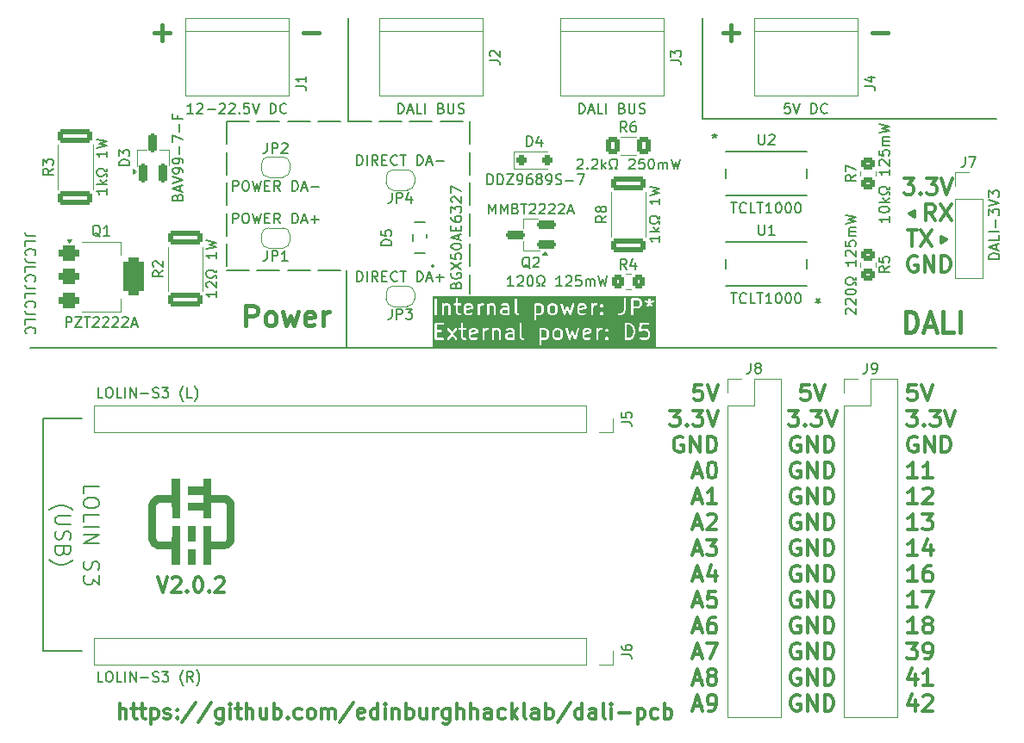
<source format=gto>
G04 #@! TF.GenerationSoftware,KiCad,Pcbnew,9.0.3-9.0.3-0~ubuntu22.04.1*
G04 #@! TF.CreationDate,2025-07-16T13:00:12+01:00*
G04 #@! TF.ProjectId,dali-pcb,64616c69-2d70-4636-922e-6b696361645f,rev?*
G04 #@! TF.SameCoordinates,Original*
G04 #@! TF.FileFunction,Legend,Top*
G04 #@! TF.FilePolarity,Positive*
%FSLAX46Y46*%
G04 Gerber Fmt 4.6, Leading zero omitted, Abs format (unit mm)*
G04 Created by KiCad (PCBNEW 9.0.3-9.0.3-0~ubuntu22.04.1) date 2025-07-16 13:00:12*
%MOMM*%
%LPD*%
G01*
G04 APERTURE LIST*
G04 Aperture macros list*
%AMRoundRect*
0 Rectangle with rounded corners*
0 $1 Rounding radius*
0 $2 $3 $4 $5 $6 $7 $8 $9 X,Y pos of 4 corners*
0 Add a 4 corners polygon primitive as box body*
4,1,4,$2,$3,$4,$5,$6,$7,$8,$9,$2,$3,0*
0 Add four circle primitives for the rounded corners*
1,1,$1+$1,$2,$3*
1,1,$1+$1,$4,$5*
1,1,$1+$1,$6,$7*
1,1,$1+$1,$8,$9*
0 Add four rect primitives between the rounded corners*
20,1,$1+$1,$2,$3,$4,$5,0*
20,1,$1+$1,$4,$5,$6,$7,0*
20,1,$1+$1,$6,$7,$8,$9,0*
20,1,$1+$1,$8,$9,$2,$3,0*%
%AMFreePoly0*
4,1,23,0.500000,-0.750000,0.000000,-0.750000,0.000000,-0.745722,-0.065263,-0.745722,-0.191342,-0.711940,-0.304381,-0.646677,-0.396677,-0.554381,-0.461940,-0.441342,-0.495722,-0.315263,-0.495722,-0.250000,-0.500000,-0.250000,-0.500000,0.250000,-0.495722,0.250000,-0.495722,0.315263,-0.461940,0.441342,-0.396677,0.554381,-0.304381,0.646677,-0.191342,0.711940,-0.065263,0.745722,0.000000,0.745722,
0.000000,0.750000,0.500000,0.750000,0.500000,-0.750000,0.500000,-0.750000,$1*%
%AMFreePoly1*
4,1,23,0.000000,0.745722,0.065263,0.745722,0.191342,0.711940,0.304381,0.646677,0.396677,0.554381,0.461940,0.441342,0.495722,0.315263,0.495722,0.250000,0.500000,0.250000,0.500000,-0.250000,0.495722,-0.250000,0.495722,-0.315263,0.461940,-0.441342,0.396677,-0.554381,0.304381,-0.646677,0.191342,-0.711940,0.065263,-0.745722,0.000000,-0.745722,0.000000,-0.750000,-0.500000,-0.750000,
-0.500000,0.750000,0.000000,0.750000,0.000000,0.745722,0.000000,0.745722,$1*%
G04 Aperture macros list end*
%ADD10C,0.200000*%
%ADD11C,0.315800*%
%ADD12C,0.400000*%
%ADD13C,0.300000*%
%ADD14C,0.187500*%
%ADD15C,0.150000*%
%ADD16C,0.152400*%
%ADD17C,0.120000*%
%ADD18C,0.000000*%
%ADD19C,3.200000*%
%ADD20R,1.955800X0.939800*%
%ADD21RoundRect,0.200000X0.200000X-0.750000X0.200000X0.750000X-0.200000X0.750000X-0.200000X-0.750000X0*%
%ADD22R,1.700000X1.700000*%
%ADD23C,1.700000*%
%ADD24RoundRect,0.249999X1.425001X-0.450001X1.425001X0.450001X-1.425001X0.450001X-1.425001X-0.450001X0*%
%ADD25RoundRect,0.200000X0.750000X0.200000X-0.750000X0.200000X-0.750000X-0.200000X0.750000X-0.200000X0*%
%ADD26FreePoly0,180.000000*%
%ADD27FreePoly1,180.000000*%
%ADD28RoundRect,0.250000X-0.250000X-0.250000X0.250000X-0.250000X0.250000X0.250000X-0.250000X0.250000X0*%
%ADD29R,3.000000X3.000000*%
%ADD30C,3.000000*%
%ADD31RoundRect,0.250000X-0.400000X-0.625000X0.400000X-0.625000X0.400000X0.625000X-0.400000X0.625000X0*%
%ADD32RoundRect,0.250000X-0.450000X0.350000X-0.450000X-0.350000X0.450000X-0.350000X0.450000X0.350000X0*%
%ADD33C,6.400000*%
%ADD34R,1.168400X0.889000*%
%ADD35R,1.168400X0.508000*%
%ADD36FreePoly0,0.000000*%
%ADD37FreePoly1,0.000000*%
%ADD38RoundRect,0.250000X-0.350000X-0.450000X0.350000X-0.450000X0.350000X0.450000X-0.350000X0.450000X0*%
%ADD39RoundRect,0.375000X-0.625000X-0.375000X0.625000X-0.375000X0.625000X0.375000X-0.625000X0.375000X0*%
%ADD40RoundRect,0.500000X-0.500000X-1.400000X0.500000X-1.400000X0.500000X1.400000X-0.500000X1.400000X0*%
G04 APERTURE END LIST*
D10*
X19050000Y-80010000D02*
X19050000Y-57150000D01*
X37084000Y-27940000D02*
X39284000Y-27940000D01*
X40084000Y-27940000D02*
X42284000Y-27940000D01*
X43084000Y-27940000D02*
X45284000Y-27940000D01*
X46084000Y-27940000D02*
X48284000Y-27940000D01*
X49084000Y-27940000D02*
X51284000Y-27940000D01*
X52084000Y-27940000D02*
X54284000Y-27940000D01*
X55084000Y-27940000D02*
X57284000Y-27940000D01*
X58084000Y-27940000D02*
X60284000Y-27940000D01*
X17780000Y-50165000D02*
X112700000Y-50165000D01*
X49072800Y-17780000D02*
X49072800Y-27940000D01*
X48895000Y-42545000D02*
X48895000Y-50165000D01*
X37084000Y-42545000D02*
X39284000Y-42545000D01*
X40084000Y-42545000D02*
X42284000Y-42545000D01*
X43084000Y-42545000D02*
X45284000Y-42545000D01*
X46084000Y-42545000D02*
X48284000Y-42545000D01*
X19050000Y-57150000D02*
X22860000Y-57150000D01*
X83820000Y-17780000D02*
X83820000Y-27686000D01*
X60960000Y-27940000D02*
X60960000Y-30140000D01*
X60960000Y-30940000D02*
X60960000Y-33140000D01*
X60960000Y-33940000D02*
X60960000Y-36140000D01*
X60960000Y-36940000D02*
X60960000Y-39140000D01*
X60960000Y-39940000D02*
X60960000Y-42140000D01*
X60960000Y-42940000D02*
X60960000Y-44831000D01*
X37084000Y-27940000D02*
X37084000Y-30140000D01*
X37084000Y-30940000D02*
X37084000Y-33140000D01*
X37084000Y-33940000D02*
X37084000Y-36140000D01*
X37084000Y-36940000D02*
X37084000Y-39140000D01*
X37084000Y-39940000D02*
X37084000Y-42140000D01*
X19050000Y-80010000D02*
X22860000Y-80010000D01*
X83820000Y-27686000D02*
X112700000Y-27686000D01*
D11*
X83787855Y-53779768D02*
X83035950Y-53779768D01*
X83035950Y-53779768D02*
X82960759Y-54531673D01*
X82960759Y-54531673D02*
X83035950Y-54456482D01*
X83035950Y-54456482D02*
X83186331Y-54381292D01*
X83186331Y-54381292D02*
X83562283Y-54381292D01*
X83562283Y-54381292D02*
X83712664Y-54456482D01*
X83712664Y-54456482D02*
X83787855Y-54531673D01*
X83787855Y-54531673D02*
X83863045Y-54682054D01*
X83863045Y-54682054D02*
X83863045Y-55058006D01*
X83863045Y-55058006D02*
X83787855Y-55208387D01*
X83787855Y-55208387D02*
X83712664Y-55283578D01*
X83712664Y-55283578D02*
X83562283Y-55358768D01*
X83562283Y-55358768D02*
X83186331Y-55358768D01*
X83186331Y-55358768D02*
X83035950Y-55283578D01*
X83035950Y-55283578D02*
X82960759Y-55208387D01*
X84314188Y-53779768D02*
X84840522Y-55358768D01*
X84840522Y-55358768D02*
X85366855Y-53779768D01*
X80629854Y-56321870D02*
X81607330Y-56321870D01*
X81607330Y-56321870D02*
X81080997Y-56923394D01*
X81080997Y-56923394D02*
X81306568Y-56923394D01*
X81306568Y-56923394D02*
X81456949Y-56998584D01*
X81456949Y-56998584D02*
X81532140Y-57073775D01*
X81532140Y-57073775D02*
X81607330Y-57224156D01*
X81607330Y-57224156D02*
X81607330Y-57600108D01*
X81607330Y-57600108D02*
X81532140Y-57750489D01*
X81532140Y-57750489D02*
X81456949Y-57825680D01*
X81456949Y-57825680D02*
X81306568Y-57900870D01*
X81306568Y-57900870D02*
X80855425Y-57900870D01*
X80855425Y-57900870D02*
X80705044Y-57825680D01*
X80705044Y-57825680D02*
X80629854Y-57750489D01*
X82284045Y-57750489D02*
X82359235Y-57825680D01*
X82359235Y-57825680D02*
X82284045Y-57900870D01*
X82284045Y-57900870D02*
X82208854Y-57825680D01*
X82208854Y-57825680D02*
X82284045Y-57750489D01*
X82284045Y-57750489D02*
X82284045Y-57900870D01*
X82885569Y-56321870D02*
X83863045Y-56321870D01*
X83863045Y-56321870D02*
X83336712Y-56923394D01*
X83336712Y-56923394D02*
X83562283Y-56923394D01*
X83562283Y-56923394D02*
X83712664Y-56998584D01*
X83712664Y-56998584D02*
X83787855Y-57073775D01*
X83787855Y-57073775D02*
X83863045Y-57224156D01*
X83863045Y-57224156D02*
X83863045Y-57600108D01*
X83863045Y-57600108D02*
X83787855Y-57750489D01*
X83787855Y-57750489D02*
X83712664Y-57825680D01*
X83712664Y-57825680D02*
X83562283Y-57900870D01*
X83562283Y-57900870D02*
X83111140Y-57900870D01*
X83111140Y-57900870D02*
X82960759Y-57825680D01*
X82960759Y-57825680D02*
X82885569Y-57750489D01*
X84314188Y-56321870D02*
X84840522Y-57900870D01*
X84840522Y-57900870D02*
X85366855Y-56321870D01*
X81908094Y-58939162D02*
X81757713Y-58863972D01*
X81757713Y-58863972D02*
X81532142Y-58863972D01*
X81532142Y-58863972D02*
X81306570Y-58939162D01*
X81306570Y-58939162D02*
X81156189Y-59089543D01*
X81156189Y-59089543D02*
X81080999Y-59239924D01*
X81080999Y-59239924D02*
X81005808Y-59540686D01*
X81005808Y-59540686D02*
X81005808Y-59766258D01*
X81005808Y-59766258D02*
X81080999Y-60067020D01*
X81080999Y-60067020D02*
X81156189Y-60217401D01*
X81156189Y-60217401D02*
X81306570Y-60367782D01*
X81306570Y-60367782D02*
X81532142Y-60442972D01*
X81532142Y-60442972D02*
X81682523Y-60442972D01*
X81682523Y-60442972D02*
X81908094Y-60367782D01*
X81908094Y-60367782D02*
X81983285Y-60292591D01*
X81983285Y-60292591D02*
X81983285Y-59766258D01*
X81983285Y-59766258D02*
X81682523Y-59766258D01*
X82659999Y-60442972D02*
X82659999Y-58863972D01*
X82659999Y-58863972D02*
X83562285Y-60442972D01*
X83562285Y-60442972D02*
X83562285Y-58863972D01*
X84314189Y-60442972D02*
X84314189Y-58863972D01*
X84314189Y-58863972D02*
X84690141Y-58863972D01*
X84690141Y-58863972D02*
X84915713Y-58939162D01*
X84915713Y-58939162D02*
X85066094Y-59089543D01*
X85066094Y-59089543D02*
X85141284Y-59239924D01*
X85141284Y-59239924D02*
X85216475Y-59540686D01*
X85216475Y-59540686D02*
X85216475Y-59766258D01*
X85216475Y-59766258D02*
X85141284Y-60067020D01*
X85141284Y-60067020D02*
X85066094Y-60217401D01*
X85066094Y-60217401D02*
X84915713Y-60367782D01*
X84915713Y-60367782D02*
X84690141Y-60442972D01*
X84690141Y-60442972D02*
X84314189Y-60442972D01*
X82960759Y-62533931D02*
X83712664Y-62533931D01*
X82810378Y-62985074D02*
X83336712Y-61406074D01*
X83336712Y-61406074D02*
X83863045Y-62985074D01*
X84690141Y-61406074D02*
X84840522Y-61406074D01*
X84840522Y-61406074D02*
X84990903Y-61481264D01*
X84990903Y-61481264D02*
X85066093Y-61556455D01*
X85066093Y-61556455D02*
X85141284Y-61706836D01*
X85141284Y-61706836D02*
X85216474Y-62007598D01*
X85216474Y-62007598D02*
X85216474Y-62383550D01*
X85216474Y-62383550D02*
X85141284Y-62684312D01*
X85141284Y-62684312D02*
X85066093Y-62834693D01*
X85066093Y-62834693D02*
X84990903Y-62909884D01*
X84990903Y-62909884D02*
X84840522Y-62985074D01*
X84840522Y-62985074D02*
X84690141Y-62985074D01*
X84690141Y-62985074D02*
X84539760Y-62909884D01*
X84539760Y-62909884D02*
X84464569Y-62834693D01*
X84464569Y-62834693D02*
X84389379Y-62684312D01*
X84389379Y-62684312D02*
X84314188Y-62383550D01*
X84314188Y-62383550D02*
X84314188Y-62007598D01*
X84314188Y-62007598D02*
X84389379Y-61706836D01*
X84389379Y-61706836D02*
X84464569Y-61556455D01*
X84464569Y-61556455D02*
X84539760Y-61481264D01*
X84539760Y-61481264D02*
X84690141Y-61406074D01*
X82960759Y-65076033D02*
X83712664Y-65076033D01*
X82810378Y-65527176D02*
X83336712Y-63948176D01*
X83336712Y-63948176D02*
X83863045Y-65527176D01*
X85216474Y-65527176D02*
X84314188Y-65527176D01*
X84765331Y-65527176D02*
X84765331Y-63948176D01*
X84765331Y-63948176D02*
X84614950Y-64173747D01*
X84614950Y-64173747D02*
X84464569Y-64324128D01*
X84464569Y-64324128D02*
X84314188Y-64399319D01*
X82960759Y-67618135D02*
X83712664Y-67618135D01*
X82810378Y-68069278D02*
X83336712Y-66490278D01*
X83336712Y-66490278D02*
X83863045Y-68069278D01*
X84314188Y-66640659D02*
X84389379Y-66565468D01*
X84389379Y-66565468D02*
X84539760Y-66490278D01*
X84539760Y-66490278D02*
X84915712Y-66490278D01*
X84915712Y-66490278D02*
X85066093Y-66565468D01*
X85066093Y-66565468D02*
X85141284Y-66640659D01*
X85141284Y-66640659D02*
X85216474Y-66791040D01*
X85216474Y-66791040D02*
X85216474Y-66941421D01*
X85216474Y-66941421D02*
X85141284Y-67166992D01*
X85141284Y-67166992D02*
X84238998Y-68069278D01*
X84238998Y-68069278D02*
X85216474Y-68069278D01*
X82960759Y-70160237D02*
X83712664Y-70160237D01*
X82810378Y-70611380D02*
X83336712Y-69032380D01*
X83336712Y-69032380D02*
X83863045Y-70611380D01*
X84238998Y-69032380D02*
X85216474Y-69032380D01*
X85216474Y-69032380D02*
X84690141Y-69633904D01*
X84690141Y-69633904D02*
X84915712Y-69633904D01*
X84915712Y-69633904D02*
X85066093Y-69709094D01*
X85066093Y-69709094D02*
X85141284Y-69784285D01*
X85141284Y-69784285D02*
X85216474Y-69934666D01*
X85216474Y-69934666D02*
X85216474Y-70310618D01*
X85216474Y-70310618D02*
X85141284Y-70460999D01*
X85141284Y-70460999D02*
X85066093Y-70536190D01*
X85066093Y-70536190D02*
X84915712Y-70611380D01*
X84915712Y-70611380D02*
X84464569Y-70611380D01*
X84464569Y-70611380D02*
X84314188Y-70536190D01*
X84314188Y-70536190D02*
X84238998Y-70460999D01*
X82960759Y-72702339D02*
X83712664Y-72702339D01*
X82810378Y-73153482D02*
X83336712Y-71574482D01*
X83336712Y-71574482D02*
X83863045Y-73153482D01*
X85066093Y-72100815D02*
X85066093Y-73153482D01*
X84690141Y-71499292D02*
X84314188Y-72627149D01*
X84314188Y-72627149D02*
X85291665Y-72627149D01*
X82960759Y-75244441D02*
X83712664Y-75244441D01*
X82810378Y-75695584D02*
X83336712Y-74116584D01*
X83336712Y-74116584D02*
X83863045Y-75695584D01*
X85141284Y-74116584D02*
X84389379Y-74116584D01*
X84389379Y-74116584D02*
X84314188Y-74868489D01*
X84314188Y-74868489D02*
X84389379Y-74793298D01*
X84389379Y-74793298D02*
X84539760Y-74718108D01*
X84539760Y-74718108D02*
X84915712Y-74718108D01*
X84915712Y-74718108D02*
X85066093Y-74793298D01*
X85066093Y-74793298D02*
X85141284Y-74868489D01*
X85141284Y-74868489D02*
X85216474Y-75018870D01*
X85216474Y-75018870D02*
X85216474Y-75394822D01*
X85216474Y-75394822D02*
X85141284Y-75545203D01*
X85141284Y-75545203D02*
X85066093Y-75620394D01*
X85066093Y-75620394D02*
X84915712Y-75695584D01*
X84915712Y-75695584D02*
X84539760Y-75695584D01*
X84539760Y-75695584D02*
X84389379Y-75620394D01*
X84389379Y-75620394D02*
X84314188Y-75545203D01*
X82960759Y-77786543D02*
X83712664Y-77786543D01*
X82810378Y-78237686D02*
X83336712Y-76658686D01*
X83336712Y-76658686D02*
X83863045Y-78237686D01*
X85066093Y-76658686D02*
X84765331Y-76658686D01*
X84765331Y-76658686D02*
X84614950Y-76733876D01*
X84614950Y-76733876D02*
X84539760Y-76809067D01*
X84539760Y-76809067D02*
X84389379Y-77034638D01*
X84389379Y-77034638D02*
X84314188Y-77335400D01*
X84314188Y-77335400D02*
X84314188Y-77936924D01*
X84314188Y-77936924D02*
X84389379Y-78087305D01*
X84389379Y-78087305D02*
X84464569Y-78162496D01*
X84464569Y-78162496D02*
X84614950Y-78237686D01*
X84614950Y-78237686D02*
X84915712Y-78237686D01*
X84915712Y-78237686D02*
X85066093Y-78162496D01*
X85066093Y-78162496D02*
X85141284Y-78087305D01*
X85141284Y-78087305D02*
X85216474Y-77936924D01*
X85216474Y-77936924D02*
X85216474Y-77560972D01*
X85216474Y-77560972D02*
X85141284Y-77410591D01*
X85141284Y-77410591D02*
X85066093Y-77335400D01*
X85066093Y-77335400D02*
X84915712Y-77260210D01*
X84915712Y-77260210D02*
X84614950Y-77260210D01*
X84614950Y-77260210D02*
X84464569Y-77335400D01*
X84464569Y-77335400D02*
X84389379Y-77410591D01*
X84389379Y-77410591D02*
X84314188Y-77560972D01*
X82960759Y-80328645D02*
X83712664Y-80328645D01*
X82810378Y-80779788D02*
X83336712Y-79200788D01*
X83336712Y-79200788D02*
X83863045Y-80779788D01*
X84238998Y-79200788D02*
X85291665Y-79200788D01*
X85291665Y-79200788D02*
X84614950Y-80779788D01*
X82960759Y-82870747D02*
X83712664Y-82870747D01*
X82810378Y-83321890D02*
X83336712Y-81742890D01*
X83336712Y-81742890D02*
X83863045Y-83321890D01*
X84614950Y-82419604D02*
X84464569Y-82344414D01*
X84464569Y-82344414D02*
X84389379Y-82269223D01*
X84389379Y-82269223D02*
X84314188Y-82118842D01*
X84314188Y-82118842D02*
X84314188Y-82043652D01*
X84314188Y-82043652D02*
X84389379Y-81893271D01*
X84389379Y-81893271D02*
X84464569Y-81818080D01*
X84464569Y-81818080D02*
X84614950Y-81742890D01*
X84614950Y-81742890D02*
X84915712Y-81742890D01*
X84915712Y-81742890D02*
X85066093Y-81818080D01*
X85066093Y-81818080D02*
X85141284Y-81893271D01*
X85141284Y-81893271D02*
X85216474Y-82043652D01*
X85216474Y-82043652D02*
X85216474Y-82118842D01*
X85216474Y-82118842D02*
X85141284Y-82269223D01*
X85141284Y-82269223D02*
X85066093Y-82344414D01*
X85066093Y-82344414D02*
X84915712Y-82419604D01*
X84915712Y-82419604D02*
X84614950Y-82419604D01*
X84614950Y-82419604D02*
X84464569Y-82494795D01*
X84464569Y-82494795D02*
X84389379Y-82569985D01*
X84389379Y-82569985D02*
X84314188Y-82720366D01*
X84314188Y-82720366D02*
X84314188Y-83021128D01*
X84314188Y-83021128D02*
X84389379Y-83171509D01*
X84389379Y-83171509D02*
X84464569Y-83246700D01*
X84464569Y-83246700D02*
X84614950Y-83321890D01*
X84614950Y-83321890D02*
X84915712Y-83321890D01*
X84915712Y-83321890D02*
X85066093Y-83246700D01*
X85066093Y-83246700D02*
X85141284Y-83171509D01*
X85141284Y-83171509D02*
X85216474Y-83021128D01*
X85216474Y-83021128D02*
X85216474Y-82720366D01*
X85216474Y-82720366D02*
X85141284Y-82569985D01*
X85141284Y-82569985D02*
X85066093Y-82494795D01*
X85066093Y-82494795D02*
X84915712Y-82419604D01*
X82960759Y-85412849D02*
X83712664Y-85412849D01*
X82810378Y-85863992D02*
X83336712Y-84284992D01*
X83336712Y-84284992D02*
X83863045Y-85863992D01*
X84464569Y-85863992D02*
X84765331Y-85863992D01*
X84765331Y-85863992D02*
X84915712Y-85788802D01*
X84915712Y-85788802D02*
X84990903Y-85713611D01*
X84990903Y-85713611D02*
X85141284Y-85488040D01*
X85141284Y-85488040D02*
X85216474Y-85187278D01*
X85216474Y-85187278D02*
X85216474Y-84585754D01*
X85216474Y-84585754D02*
X85141284Y-84435373D01*
X85141284Y-84435373D02*
X85066093Y-84360182D01*
X85066093Y-84360182D02*
X84915712Y-84284992D01*
X84915712Y-84284992D02*
X84614950Y-84284992D01*
X84614950Y-84284992D02*
X84464569Y-84360182D01*
X84464569Y-84360182D02*
X84389379Y-84435373D01*
X84389379Y-84435373D02*
X84314188Y-84585754D01*
X84314188Y-84585754D02*
X84314188Y-84961706D01*
X84314188Y-84961706D02*
X84389379Y-85112087D01*
X84389379Y-85112087D02*
X84464569Y-85187278D01*
X84464569Y-85187278D02*
X84614950Y-85262468D01*
X84614950Y-85262468D02*
X84915712Y-85262468D01*
X84915712Y-85262468D02*
X85066093Y-85187278D01*
X85066093Y-85187278D02*
X85141284Y-85112087D01*
X85141284Y-85112087D02*
X85216474Y-84961706D01*
D12*
X38980890Y-47994438D02*
X38980890Y-45994438D01*
X38980890Y-45994438D02*
X39742795Y-45994438D01*
X39742795Y-45994438D02*
X39933271Y-46089676D01*
X39933271Y-46089676D02*
X40028509Y-46184914D01*
X40028509Y-46184914D02*
X40123747Y-46375390D01*
X40123747Y-46375390D02*
X40123747Y-46661104D01*
X40123747Y-46661104D02*
X40028509Y-46851580D01*
X40028509Y-46851580D02*
X39933271Y-46946819D01*
X39933271Y-46946819D02*
X39742795Y-47042057D01*
X39742795Y-47042057D02*
X38980890Y-47042057D01*
X41266604Y-47994438D02*
X41076128Y-47899200D01*
X41076128Y-47899200D02*
X40980890Y-47803961D01*
X40980890Y-47803961D02*
X40885652Y-47613485D01*
X40885652Y-47613485D02*
X40885652Y-47042057D01*
X40885652Y-47042057D02*
X40980890Y-46851580D01*
X40980890Y-46851580D02*
X41076128Y-46756342D01*
X41076128Y-46756342D02*
X41266604Y-46661104D01*
X41266604Y-46661104D02*
X41552319Y-46661104D01*
X41552319Y-46661104D02*
X41742795Y-46756342D01*
X41742795Y-46756342D02*
X41838033Y-46851580D01*
X41838033Y-46851580D02*
X41933271Y-47042057D01*
X41933271Y-47042057D02*
X41933271Y-47613485D01*
X41933271Y-47613485D02*
X41838033Y-47803961D01*
X41838033Y-47803961D02*
X41742795Y-47899200D01*
X41742795Y-47899200D02*
X41552319Y-47994438D01*
X41552319Y-47994438D02*
X41266604Y-47994438D01*
X42599938Y-46661104D02*
X42980890Y-47994438D01*
X42980890Y-47994438D02*
X43361843Y-47042057D01*
X43361843Y-47042057D02*
X43742795Y-47994438D01*
X43742795Y-47994438D02*
X44123747Y-46661104D01*
X45647557Y-47899200D02*
X45457081Y-47994438D01*
X45457081Y-47994438D02*
X45076128Y-47994438D01*
X45076128Y-47994438D02*
X44885652Y-47899200D01*
X44885652Y-47899200D02*
X44790414Y-47708723D01*
X44790414Y-47708723D02*
X44790414Y-46946819D01*
X44790414Y-46946819D02*
X44885652Y-46756342D01*
X44885652Y-46756342D02*
X45076128Y-46661104D01*
X45076128Y-46661104D02*
X45457081Y-46661104D01*
X45457081Y-46661104D02*
X45647557Y-46756342D01*
X45647557Y-46756342D02*
X45742795Y-46946819D01*
X45742795Y-46946819D02*
X45742795Y-47137295D01*
X45742795Y-47137295D02*
X44790414Y-47327771D01*
X46599938Y-47994438D02*
X46599938Y-46661104D01*
X46599938Y-47042057D02*
X46695176Y-46851580D01*
X46695176Y-46851580D02*
X46790414Y-46756342D01*
X46790414Y-46756342D02*
X46980890Y-46661104D01*
X46980890Y-46661104D02*
X47171367Y-46661104D01*
D11*
X104840620Y-53779768D02*
X104088715Y-53779768D01*
X104088715Y-53779768D02*
X104013524Y-54531673D01*
X104013524Y-54531673D02*
X104088715Y-54456482D01*
X104088715Y-54456482D02*
X104239096Y-54381292D01*
X104239096Y-54381292D02*
X104615048Y-54381292D01*
X104615048Y-54381292D02*
X104765429Y-54456482D01*
X104765429Y-54456482D02*
X104840620Y-54531673D01*
X104840620Y-54531673D02*
X104915810Y-54682054D01*
X104915810Y-54682054D02*
X104915810Y-55058006D01*
X104915810Y-55058006D02*
X104840620Y-55208387D01*
X104840620Y-55208387D02*
X104765429Y-55283578D01*
X104765429Y-55283578D02*
X104615048Y-55358768D01*
X104615048Y-55358768D02*
X104239096Y-55358768D01*
X104239096Y-55358768D02*
X104088715Y-55283578D01*
X104088715Y-55283578D02*
X104013524Y-55208387D01*
X105366953Y-53779768D02*
X105893287Y-55358768D01*
X105893287Y-55358768D02*
X106419620Y-53779768D01*
X103938334Y-56321870D02*
X104915810Y-56321870D01*
X104915810Y-56321870D02*
X104389477Y-56923394D01*
X104389477Y-56923394D02*
X104615048Y-56923394D01*
X104615048Y-56923394D02*
X104765429Y-56998584D01*
X104765429Y-56998584D02*
X104840620Y-57073775D01*
X104840620Y-57073775D02*
X104915810Y-57224156D01*
X104915810Y-57224156D02*
X104915810Y-57600108D01*
X104915810Y-57600108D02*
X104840620Y-57750489D01*
X104840620Y-57750489D02*
X104765429Y-57825680D01*
X104765429Y-57825680D02*
X104615048Y-57900870D01*
X104615048Y-57900870D02*
X104163905Y-57900870D01*
X104163905Y-57900870D02*
X104013524Y-57825680D01*
X104013524Y-57825680D02*
X103938334Y-57750489D01*
X105592525Y-57750489D02*
X105667715Y-57825680D01*
X105667715Y-57825680D02*
X105592525Y-57900870D01*
X105592525Y-57900870D02*
X105517334Y-57825680D01*
X105517334Y-57825680D02*
X105592525Y-57750489D01*
X105592525Y-57750489D02*
X105592525Y-57900870D01*
X106194049Y-56321870D02*
X107171525Y-56321870D01*
X107171525Y-56321870D02*
X106645192Y-56923394D01*
X106645192Y-56923394D02*
X106870763Y-56923394D01*
X106870763Y-56923394D02*
X107021144Y-56998584D01*
X107021144Y-56998584D02*
X107096335Y-57073775D01*
X107096335Y-57073775D02*
X107171525Y-57224156D01*
X107171525Y-57224156D02*
X107171525Y-57600108D01*
X107171525Y-57600108D02*
X107096335Y-57750489D01*
X107096335Y-57750489D02*
X107021144Y-57825680D01*
X107021144Y-57825680D02*
X106870763Y-57900870D01*
X106870763Y-57900870D02*
X106419620Y-57900870D01*
X106419620Y-57900870D02*
X106269239Y-57825680D01*
X106269239Y-57825680D02*
X106194049Y-57750489D01*
X107622668Y-56321870D02*
X108149002Y-57900870D01*
X108149002Y-57900870D02*
X108675335Y-56321870D01*
X104915810Y-58939162D02*
X104765429Y-58863972D01*
X104765429Y-58863972D02*
X104539858Y-58863972D01*
X104539858Y-58863972D02*
X104314286Y-58939162D01*
X104314286Y-58939162D02*
X104163905Y-59089543D01*
X104163905Y-59089543D02*
X104088715Y-59239924D01*
X104088715Y-59239924D02*
X104013524Y-59540686D01*
X104013524Y-59540686D02*
X104013524Y-59766258D01*
X104013524Y-59766258D02*
X104088715Y-60067020D01*
X104088715Y-60067020D02*
X104163905Y-60217401D01*
X104163905Y-60217401D02*
X104314286Y-60367782D01*
X104314286Y-60367782D02*
X104539858Y-60442972D01*
X104539858Y-60442972D02*
X104690239Y-60442972D01*
X104690239Y-60442972D02*
X104915810Y-60367782D01*
X104915810Y-60367782D02*
X104991001Y-60292591D01*
X104991001Y-60292591D02*
X104991001Y-59766258D01*
X104991001Y-59766258D02*
X104690239Y-59766258D01*
X105667715Y-60442972D02*
X105667715Y-58863972D01*
X105667715Y-58863972D02*
X106570001Y-60442972D01*
X106570001Y-60442972D02*
X106570001Y-58863972D01*
X107321905Y-60442972D02*
X107321905Y-58863972D01*
X107321905Y-58863972D02*
X107697857Y-58863972D01*
X107697857Y-58863972D02*
X107923429Y-58939162D01*
X107923429Y-58939162D02*
X108073810Y-59089543D01*
X108073810Y-59089543D02*
X108149000Y-59239924D01*
X108149000Y-59239924D02*
X108224191Y-59540686D01*
X108224191Y-59540686D02*
X108224191Y-59766258D01*
X108224191Y-59766258D02*
X108149000Y-60067020D01*
X108149000Y-60067020D02*
X108073810Y-60217401D01*
X108073810Y-60217401D02*
X107923429Y-60367782D01*
X107923429Y-60367782D02*
X107697857Y-60442972D01*
X107697857Y-60442972D02*
X107321905Y-60442972D01*
X104915810Y-62985074D02*
X104013524Y-62985074D01*
X104464667Y-62985074D02*
X104464667Y-61406074D01*
X104464667Y-61406074D02*
X104314286Y-61631645D01*
X104314286Y-61631645D02*
X104163905Y-61782026D01*
X104163905Y-61782026D02*
X104013524Y-61857217D01*
X106419620Y-62985074D02*
X105517334Y-62985074D01*
X105968477Y-62985074D02*
X105968477Y-61406074D01*
X105968477Y-61406074D02*
X105818096Y-61631645D01*
X105818096Y-61631645D02*
X105667715Y-61782026D01*
X105667715Y-61782026D02*
X105517334Y-61857217D01*
X104915810Y-65527176D02*
X104013524Y-65527176D01*
X104464667Y-65527176D02*
X104464667Y-63948176D01*
X104464667Y-63948176D02*
X104314286Y-64173747D01*
X104314286Y-64173747D02*
X104163905Y-64324128D01*
X104163905Y-64324128D02*
X104013524Y-64399319D01*
X105517334Y-64098557D02*
X105592525Y-64023366D01*
X105592525Y-64023366D02*
X105742906Y-63948176D01*
X105742906Y-63948176D02*
X106118858Y-63948176D01*
X106118858Y-63948176D02*
X106269239Y-64023366D01*
X106269239Y-64023366D02*
X106344430Y-64098557D01*
X106344430Y-64098557D02*
X106419620Y-64248938D01*
X106419620Y-64248938D02*
X106419620Y-64399319D01*
X106419620Y-64399319D02*
X106344430Y-64624890D01*
X106344430Y-64624890D02*
X105442144Y-65527176D01*
X105442144Y-65527176D02*
X106419620Y-65527176D01*
X104915810Y-68069278D02*
X104013524Y-68069278D01*
X104464667Y-68069278D02*
X104464667Y-66490278D01*
X104464667Y-66490278D02*
X104314286Y-66715849D01*
X104314286Y-66715849D02*
X104163905Y-66866230D01*
X104163905Y-66866230D02*
X104013524Y-66941421D01*
X105442144Y-66490278D02*
X106419620Y-66490278D01*
X106419620Y-66490278D02*
X105893287Y-67091802D01*
X105893287Y-67091802D02*
X106118858Y-67091802D01*
X106118858Y-67091802D02*
X106269239Y-67166992D01*
X106269239Y-67166992D02*
X106344430Y-67242183D01*
X106344430Y-67242183D02*
X106419620Y-67392564D01*
X106419620Y-67392564D02*
X106419620Y-67768516D01*
X106419620Y-67768516D02*
X106344430Y-67918897D01*
X106344430Y-67918897D02*
X106269239Y-67994088D01*
X106269239Y-67994088D02*
X106118858Y-68069278D01*
X106118858Y-68069278D02*
X105667715Y-68069278D01*
X105667715Y-68069278D02*
X105517334Y-67994088D01*
X105517334Y-67994088D02*
X105442144Y-67918897D01*
X104915810Y-70611380D02*
X104013524Y-70611380D01*
X104464667Y-70611380D02*
X104464667Y-69032380D01*
X104464667Y-69032380D02*
X104314286Y-69257951D01*
X104314286Y-69257951D02*
X104163905Y-69408332D01*
X104163905Y-69408332D02*
X104013524Y-69483523D01*
X106269239Y-69558713D02*
X106269239Y-70611380D01*
X105893287Y-68957190D02*
X105517334Y-70085047D01*
X105517334Y-70085047D02*
X106494811Y-70085047D01*
X104915810Y-73153482D02*
X104013524Y-73153482D01*
X104464667Y-73153482D02*
X104464667Y-71574482D01*
X104464667Y-71574482D02*
X104314286Y-71800053D01*
X104314286Y-71800053D02*
X104163905Y-71950434D01*
X104163905Y-71950434D02*
X104013524Y-72025625D01*
X106269239Y-71574482D02*
X105968477Y-71574482D01*
X105968477Y-71574482D02*
X105818096Y-71649672D01*
X105818096Y-71649672D02*
X105742906Y-71724863D01*
X105742906Y-71724863D02*
X105592525Y-71950434D01*
X105592525Y-71950434D02*
X105517334Y-72251196D01*
X105517334Y-72251196D02*
X105517334Y-72852720D01*
X105517334Y-72852720D02*
X105592525Y-73003101D01*
X105592525Y-73003101D02*
X105667715Y-73078292D01*
X105667715Y-73078292D02*
X105818096Y-73153482D01*
X105818096Y-73153482D02*
X106118858Y-73153482D01*
X106118858Y-73153482D02*
X106269239Y-73078292D01*
X106269239Y-73078292D02*
X106344430Y-73003101D01*
X106344430Y-73003101D02*
X106419620Y-72852720D01*
X106419620Y-72852720D02*
X106419620Y-72476768D01*
X106419620Y-72476768D02*
X106344430Y-72326387D01*
X106344430Y-72326387D02*
X106269239Y-72251196D01*
X106269239Y-72251196D02*
X106118858Y-72176006D01*
X106118858Y-72176006D02*
X105818096Y-72176006D01*
X105818096Y-72176006D02*
X105667715Y-72251196D01*
X105667715Y-72251196D02*
X105592525Y-72326387D01*
X105592525Y-72326387D02*
X105517334Y-72476768D01*
X104915810Y-75695584D02*
X104013524Y-75695584D01*
X104464667Y-75695584D02*
X104464667Y-74116584D01*
X104464667Y-74116584D02*
X104314286Y-74342155D01*
X104314286Y-74342155D02*
X104163905Y-74492536D01*
X104163905Y-74492536D02*
X104013524Y-74567727D01*
X105442144Y-74116584D02*
X106494811Y-74116584D01*
X106494811Y-74116584D02*
X105818096Y-75695584D01*
X104915810Y-78237686D02*
X104013524Y-78237686D01*
X104464667Y-78237686D02*
X104464667Y-76658686D01*
X104464667Y-76658686D02*
X104314286Y-76884257D01*
X104314286Y-76884257D02*
X104163905Y-77034638D01*
X104163905Y-77034638D02*
X104013524Y-77109829D01*
X105818096Y-77335400D02*
X105667715Y-77260210D01*
X105667715Y-77260210D02*
X105592525Y-77185019D01*
X105592525Y-77185019D02*
X105517334Y-77034638D01*
X105517334Y-77034638D02*
X105517334Y-76959448D01*
X105517334Y-76959448D02*
X105592525Y-76809067D01*
X105592525Y-76809067D02*
X105667715Y-76733876D01*
X105667715Y-76733876D02*
X105818096Y-76658686D01*
X105818096Y-76658686D02*
X106118858Y-76658686D01*
X106118858Y-76658686D02*
X106269239Y-76733876D01*
X106269239Y-76733876D02*
X106344430Y-76809067D01*
X106344430Y-76809067D02*
X106419620Y-76959448D01*
X106419620Y-76959448D02*
X106419620Y-77034638D01*
X106419620Y-77034638D02*
X106344430Y-77185019D01*
X106344430Y-77185019D02*
X106269239Y-77260210D01*
X106269239Y-77260210D02*
X106118858Y-77335400D01*
X106118858Y-77335400D02*
X105818096Y-77335400D01*
X105818096Y-77335400D02*
X105667715Y-77410591D01*
X105667715Y-77410591D02*
X105592525Y-77485781D01*
X105592525Y-77485781D02*
X105517334Y-77636162D01*
X105517334Y-77636162D02*
X105517334Y-77936924D01*
X105517334Y-77936924D02*
X105592525Y-78087305D01*
X105592525Y-78087305D02*
X105667715Y-78162496D01*
X105667715Y-78162496D02*
X105818096Y-78237686D01*
X105818096Y-78237686D02*
X106118858Y-78237686D01*
X106118858Y-78237686D02*
X106269239Y-78162496D01*
X106269239Y-78162496D02*
X106344430Y-78087305D01*
X106344430Y-78087305D02*
X106419620Y-77936924D01*
X106419620Y-77936924D02*
X106419620Y-77636162D01*
X106419620Y-77636162D02*
X106344430Y-77485781D01*
X106344430Y-77485781D02*
X106269239Y-77410591D01*
X106269239Y-77410591D02*
X106118858Y-77335400D01*
X103938334Y-79200788D02*
X104915810Y-79200788D01*
X104915810Y-79200788D02*
X104389477Y-79802312D01*
X104389477Y-79802312D02*
X104615048Y-79802312D01*
X104615048Y-79802312D02*
X104765429Y-79877502D01*
X104765429Y-79877502D02*
X104840620Y-79952693D01*
X104840620Y-79952693D02*
X104915810Y-80103074D01*
X104915810Y-80103074D02*
X104915810Y-80479026D01*
X104915810Y-80479026D02*
X104840620Y-80629407D01*
X104840620Y-80629407D02*
X104765429Y-80704598D01*
X104765429Y-80704598D02*
X104615048Y-80779788D01*
X104615048Y-80779788D02*
X104163905Y-80779788D01*
X104163905Y-80779788D02*
X104013524Y-80704598D01*
X104013524Y-80704598D02*
X103938334Y-80629407D01*
X105667715Y-80779788D02*
X105968477Y-80779788D01*
X105968477Y-80779788D02*
X106118858Y-80704598D01*
X106118858Y-80704598D02*
X106194049Y-80629407D01*
X106194049Y-80629407D02*
X106344430Y-80403836D01*
X106344430Y-80403836D02*
X106419620Y-80103074D01*
X106419620Y-80103074D02*
X106419620Y-79501550D01*
X106419620Y-79501550D02*
X106344430Y-79351169D01*
X106344430Y-79351169D02*
X106269239Y-79275978D01*
X106269239Y-79275978D02*
X106118858Y-79200788D01*
X106118858Y-79200788D02*
X105818096Y-79200788D01*
X105818096Y-79200788D02*
X105667715Y-79275978D01*
X105667715Y-79275978D02*
X105592525Y-79351169D01*
X105592525Y-79351169D02*
X105517334Y-79501550D01*
X105517334Y-79501550D02*
X105517334Y-79877502D01*
X105517334Y-79877502D02*
X105592525Y-80027883D01*
X105592525Y-80027883D02*
X105667715Y-80103074D01*
X105667715Y-80103074D02*
X105818096Y-80178264D01*
X105818096Y-80178264D02*
X106118858Y-80178264D01*
X106118858Y-80178264D02*
X106269239Y-80103074D01*
X106269239Y-80103074D02*
X106344430Y-80027883D01*
X106344430Y-80027883D02*
X106419620Y-79877502D01*
X104765429Y-82269223D02*
X104765429Y-83321890D01*
X104389477Y-81667700D02*
X104013524Y-82795557D01*
X104013524Y-82795557D02*
X104991001Y-82795557D01*
X106419620Y-83321890D02*
X105517334Y-83321890D01*
X105968477Y-83321890D02*
X105968477Y-81742890D01*
X105968477Y-81742890D02*
X105818096Y-81968461D01*
X105818096Y-81968461D02*
X105667715Y-82118842D01*
X105667715Y-82118842D02*
X105517334Y-82194033D01*
X104765429Y-84811325D02*
X104765429Y-85863992D01*
X104389477Y-84209802D02*
X104013524Y-85337659D01*
X104013524Y-85337659D02*
X104991001Y-85337659D01*
X105517334Y-84435373D02*
X105592525Y-84360182D01*
X105592525Y-84360182D02*
X105742906Y-84284992D01*
X105742906Y-84284992D02*
X106118858Y-84284992D01*
X106118858Y-84284992D02*
X106269239Y-84360182D01*
X106269239Y-84360182D02*
X106344430Y-84435373D01*
X106344430Y-84435373D02*
X106419620Y-84585754D01*
X106419620Y-84585754D02*
X106419620Y-84736135D01*
X106419620Y-84736135D02*
X106344430Y-84961706D01*
X106344430Y-84961706D02*
X105442144Y-85863992D01*
X105442144Y-85863992D02*
X106419620Y-85863992D01*
D12*
X85884760Y-19192533D02*
X87408570Y-19192533D01*
X86646665Y-19954438D02*
X86646665Y-18430628D01*
X100551430Y-19192533D02*
X102075240Y-19192533D01*
D13*
X26589510Y-86645828D02*
X26589510Y-85145828D01*
X27232368Y-86645828D02*
X27232368Y-85860114D01*
X27232368Y-85860114D02*
X27160939Y-85717257D01*
X27160939Y-85717257D02*
X27018082Y-85645828D01*
X27018082Y-85645828D02*
X26803796Y-85645828D01*
X26803796Y-85645828D02*
X26660939Y-85717257D01*
X26660939Y-85717257D02*
X26589510Y-85788685D01*
X27732368Y-85645828D02*
X28303796Y-85645828D01*
X27946653Y-85145828D02*
X27946653Y-86431542D01*
X27946653Y-86431542D02*
X28018082Y-86574400D01*
X28018082Y-86574400D02*
X28160939Y-86645828D01*
X28160939Y-86645828D02*
X28303796Y-86645828D01*
X28589511Y-85645828D02*
X29160939Y-85645828D01*
X28803796Y-85145828D02*
X28803796Y-86431542D01*
X28803796Y-86431542D02*
X28875225Y-86574400D01*
X28875225Y-86574400D02*
X29018082Y-86645828D01*
X29018082Y-86645828D02*
X29160939Y-86645828D01*
X29660939Y-85645828D02*
X29660939Y-87145828D01*
X29660939Y-85717257D02*
X29803797Y-85645828D01*
X29803797Y-85645828D02*
X30089511Y-85645828D01*
X30089511Y-85645828D02*
X30232368Y-85717257D01*
X30232368Y-85717257D02*
X30303797Y-85788685D01*
X30303797Y-85788685D02*
X30375225Y-85931542D01*
X30375225Y-85931542D02*
X30375225Y-86360114D01*
X30375225Y-86360114D02*
X30303797Y-86502971D01*
X30303797Y-86502971D02*
X30232368Y-86574400D01*
X30232368Y-86574400D02*
X30089511Y-86645828D01*
X30089511Y-86645828D02*
X29803797Y-86645828D01*
X29803797Y-86645828D02*
X29660939Y-86574400D01*
X30946654Y-86574400D02*
X31089511Y-86645828D01*
X31089511Y-86645828D02*
X31375225Y-86645828D01*
X31375225Y-86645828D02*
X31518082Y-86574400D01*
X31518082Y-86574400D02*
X31589511Y-86431542D01*
X31589511Y-86431542D02*
X31589511Y-86360114D01*
X31589511Y-86360114D02*
X31518082Y-86217257D01*
X31518082Y-86217257D02*
X31375225Y-86145828D01*
X31375225Y-86145828D02*
X31160940Y-86145828D01*
X31160940Y-86145828D02*
X31018082Y-86074400D01*
X31018082Y-86074400D02*
X30946654Y-85931542D01*
X30946654Y-85931542D02*
X30946654Y-85860114D01*
X30946654Y-85860114D02*
X31018082Y-85717257D01*
X31018082Y-85717257D02*
X31160940Y-85645828D01*
X31160940Y-85645828D02*
X31375225Y-85645828D01*
X31375225Y-85645828D02*
X31518082Y-85717257D01*
X32232368Y-86502971D02*
X32303797Y-86574400D01*
X32303797Y-86574400D02*
X32232368Y-86645828D01*
X32232368Y-86645828D02*
X32160940Y-86574400D01*
X32160940Y-86574400D02*
X32232368Y-86502971D01*
X32232368Y-86502971D02*
X32232368Y-86645828D01*
X32232368Y-85717257D02*
X32303797Y-85788685D01*
X32303797Y-85788685D02*
X32232368Y-85860114D01*
X32232368Y-85860114D02*
X32160940Y-85788685D01*
X32160940Y-85788685D02*
X32232368Y-85717257D01*
X32232368Y-85717257D02*
X32232368Y-85860114D01*
X34018083Y-85074400D02*
X32732369Y-87002971D01*
X35589512Y-85074400D02*
X34303798Y-87002971D01*
X36732370Y-85645828D02*
X36732370Y-86860114D01*
X36732370Y-86860114D02*
X36660941Y-87002971D01*
X36660941Y-87002971D02*
X36589512Y-87074400D01*
X36589512Y-87074400D02*
X36446655Y-87145828D01*
X36446655Y-87145828D02*
X36232370Y-87145828D01*
X36232370Y-87145828D02*
X36089512Y-87074400D01*
X36732370Y-86574400D02*
X36589512Y-86645828D01*
X36589512Y-86645828D02*
X36303798Y-86645828D01*
X36303798Y-86645828D02*
X36160941Y-86574400D01*
X36160941Y-86574400D02*
X36089512Y-86502971D01*
X36089512Y-86502971D02*
X36018084Y-86360114D01*
X36018084Y-86360114D02*
X36018084Y-85931542D01*
X36018084Y-85931542D02*
X36089512Y-85788685D01*
X36089512Y-85788685D02*
X36160941Y-85717257D01*
X36160941Y-85717257D02*
X36303798Y-85645828D01*
X36303798Y-85645828D02*
X36589512Y-85645828D01*
X36589512Y-85645828D02*
X36732370Y-85717257D01*
X37446655Y-86645828D02*
X37446655Y-85645828D01*
X37446655Y-85145828D02*
X37375227Y-85217257D01*
X37375227Y-85217257D02*
X37446655Y-85288685D01*
X37446655Y-85288685D02*
X37518084Y-85217257D01*
X37518084Y-85217257D02*
X37446655Y-85145828D01*
X37446655Y-85145828D02*
X37446655Y-85288685D01*
X37946656Y-85645828D02*
X38518084Y-85645828D01*
X38160941Y-85145828D02*
X38160941Y-86431542D01*
X38160941Y-86431542D02*
X38232370Y-86574400D01*
X38232370Y-86574400D02*
X38375227Y-86645828D01*
X38375227Y-86645828D02*
X38518084Y-86645828D01*
X39018084Y-86645828D02*
X39018084Y-85145828D01*
X39660942Y-86645828D02*
X39660942Y-85860114D01*
X39660942Y-85860114D02*
X39589513Y-85717257D01*
X39589513Y-85717257D02*
X39446656Y-85645828D01*
X39446656Y-85645828D02*
X39232370Y-85645828D01*
X39232370Y-85645828D02*
X39089513Y-85717257D01*
X39089513Y-85717257D02*
X39018084Y-85788685D01*
X41018085Y-85645828D02*
X41018085Y-86645828D01*
X40375227Y-85645828D02*
X40375227Y-86431542D01*
X40375227Y-86431542D02*
X40446656Y-86574400D01*
X40446656Y-86574400D02*
X40589513Y-86645828D01*
X40589513Y-86645828D02*
X40803799Y-86645828D01*
X40803799Y-86645828D02*
X40946656Y-86574400D01*
X40946656Y-86574400D02*
X41018085Y-86502971D01*
X41732370Y-86645828D02*
X41732370Y-85145828D01*
X41732370Y-85717257D02*
X41875228Y-85645828D01*
X41875228Y-85645828D02*
X42160942Y-85645828D01*
X42160942Y-85645828D02*
X42303799Y-85717257D01*
X42303799Y-85717257D02*
X42375228Y-85788685D01*
X42375228Y-85788685D02*
X42446656Y-85931542D01*
X42446656Y-85931542D02*
X42446656Y-86360114D01*
X42446656Y-86360114D02*
X42375228Y-86502971D01*
X42375228Y-86502971D02*
X42303799Y-86574400D01*
X42303799Y-86574400D02*
X42160942Y-86645828D01*
X42160942Y-86645828D02*
X41875228Y-86645828D01*
X41875228Y-86645828D02*
X41732370Y-86574400D01*
X43089513Y-86502971D02*
X43160942Y-86574400D01*
X43160942Y-86574400D02*
X43089513Y-86645828D01*
X43089513Y-86645828D02*
X43018085Y-86574400D01*
X43018085Y-86574400D02*
X43089513Y-86502971D01*
X43089513Y-86502971D02*
X43089513Y-86645828D01*
X44446657Y-86574400D02*
X44303799Y-86645828D01*
X44303799Y-86645828D02*
X44018085Y-86645828D01*
X44018085Y-86645828D02*
X43875228Y-86574400D01*
X43875228Y-86574400D02*
X43803799Y-86502971D01*
X43803799Y-86502971D02*
X43732371Y-86360114D01*
X43732371Y-86360114D02*
X43732371Y-85931542D01*
X43732371Y-85931542D02*
X43803799Y-85788685D01*
X43803799Y-85788685D02*
X43875228Y-85717257D01*
X43875228Y-85717257D02*
X44018085Y-85645828D01*
X44018085Y-85645828D02*
X44303799Y-85645828D01*
X44303799Y-85645828D02*
X44446657Y-85717257D01*
X45303799Y-86645828D02*
X45160942Y-86574400D01*
X45160942Y-86574400D02*
X45089513Y-86502971D01*
X45089513Y-86502971D02*
X45018085Y-86360114D01*
X45018085Y-86360114D02*
X45018085Y-85931542D01*
X45018085Y-85931542D02*
X45089513Y-85788685D01*
X45089513Y-85788685D02*
X45160942Y-85717257D01*
X45160942Y-85717257D02*
X45303799Y-85645828D01*
X45303799Y-85645828D02*
X45518085Y-85645828D01*
X45518085Y-85645828D02*
X45660942Y-85717257D01*
X45660942Y-85717257D02*
X45732371Y-85788685D01*
X45732371Y-85788685D02*
X45803799Y-85931542D01*
X45803799Y-85931542D02*
X45803799Y-86360114D01*
X45803799Y-86360114D02*
X45732371Y-86502971D01*
X45732371Y-86502971D02*
X45660942Y-86574400D01*
X45660942Y-86574400D02*
X45518085Y-86645828D01*
X45518085Y-86645828D02*
X45303799Y-86645828D01*
X46446656Y-86645828D02*
X46446656Y-85645828D01*
X46446656Y-85788685D02*
X46518085Y-85717257D01*
X46518085Y-85717257D02*
X46660942Y-85645828D01*
X46660942Y-85645828D02*
X46875228Y-85645828D01*
X46875228Y-85645828D02*
X47018085Y-85717257D01*
X47018085Y-85717257D02*
X47089514Y-85860114D01*
X47089514Y-85860114D02*
X47089514Y-86645828D01*
X47089514Y-85860114D02*
X47160942Y-85717257D01*
X47160942Y-85717257D02*
X47303799Y-85645828D01*
X47303799Y-85645828D02*
X47518085Y-85645828D01*
X47518085Y-85645828D02*
X47660942Y-85717257D01*
X47660942Y-85717257D02*
X47732371Y-85860114D01*
X47732371Y-85860114D02*
X47732371Y-86645828D01*
X49518085Y-85074400D02*
X48232371Y-87002971D01*
X50589514Y-86574400D02*
X50446657Y-86645828D01*
X50446657Y-86645828D02*
X50160943Y-86645828D01*
X50160943Y-86645828D02*
X50018085Y-86574400D01*
X50018085Y-86574400D02*
X49946657Y-86431542D01*
X49946657Y-86431542D02*
X49946657Y-85860114D01*
X49946657Y-85860114D02*
X50018085Y-85717257D01*
X50018085Y-85717257D02*
X50160943Y-85645828D01*
X50160943Y-85645828D02*
X50446657Y-85645828D01*
X50446657Y-85645828D02*
X50589514Y-85717257D01*
X50589514Y-85717257D02*
X50660943Y-85860114D01*
X50660943Y-85860114D02*
X50660943Y-86002971D01*
X50660943Y-86002971D02*
X49946657Y-86145828D01*
X51946657Y-86645828D02*
X51946657Y-85145828D01*
X51946657Y-86574400D02*
X51803799Y-86645828D01*
X51803799Y-86645828D02*
X51518085Y-86645828D01*
X51518085Y-86645828D02*
X51375228Y-86574400D01*
X51375228Y-86574400D02*
X51303799Y-86502971D01*
X51303799Y-86502971D02*
X51232371Y-86360114D01*
X51232371Y-86360114D02*
X51232371Y-85931542D01*
X51232371Y-85931542D02*
X51303799Y-85788685D01*
X51303799Y-85788685D02*
X51375228Y-85717257D01*
X51375228Y-85717257D02*
X51518085Y-85645828D01*
X51518085Y-85645828D02*
X51803799Y-85645828D01*
X51803799Y-85645828D02*
X51946657Y-85717257D01*
X52660942Y-86645828D02*
X52660942Y-85645828D01*
X52660942Y-85145828D02*
X52589514Y-85217257D01*
X52589514Y-85217257D02*
X52660942Y-85288685D01*
X52660942Y-85288685D02*
X52732371Y-85217257D01*
X52732371Y-85217257D02*
X52660942Y-85145828D01*
X52660942Y-85145828D02*
X52660942Y-85288685D01*
X53375228Y-85645828D02*
X53375228Y-86645828D01*
X53375228Y-85788685D02*
X53446657Y-85717257D01*
X53446657Y-85717257D02*
X53589514Y-85645828D01*
X53589514Y-85645828D02*
X53803800Y-85645828D01*
X53803800Y-85645828D02*
X53946657Y-85717257D01*
X53946657Y-85717257D02*
X54018086Y-85860114D01*
X54018086Y-85860114D02*
X54018086Y-86645828D01*
X54732371Y-86645828D02*
X54732371Y-85145828D01*
X54732371Y-85717257D02*
X54875229Y-85645828D01*
X54875229Y-85645828D02*
X55160943Y-85645828D01*
X55160943Y-85645828D02*
X55303800Y-85717257D01*
X55303800Y-85717257D02*
X55375229Y-85788685D01*
X55375229Y-85788685D02*
X55446657Y-85931542D01*
X55446657Y-85931542D02*
X55446657Y-86360114D01*
X55446657Y-86360114D02*
X55375229Y-86502971D01*
X55375229Y-86502971D02*
X55303800Y-86574400D01*
X55303800Y-86574400D02*
X55160943Y-86645828D01*
X55160943Y-86645828D02*
X54875229Y-86645828D01*
X54875229Y-86645828D02*
X54732371Y-86574400D01*
X56732372Y-85645828D02*
X56732372Y-86645828D01*
X56089514Y-85645828D02*
X56089514Y-86431542D01*
X56089514Y-86431542D02*
X56160943Y-86574400D01*
X56160943Y-86574400D02*
X56303800Y-86645828D01*
X56303800Y-86645828D02*
X56518086Y-86645828D01*
X56518086Y-86645828D02*
X56660943Y-86574400D01*
X56660943Y-86574400D02*
X56732372Y-86502971D01*
X57446657Y-86645828D02*
X57446657Y-85645828D01*
X57446657Y-85931542D02*
X57518086Y-85788685D01*
X57518086Y-85788685D02*
X57589515Y-85717257D01*
X57589515Y-85717257D02*
X57732372Y-85645828D01*
X57732372Y-85645828D02*
X57875229Y-85645828D01*
X59018086Y-85645828D02*
X59018086Y-86860114D01*
X59018086Y-86860114D02*
X58946657Y-87002971D01*
X58946657Y-87002971D02*
X58875228Y-87074400D01*
X58875228Y-87074400D02*
X58732371Y-87145828D01*
X58732371Y-87145828D02*
X58518086Y-87145828D01*
X58518086Y-87145828D02*
X58375228Y-87074400D01*
X59018086Y-86574400D02*
X58875228Y-86645828D01*
X58875228Y-86645828D02*
X58589514Y-86645828D01*
X58589514Y-86645828D02*
X58446657Y-86574400D01*
X58446657Y-86574400D02*
X58375228Y-86502971D01*
X58375228Y-86502971D02*
X58303800Y-86360114D01*
X58303800Y-86360114D02*
X58303800Y-85931542D01*
X58303800Y-85931542D02*
X58375228Y-85788685D01*
X58375228Y-85788685D02*
X58446657Y-85717257D01*
X58446657Y-85717257D02*
X58589514Y-85645828D01*
X58589514Y-85645828D02*
X58875228Y-85645828D01*
X58875228Y-85645828D02*
X59018086Y-85717257D01*
X59732371Y-86645828D02*
X59732371Y-85145828D01*
X60375229Y-86645828D02*
X60375229Y-85860114D01*
X60375229Y-85860114D02*
X60303800Y-85717257D01*
X60303800Y-85717257D02*
X60160943Y-85645828D01*
X60160943Y-85645828D02*
X59946657Y-85645828D01*
X59946657Y-85645828D02*
X59803800Y-85717257D01*
X59803800Y-85717257D02*
X59732371Y-85788685D01*
X61089514Y-86645828D02*
X61089514Y-85145828D01*
X61732372Y-86645828D02*
X61732372Y-85860114D01*
X61732372Y-85860114D02*
X61660943Y-85717257D01*
X61660943Y-85717257D02*
X61518086Y-85645828D01*
X61518086Y-85645828D02*
X61303800Y-85645828D01*
X61303800Y-85645828D02*
X61160943Y-85717257D01*
X61160943Y-85717257D02*
X61089514Y-85788685D01*
X63089515Y-86645828D02*
X63089515Y-85860114D01*
X63089515Y-85860114D02*
X63018086Y-85717257D01*
X63018086Y-85717257D02*
X62875229Y-85645828D01*
X62875229Y-85645828D02*
X62589515Y-85645828D01*
X62589515Y-85645828D02*
X62446657Y-85717257D01*
X63089515Y-86574400D02*
X62946657Y-86645828D01*
X62946657Y-86645828D02*
X62589515Y-86645828D01*
X62589515Y-86645828D02*
X62446657Y-86574400D01*
X62446657Y-86574400D02*
X62375229Y-86431542D01*
X62375229Y-86431542D02*
X62375229Y-86288685D01*
X62375229Y-86288685D02*
X62446657Y-86145828D01*
X62446657Y-86145828D02*
X62589515Y-86074400D01*
X62589515Y-86074400D02*
X62946657Y-86074400D01*
X62946657Y-86074400D02*
X63089515Y-86002971D01*
X64446658Y-86574400D02*
X64303800Y-86645828D01*
X64303800Y-86645828D02*
X64018086Y-86645828D01*
X64018086Y-86645828D02*
X63875229Y-86574400D01*
X63875229Y-86574400D02*
X63803800Y-86502971D01*
X63803800Y-86502971D02*
X63732372Y-86360114D01*
X63732372Y-86360114D02*
X63732372Y-85931542D01*
X63732372Y-85931542D02*
X63803800Y-85788685D01*
X63803800Y-85788685D02*
X63875229Y-85717257D01*
X63875229Y-85717257D02*
X64018086Y-85645828D01*
X64018086Y-85645828D02*
X64303800Y-85645828D01*
X64303800Y-85645828D02*
X64446658Y-85717257D01*
X65089514Y-86645828D02*
X65089514Y-85145828D01*
X65232372Y-86074400D02*
X65660943Y-86645828D01*
X65660943Y-85645828D02*
X65089514Y-86217257D01*
X66518086Y-86645828D02*
X66375229Y-86574400D01*
X66375229Y-86574400D02*
X66303800Y-86431542D01*
X66303800Y-86431542D02*
X66303800Y-85145828D01*
X67732372Y-86645828D02*
X67732372Y-85860114D01*
X67732372Y-85860114D02*
X67660943Y-85717257D01*
X67660943Y-85717257D02*
X67518086Y-85645828D01*
X67518086Y-85645828D02*
X67232372Y-85645828D01*
X67232372Y-85645828D02*
X67089514Y-85717257D01*
X67732372Y-86574400D02*
X67589514Y-86645828D01*
X67589514Y-86645828D02*
X67232372Y-86645828D01*
X67232372Y-86645828D02*
X67089514Y-86574400D01*
X67089514Y-86574400D02*
X67018086Y-86431542D01*
X67018086Y-86431542D02*
X67018086Y-86288685D01*
X67018086Y-86288685D02*
X67089514Y-86145828D01*
X67089514Y-86145828D02*
X67232372Y-86074400D01*
X67232372Y-86074400D02*
X67589514Y-86074400D01*
X67589514Y-86074400D02*
X67732372Y-86002971D01*
X68446657Y-86645828D02*
X68446657Y-85145828D01*
X68446657Y-85717257D02*
X68589515Y-85645828D01*
X68589515Y-85645828D02*
X68875229Y-85645828D01*
X68875229Y-85645828D02*
X69018086Y-85717257D01*
X69018086Y-85717257D02*
X69089515Y-85788685D01*
X69089515Y-85788685D02*
X69160943Y-85931542D01*
X69160943Y-85931542D02*
X69160943Y-86360114D01*
X69160943Y-86360114D02*
X69089515Y-86502971D01*
X69089515Y-86502971D02*
X69018086Y-86574400D01*
X69018086Y-86574400D02*
X68875229Y-86645828D01*
X68875229Y-86645828D02*
X68589515Y-86645828D01*
X68589515Y-86645828D02*
X68446657Y-86574400D01*
X70875229Y-85074400D02*
X69589515Y-87002971D01*
X72018087Y-86645828D02*
X72018087Y-85145828D01*
X72018087Y-86574400D02*
X71875229Y-86645828D01*
X71875229Y-86645828D02*
X71589515Y-86645828D01*
X71589515Y-86645828D02*
X71446658Y-86574400D01*
X71446658Y-86574400D02*
X71375229Y-86502971D01*
X71375229Y-86502971D02*
X71303801Y-86360114D01*
X71303801Y-86360114D02*
X71303801Y-85931542D01*
X71303801Y-85931542D02*
X71375229Y-85788685D01*
X71375229Y-85788685D02*
X71446658Y-85717257D01*
X71446658Y-85717257D02*
X71589515Y-85645828D01*
X71589515Y-85645828D02*
X71875229Y-85645828D01*
X71875229Y-85645828D02*
X72018087Y-85717257D01*
X73375230Y-86645828D02*
X73375230Y-85860114D01*
X73375230Y-85860114D02*
X73303801Y-85717257D01*
X73303801Y-85717257D02*
X73160944Y-85645828D01*
X73160944Y-85645828D02*
X72875230Y-85645828D01*
X72875230Y-85645828D02*
X72732372Y-85717257D01*
X73375230Y-86574400D02*
X73232372Y-86645828D01*
X73232372Y-86645828D02*
X72875230Y-86645828D01*
X72875230Y-86645828D02*
X72732372Y-86574400D01*
X72732372Y-86574400D02*
X72660944Y-86431542D01*
X72660944Y-86431542D02*
X72660944Y-86288685D01*
X72660944Y-86288685D02*
X72732372Y-86145828D01*
X72732372Y-86145828D02*
X72875230Y-86074400D01*
X72875230Y-86074400D02*
X73232372Y-86074400D01*
X73232372Y-86074400D02*
X73375230Y-86002971D01*
X74303801Y-86645828D02*
X74160944Y-86574400D01*
X74160944Y-86574400D02*
X74089515Y-86431542D01*
X74089515Y-86431542D02*
X74089515Y-85145828D01*
X74875229Y-86645828D02*
X74875229Y-85645828D01*
X74875229Y-85145828D02*
X74803801Y-85217257D01*
X74803801Y-85217257D02*
X74875229Y-85288685D01*
X74875229Y-85288685D02*
X74946658Y-85217257D01*
X74946658Y-85217257D02*
X74875229Y-85145828D01*
X74875229Y-85145828D02*
X74875229Y-85288685D01*
X75589515Y-86074400D02*
X76732373Y-86074400D01*
X77446658Y-85645828D02*
X77446658Y-87145828D01*
X77446658Y-85717257D02*
X77589516Y-85645828D01*
X77589516Y-85645828D02*
X77875230Y-85645828D01*
X77875230Y-85645828D02*
X78018087Y-85717257D01*
X78018087Y-85717257D02*
X78089516Y-85788685D01*
X78089516Y-85788685D02*
X78160944Y-85931542D01*
X78160944Y-85931542D02*
X78160944Y-86360114D01*
X78160944Y-86360114D02*
X78089516Y-86502971D01*
X78089516Y-86502971D02*
X78018087Y-86574400D01*
X78018087Y-86574400D02*
X77875230Y-86645828D01*
X77875230Y-86645828D02*
X77589516Y-86645828D01*
X77589516Y-86645828D02*
X77446658Y-86574400D01*
X79446659Y-86574400D02*
X79303801Y-86645828D01*
X79303801Y-86645828D02*
X79018087Y-86645828D01*
X79018087Y-86645828D02*
X78875230Y-86574400D01*
X78875230Y-86574400D02*
X78803801Y-86502971D01*
X78803801Y-86502971D02*
X78732373Y-86360114D01*
X78732373Y-86360114D02*
X78732373Y-85931542D01*
X78732373Y-85931542D02*
X78803801Y-85788685D01*
X78803801Y-85788685D02*
X78875230Y-85717257D01*
X78875230Y-85717257D02*
X79018087Y-85645828D01*
X79018087Y-85645828D02*
X79303801Y-85645828D01*
X79303801Y-85645828D02*
X79446659Y-85717257D01*
X80089515Y-86645828D02*
X80089515Y-85145828D01*
X80089515Y-85717257D02*
X80232373Y-85645828D01*
X80232373Y-85645828D02*
X80518087Y-85645828D01*
X80518087Y-85645828D02*
X80660944Y-85717257D01*
X80660944Y-85717257D02*
X80732373Y-85788685D01*
X80732373Y-85788685D02*
X80803801Y-85931542D01*
X80803801Y-85931542D02*
X80803801Y-86360114D01*
X80803801Y-86360114D02*
X80732373Y-86502971D01*
X80732373Y-86502971D02*
X80660944Y-86574400D01*
X80660944Y-86574400D02*
X80518087Y-86645828D01*
X80518087Y-86645828D02*
X80232373Y-86645828D01*
X80232373Y-86645828D02*
X80089515Y-86574400D01*
D14*
X23064821Y-64508571D02*
X23064821Y-63794285D01*
X23064821Y-63794285D02*
X24564821Y-63794285D01*
X24564821Y-65294286D02*
X24564821Y-65580000D01*
X24564821Y-65580000D02*
X24493392Y-65722857D01*
X24493392Y-65722857D02*
X24350535Y-65865714D01*
X24350535Y-65865714D02*
X24064821Y-65937143D01*
X24064821Y-65937143D02*
X23564821Y-65937143D01*
X23564821Y-65937143D02*
X23279107Y-65865714D01*
X23279107Y-65865714D02*
X23136250Y-65722857D01*
X23136250Y-65722857D02*
X23064821Y-65580000D01*
X23064821Y-65580000D02*
X23064821Y-65294286D01*
X23064821Y-65294286D02*
X23136250Y-65151429D01*
X23136250Y-65151429D02*
X23279107Y-65008571D01*
X23279107Y-65008571D02*
X23564821Y-64937143D01*
X23564821Y-64937143D02*
X24064821Y-64937143D01*
X24064821Y-64937143D02*
X24350535Y-65008571D01*
X24350535Y-65008571D02*
X24493392Y-65151429D01*
X24493392Y-65151429D02*
X24564821Y-65294286D01*
X23064821Y-67294286D02*
X23064821Y-66580000D01*
X23064821Y-66580000D02*
X24564821Y-66580000D01*
X23064821Y-67794286D02*
X24564821Y-67794286D01*
X23064821Y-68508572D02*
X24564821Y-68508572D01*
X24564821Y-68508572D02*
X23064821Y-69365715D01*
X23064821Y-69365715D02*
X24564821Y-69365715D01*
X23136250Y-71151430D02*
X23064821Y-71365716D01*
X23064821Y-71365716D02*
X23064821Y-71722858D01*
X23064821Y-71722858D02*
X23136250Y-71865716D01*
X23136250Y-71865716D02*
X23207678Y-71937144D01*
X23207678Y-71937144D02*
X23350535Y-72008573D01*
X23350535Y-72008573D02*
X23493392Y-72008573D01*
X23493392Y-72008573D02*
X23636250Y-71937144D01*
X23636250Y-71937144D02*
X23707678Y-71865716D01*
X23707678Y-71865716D02*
X23779107Y-71722858D01*
X23779107Y-71722858D02*
X23850535Y-71437144D01*
X23850535Y-71437144D02*
X23921964Y-71294287D01*
X23921964Y-71294287D02*
X23993392Y-71222858D01*
X23993392Y-71222858D02*
X24136250Y-71151430D01*
X24136250Y-71151430D02*
X24279107Y-71151430D01*
X24279107Y-71151430D02*
X24421964Y-71222858D01*
X24421964Y-71222858D02*
X24493392Y-71294287D01*
X24493392Y-71294287D02*
X24564821Y-71437144D01*
X24564821Y-71437144D02*
X24564821Y-71794287D01*
X24564821Y-71794287D02*
X24493392Y-72008573D01*
X24564821Y-72508572D02*
X24564821Y-73437144D01*
X24564821Y-73437144D02*
X23993392Y-72937144D01*
X23993392Y-72937144D02*
X23993392Y-73151429D01*
X23993392Y-73151429D02*
X23921964Y-73294287D01*
X23921964Y-73294287D02*
X23850535Y-73365715D01*
X23850535Y-73365715D02*
X23707678Y-73437144D01*
X23707678Y-73437144D02*
X23350535Y-73437144D01*
X23350535Y-73437144D02*
X23207678Y-73365715D01*
X23207678Y-73365715D02*
X23136250Y-73294287D01*
X23136250Y-73294287D02*
X23064821Y-73151429D01*
X23064821Y-73151429D02*
X23064821Y-72722858D01*
X23064821Y-72722858D02*
X23136250Y-72580001D01*
X23136250Y-72580001D02*
X23207678Y-72508572D01*
D10*
X18327780Y-39195951D02*
X17613495Y-39195951D01*
X17613495Y-39195951D02*
X17470638Y-39148332D01*
X17470638Y-39148332D02*
X17375400Y-39053094D01*
X17375400Y-39053094D02*
X17327780Y-38910237D01*
X17327780Y-38910237D02*
X17327780Y-38814999D01*
X17327780Y-40148332D02*
X17327780Y-39672142D01*
X17327780Y-39672142D02*
X18327780Y-39672142D01*
X17423019Y-41053094D02*
X17375400Y-41005475D01*
X17375400Y-41005475D02*
X17327780Y-40862618D01*
X17327780Y-40862618D02*
X17327780Y-40767380D01*
X17327780Y-40767380D02*
X17375400Y-40624523D01*
X17375400Y-40624523D02*
X17470638Y-40529285D01*
X17470638Y-40529285D02*
X17565876Y-40481666D01*
X17565876Y-40481666D02*
X17756352Y-40434047D01*
X17756352Y-40434047D02*
X17899209Y-40434047D01*
X17899209Y-40434047D02*
X18089685Y-40481666D01*
X18089685Y-40481666D02*
X18184923Y-40529285D01*
X18184923Y-40529285D02*
X18280161Y-40624523D01*
X18280161Y-40624523D02*
X18327780Y-40767380D01*
X18327780Y-40767380D02*
X18327780Y-40862618D01*
X18327780Y-40862618D02*
X18280161Y-41005475D01*
X18280161Y-41005475D02*
X18232542Y-41053094D01*
X18327780Y-41767380D02*
X17613495Y-41767380D01*
X17613495Y-41767380D02*
X17470638Y-41719761D01*
X17470638Y-41719761D02*
X17375400Y-41624523D01*
X17375400Y-41624523D02*
X17327780Y-41481666D01*
X17327780Y-41481666D02*
X17327780Y-41386428D01*
X17327780Y-42719761D02*
X17327780Y-42243571D01*
X17327780Y-42243571D02*
X18327780Y-42243571D01*
X17423019Y-43624523D02*
X17375400Y-43576904D01*
X17375400Y-43576904D02*
X17327780Y-43434047D01*
X17327780Y-43434047D02*
X17327780Y-43338809D01*
X17327780Y-43338809D02*
X17375400Y-43195952D01*
X17375400Y-43195952D02*
X17470638Y-43100714D01*
X17470638Y-43100714D02*
X17565876Y-43053095D01*
X17565876Y-43053095D02*
X17756352Y-43005476D01*
X17756352Y-43005476D02*
X17899209Y-43005476D01*
X17899209Y-43005476D02*
X18089685Y-43053095D01*
X18089685Y-43053095D02*
X18184923Y-43100714D01*
X18184923Y-43100714D02*
X18280161Y-43195952D01*
X18280161Y-43195952D02*
X18327780Y-43338809D01*
X18327780Y-43338809D02*
X18327780Y-43434047D01*
X18327780Y-43434047D02*
X18280161Y-43576904D01*
X18280161Y-43576904D02*
X18232542Y-43624523D01*
X18327780Y-44338809D02*
X17613495Y-44338809D01*
X17613495Y-44338809D02*
X17470638Y-44291190D01*
X17470638Y-44291190D02*
X17375400Y-44195952D01*
X17375400Y-44195952D02*
X17327780Y-44053095D01*
X17327780Y-44053095D02*
X17327780Y-43957857D01*
X17327780Y-45291190D02*
X17327780Y-44815000D01*
X17327780Y-44815000D02*
X18327780Y-44815000D01*
X17423019Y-46195952D02*
X17375400Y-46148333D01*
X17375400Y-46148333D02*
X17327780Y-46005476D01*
X17327780Y-46005476D02*
X17327780Y-45910238D01*
X17327780Y-45910238D02*
X17375400Y-45767381D01*
X17375400Y-45767381D02*
X17470638Y-45672143D01*
X17470638Y-45672143D02*
X17565876Y-45624524D01*
X17565876Y-45624524D02*
X17756352Y-45576905D01*
X17756352Y-45576905D02*
X17899209Y-45576905D01*
X17899209Y-45576905D02*
X18089685Y-45624524D01*
X18089685Y-45624524D02*
X18184923Y-45672143D01*
X18184923Y-45672143D02*
X18280161Y-45767381D01*
X18280161Y-45767381D02*
X18327780Y-45910238D01*
X18327780Y-45910238D02*
X18327780Y-46005476D01*
X18327780Y-46005476D02*
X18280161Y-46148333D01*
X18280161Y-46148333D02*
X18232542Y-46195952D01*
X18327780Y-46910238D02*
X17613495Y-46910238D01*
X17613495Y-46910238D02*
X17470638Y-46862619D01*
X17470638Y-46862619D02*
X17375400Y-46767381D01*
X17375400Y-46767381D02*
X17327780Y-46624524D01*
X17327780Y-46624524D02*
X17327780Y-46529286D01*
X17327780Y-47862619D02*
X17327780Y-47386429D01*
X17327780Y-47386429D02*
X18327780Y-47386429D01*
X17423019Y-48767381D02*
X17375400Y-48719762D01*
X17375400Y-48719762D02*
X17327780Y-48576905D01*
X17327780Y-48576905D02*
X17327780Y-48481667D01*
X17327780Y-48481667D02*
X17375400Y-48338810D01*
X17375400Y-48338810D02*
X17470638Y-48243572D01*
X17470638Y-48243572D02*
X17565876Y-48195953D01*
X17565876Y-48195953D02*
X17756352Y-48148334D01*
X17756352Y-48148334D02*
X17899209Y-48148334D01*
X17899209Y-48148334D02*
X18089685Y-48195953D01*
X18089685Y-48195953D02*
X18184923Y-48243572D01*
X18184923Y-48243572D02*
X18280161Y-48338810D01*
X18280161Y-48338810D02*
X18327780Y-48481667D01*
X18327780Y-48481667D02*
X18327780Y-48576905D01*
X18327780Y-48576905D02*
X18280161Y-48719762D01*
X18280161Y-48719762D02*
X18232542Y-48767381D01*
D14*
X19699392Y-66115714D02*
X19770821Y-66044285D01*
X19770821Y-66044285D02*
X19985107Y-65901428D01*
X19985107Y-65901428D02*
X20127964Y-65830000D01*
X20127964Y-65830000D02*
X20342250Y-65758571D01*
X20342250Y-65758571D02*
X20699392Y-65687142D01*
X20699392Y-65687142D02*
X20985107Y-65687142D01*
X20985107Y-65687142D02*
X21342250Y-65758571D01*
X21342250Y-65758571D02*
X21556535Y-65830000D01*
X21556535Y-65830000D02*
X21699392Y-65901428D01*
X21699392Y-65901428D02*
X21913678Y-66044285D01*
X21913678Y-66044285D02*
X21985107Y-66115714D01*
X21770821Y-66687142D02*
X20556535Y-66687142D01*
X20556535Y-66687142D02*
X20413678Y-66758571D01*
X20413678Y-66758571D02*
X20342250Y-66830000D01*
X20342250Y-66830000D02*
X20270821Y-66972857D01*
X20270821Y-66972857D02*
X20270821Y-67258571D01*
X20270821Y-67258571D02*
X20342250Y-67401428D01*
X20342250Y-67401428D02*
X20413678Y-67472857D01*
X20413678Y-67472857D02*
X20556535Y-67544285D01*
X20556535Y-67544285D02*
X21770821Y-67544285D01*
X20342250Y-68187143D02*
X20270821Y-68401429D01*
X20270821Y-68401429D02*
X20270821Y-68758571D01*
X20270821Y-68758571D02*
X20342250Y-68901429D01*
X20342250Y-68901429D02*
X20413678Y-68972857D01*
X20413678Y-68972857D02*
X20556535Y-69044286D01*
X20556535Y-69044286D02*
X20699392Y-69044286D01*
X20699392Y-69044286D02*
X20842250Y-68972857D01*
X20842250Y-68972857D02*
X20913678Y-68901429D01*
X20913678Y-68901429D02*
X20985107Y-68758571D01*
X20985107Y-68758571D02*
X21056535Y-68472857D01*
X21056535Y-68472857D02*
X21127964Y-68330000D01*
X21127964Y-68330000D02*
X21199392Y-68258571D01*
X21199392Y-68258571D02*
X21342250Y-68187143D01*
X21342250Y-68187143D02*
X21485107Y-68187143D01*
X21485107Y-68187143D02*
X21627964Y-68258571D01*
X21627964Y-68258571D02*
X21699392Y-68330000D01*
X21699392Y-68330000D02*
X21770821Y-68472857D01*
X21770821Y-68472857D02*
X21770821Y-68830000D01*
X21770821Y-68830000D02*
X21699392Y-69044286D01*
X21056535Y-70187142D02*
X20985107Y-70401428D01*
X20985107Y-70401428D02*
X20913678Y-70472857D01*
X20913678Y-70472857D02*
X20770821Y-70544285D01*
X20770821Y-70544285D02*
X20556535Y-70544285D01*
X20556535Y-70544285D02*
X20413678Y-70472857D01*
X20413678Y-70472857D02*
X20342250Y-70401428D01*
X20342250Y-70401428D02*
X20270821Y-70258571D01*
X20270821Y-70258571D02*
X20270821Y-69687142D01*
X20270821Y-69687142D02*
X21770821Y-69687142D01*
X21770821Y-69687142D02*
X21770821Y-70187142D01*
X21770821Y-70187142D02*
X21699392Y-70330000D01*
X21699392Y-70330000D02*
X21627964Y-70401428D01*
X21627964Y-70401428D02*
X21485107Y-70472857D01*
X21485107Y-70472857D02*
X21342250Y-70472857D01*
X21342250Y-70472857D02*
X21199392Y-70401428D01*
X21199392Y-70401428D02*
X21127964Y-70330000D01*
X21127964Y-70330000D02*
X21056535Y-70187142D01*
X21056535Y-70187142D02*
X21056535Y-69687142D01*
X19699392Y-71044285D02*
X19770821Y-71115714D01*
X19770821Y-71115714D02*
X19985107Y-71258571D01*
X19985107Y-71258571D02*
X20127964Y-71330000D01*
X20127964Y-71330000D02*
X20342250Y-71401428D01*
X20342250Y-71401428D02*
X20699392Y-71472857D01*
X20699392Y-71472857D02*
X20985107Y-71472857D01*
X20985107Y-71472857D02*
X21342250Y-71401428D01*
X21342250Y-71401428D02*
X21556535Y-71330000D01*
X21556535Y-71330000D02*
X21699392Y-71258571D01*
X21699392Y-71258571D02*
X21913678Y-71115714D01*
X21913678Y-71115714D02*
X21985107Y-71044285D01*
D10*
G36*
X68436629Y-48453702D02*
G01*
X68485106Y-48502178D01*
X68538720Y-48609406D01*
X68538720Y-48990765D01*
X68485106Y-49097992D01*
X68436626Y-49146472D01*
X68329399Y-49200086D01*
X68090899Y-49200086D01*
X68024434Y-49166854D01*
X68024434Y-48433318D01*
X68090899Y-48400086D01*
X68329398Y-48400086D01*
X68436629Y-48453702D01*
G37*
G36*
X61564185Y-48446051D02*
G01*
X61610150Y-48537979D01*
X61610150Y-48575248D01*
X61095864Y-48678105D01*
X61095864Y-48537978D01*
X61141827Y-48446050D01*
X61233757Y-48400086D01*
X61472256Y-48400086D01*
X61564185Y-48446051D01*
G37*
G36*
X65181578Y-49166854D02*
G01*
X65115113Y-49200086D01*
X64805185Y-49200086D01*
X64713255Y-49154122D01*
X64667292Y-49062193D01*
X64667292Y-48966549D01*
X64713255Y-48874621D01*
X64805185Y-48828658D01*
X65138720Y-48828658D01*
X65158229Y-48826737D01*
X65161549Y-48825361D01*
X65165133Y-48825107D01*
X65181578Y-48818813D01*
X65181578Y-49166854D01*
G37*
G36*
X69793772Y-48453702D02*
G01*
X69842249Y-48502178D01*
X69895863Y-48609406D01*
X69895863Y-48990765D01*
X69842249Y-49097992D01*
X69793769Y-49146472D01*
X69686542Y-49200086D01*
X69519470Y-49200086D01*
X69412242Y-49146472D01*
X69363762Y-49097992D01*
X69310149Y-48990765D01*
X69310149Y-48609406D01*
X69363762Y-48502178D01*
X69412239Y-48453701D01*
X69519470Y-48400086D01*
X69686541Y-48400086D01*
X69793772Y-48453702D01*
G37*
G36*
X72707042Y-48446051D02*
G01*
X72753007Y-48537979D01*
X72753007Y-48575248D01*
X72238721Y-48678105D01*
X72238721Y-48537978D01*
X72284684Y-48446050D01*
X72376614Y-48400086D01*
X72615113Y-48400086D01*
X72707042Y-48446051D01*
G37*
G36*
X76798986Y-47958917D02*
G01*
X76913676Y-48073606D01*
X76972941Y-48192134D01*
X77038720Y-48455251D01*
X77038720Y-48644920D01*
X76972941Y-48908037D01*
X76913676Y-49026565D01*
X76798987Y-49141254D01*
X76622493Y-49200086D01*
X76381577Y-49200086D01*
X76381577Y-47900086D01*
X76622493Y-47900086D01*
X76798986Y-47958917D01*
G37*
G36*
X67936629Y-46038786D02*
G01*
X67985106Y-46087262D01*
X68038720Y-46194490D01*
X68038720Y-46575849D01*
X67985106Y-46683076D01*
X67936626Y-46731556D01*
X67829399Y-46785170D01*
X67590899Y-46785170D01*
X67524434Y-46751938D01*
X67524434Y-46018402D01*
X67590899Y-45985170D01*
X67829398Y-45985170D01*
X67936629Y-46038786D01*
G37*
G36*
X61064185Y-46031135D02*
G01*
X61110150Y-46123063D01*
X61110150Y-46160332D01*
X60595864Y-46263189D01*
X60595864Y-46123062D01*
X60641827Y-46031134D01*
X60733757Y-45985170D01*
X60972256Y-45985170D01*
X61064185Y-46031135D01*
G37*
G36*
X64681578Y-46751938D02*
G01*
X64615113Y-46785170D01*
X64305185Y-46785170D01*
X64213255Y-46739206D01*
X64167292Y-46647277D01*
X64167292Y-46551633D01*
X64213255Y-46459705D01*
X64305185Y-46413742D01*
X64638720Y-46413742D01*
X64658229Y-46411821D01*
X64661549Y-46410445D01*
X64665133Y-46410191D01*
X64681578Y-46403897D01*
X64681578Y-46751938D01*
G37*
G36*
X69293772Y-46038786D02*
G01*
X69342249Y-46087262D01*
X69395863Y-46194490D01*
X69395863Y-46575849D01*
X69342249Y-46683076D01*
X69293769Y-46731556D01*
X69186542Y-46785170D01*
X69019470Y-46785170D01*
X68912242Y-46731556D01*
X68863762Y-46683076D01*
X68810149Y-46575849D01*
X68810149Y-46194490D01*
X68863762Y-46087262D01*
X68912239Y-46038785D01*
X69019470Y-45985170D01*
X69186541Y-45985170D01*
X69293772Y-46038786D01*
G37*
G36*
X72207042Y-46031135D02*
G01*
X72253007Y-46123063D01*
X72253007Y-46160332D01*
X71738721Y-46263189D01*
X71738721Y-46123062D01*
X71784684Y-46031134D01*
X71876614Y-45985170D01*
X72115113Y-45985170D01*
X72207042Y-46031135D01*
G37*
G36*
X77579486Y-45538786D02*
G01*
X77627963Y-45587262D01*
X77681577Y-45694490D01*
X77681577Y-45861563D01*
X77627963Y-45968790D01*
X77579483Y-46017270D01*
X77472256Y-46070884D01*
X77024434Y-46070884D01*
X77024434Y-45485170D01*
X77472255Y-45485170D01*
X77579486Y-45538786D01*
G37*
G36*
X79260840Y-50064832D02*
G01*
X57372053Y-50064832D01*
X57372053Y-47800086D01*
X57538720Y-47800086D01*
X57538720Y-49300086D01*
X57540641Y-49319594D01*
X57540641Y-49319595D01*
X57555573Y-49355643D01*
X57583163Y-49383233D01*
X57619211Y-49398165D01*
X57638720Y-49400086D01*
X58353006Y-49400086D01*
X58372515Y-49398165D01*
X58408563Y-49383233D01*
X58436153Y-49355643D01*
X58451085Y-49319595D01*
X58451085Y-49280577D01*
X58436153Y-49244529D01*
X58408563Y-49216939D01*
X58372515Y-49202007D01*
X58353006Y-49200086D01*
X57738720Y-49200086D01*
X57738720Y-48614372D01*
X58138720Y-48614372D01*
X58158229Y-48612451D01*
X58194277Y-48597519D01*
X58221867Y-48569929D01*
X58236799Y-48533881D01*
X58236799Y-48494863D01*
X58221867Y-48458815D01*
X58194277Y-48431225D01*
X58158229Y-48416293D01*
X58138720Y-48414372D01*
X57738720Y-48414372D01*
X57738720Y-48307771D01*
X58753302Y-48307771D01*
X58763832Y-48345341D01*
X58774374Y-48361868D01*
X59118688Y-48800086D01*
X58774374Y-49238304D01*
X58763832Y-49254831D01*
X58753302Y-49292401D01*
X58757950Y-49331142D01*
X58777070Y-49365154D01*
X58807751Y-49389260D01*
X58845321Y-49399790D01*
X58884062Y-49395142D01*
X58918074Y-49376022D01*
X58931638Y-49361868D01*
X59245863Y-48961944D01*
X59560089Y-49361868D01*
X59573653Y-49376022D01*
X59607665Y-49395142D01*
X59646406Y-49399790D01*
X59683976Y-49389260D01*
X59714657Y-49365154D01*
X59733777Y-49331142D01*
X59738425Y-49292401D01*
X59727895Y-49254831D01*
X59717353Y-49238304D01*
X59373038Y-48800086D01*
X59717353Y-48361868D01*
X59727895Y-48345341D01*
X59738425Y-48307771D01*
X59735162Y-48280577D01*
X59897785Y-48280577D01*
X59897785Y-48319595D01*
X59912717Y-48355643D01*
X59940307Y-48383233D01*
X59976355Y-48398165D01*
X59995864Y-48400086D01*
X60110149Y-48400086D01*
X60110149Y-49085800D01*
X60112070Y-49105309D01*
X60113445Y-49108629D01*
X60113700Y-49112213D01*
X60120706Y-49130521D01*
X60192135Y-49273379D01*
X60194189Y-49276642D01*
X60194702Y-49278181D01*
X60196363Y-49280096D01*
X60202578Y-49289970D01*
X60212053Y-49298187D01*
X60220267Y-49307658D01*
X60230138Y-49313871D01*
X60232055Y-49315534D01*
X60233593Y-49316047D01*
X60236857Y-49318101D01*
X60379714Y-49389529D01*
X60398023Y-49396535D01*
X60401605Y-49396789D01*
X60404926Y-49398165D01*
X60424435Y-49400086D01*
X60567292Y-49400086D01*
X60586801Y-49398165D01*
X60622849Y-49383233D01*
X60650439Y-49355643D01*
X60665371Y-49319595D01*
X60665371Y-49280577D01*
X60650439Y-49244529D01*
X60622849Y-49216939D01*
X60586801Y-49202007D01*
X60567292Y-49200086D01*
X60448042Y-49200086D01*
X60356113Y-49154122D01*
X60310149Y-49062193D01*
X60310149Y-48514372D01*
X60895864Y-48514372D01*
X60895864Y-49085800D01*
X60897785Y-49105309D01*
X60899160Y-49108629D01*
X60899415Y-49112212D01*
X60906421Y-49130521D01*
X60977849Y-49273379D01*
X60979902Y-49276641D01*
X60980416Y-49278182D01*
X60982079Y-49280099D01*
X60988292Y-49289970D01*
X60997766Y-49298186D01*
X61005981Y-49307658D01*
X61015852Y-49313871D01*
X61017769Y-49315534D01*
X61019308Y-49316047D01*
X61022571Y-49318101D01*
X61165429Y-49389529D01*
X61183738Y-49396536D01*
X61187323Y-49396790D01*
X61190641Y-49398165D01*
X61210150Y-49400086D01*
X61495864Y-49400086D01*
X61515373Y-49398165D01*
X61518693Y-49396789D01*
X61522277Y-49396535D01*
X61540585Y-49389529D01*
X61683442Y-49318101D01*
X61700033Y-49307658D01*
X61725597Y-49278181D01*
X61737936Y-49241165D01*
X61735171Y-49202245D01*
X61717721Y-49167346D01*
X61688245Y-49141782D01*
X61651229Y-49129443D01*
X61612309Y-49132209D01*
X61594000Y-49139215D01*
X61472257Y-49200086D01*
X61233757Y-49200086D01*
X61141827Y-49154122D01*
X61095864Y-49062193D01*
X61095864Y-48882066D01*
X61729657Y-48755308D01*
X61729659Y-48755308D01*
X61729660Y-48755307D01*
X61729762Y-48755287D01*
X61748515Y-48749577D01*
X61756655Y-48744125D01*
X61765707Y-48740376D01*
X61772706Y-48733376D01*
X61780935Y-48727866D01*
X61786370Y-48719712D01*
X61793297Y-48712786D01*
X61797085Y-48703639D01*
X61802578Y-48695401D01*
X61804479Y-48685789D01*
X61808229Y-48676738D01*
X61810150Y-48657229D01*
X61810150Y-48657129D01*
X61810151Y-48657124D01*
X61810150Y-48657119D01*
X61810150Y-48514372D01*
X61808229Y-48494863D01*
X61806853Y-48491542D01*
X61806599Y-48487959D01*
X61799593Y-48469650D01*
X61728164Y-48326793D01*
X61726109Y-48323528D01*
X61725597Y-48321992D01*
X61723937Y-48320077D01*
X61717721Y-48310203D01*
X61708248Y-48301987D01*
X61706599Y-48300086D01*
X62253006Y-48300086D01*
X62253006Y-49300086D01*
X62254927Y-49319595D01*
X62269859Y-49355643D01*
X62297449Y-49383233D01*
X62333497Y-49398165D01*
X62372515Y-49398165D01*
X62408563Y-49383233D01*
X62436153Y-49355643D01*
X62451085Y-49319595D01*
X62453006Y-49300086D01*
X62453006Y-48609408D01*
X62506621Y-48502177D01*
X62555097Y-48453701D01*
X62662328Y-48400086D01*
X62781578Y-48400086D01*
X62801087Y-48398165D01*
X62837135Y-48383233D01*
X62864725Y-48355643D01*
X62879657Y-48319595D01*
X62879657Y-48300086D01*
X63181577Y-48300086D01*
X63181577Y-49300086D01*
X63183498Y-49319595D01*
X63198430Y-49355643D01*
X63226020Y-49383233D01*
X63262068Y-49398165D01*
X63301086Y-49398165D01*
X63337134Y-49383233D01*
X63364724Y-49355643D01*
X63379656Y-49319595D01*
X63381577Y-49300086D01*
X63381577Y-48484364D01*
X63412239Y-48453701D01*
X63519470Y-48400086D01*
X63686541Y-48400086D01*
X63778470Y-48446051D01*
X63824435Y-48537979D01*
X63824435Y-49300086D01*
X63826356Y-49319595D01*
X63841288Y-49355643D01*
X63868878Y-49383233D01*
X63904926Y-49398165D01*
X63943944Y-49398165D01*
X63979992Y-49383233D01*
X64007582Y-49355643D01*
X64022514Y-49319595D01*
X64024435Y-49300086D01*
X64024435Y-48942943D01*
X64467292Y-48942943D01*
X64467292Y-49085800D01*
X64469213Y-49105309D01*
X64470588Y-49108629D01*
X64470843Y-49112212D01*
X64477849Y-49130521D01*
X64549277Y-49273379D01*
X64551330Y-49276641D01*
X64551844Y-49278182D01*
X64553507Y-49280099D01*
X64559720Y-49289970D01*
X64569194Y-49298186D01*
X64577409Y-49307658D01*
X64587280Y-49313871D01*
X64589197Y-49315534D01*
X64590736Y-49316047D01*
X64593999Y-49318101D01*
X64736857Y-49389529D01*
X64755166Y-49396536D01*
X64758751Y-49396790D01*
X64762069Y-49398165D01*
X64781578Y-49400086D01*
X65138720Y-49400086D01*
X65158229Y-49398165D01*
X65161549Y-49396789D01*
X65165132Y-49396535D01*
X65183441Y-49389529D01*
X65216025Y-49373237D01*
X65226021Y-49383233D01*
X65262069Y-49398165D01*
X65301087Y-49398165D01*
X65337135Y-49383233D01*
X65364725Y-49355643D01*
X65379657Y-49319595D01*
X65381578Y-49300086D01*
X65381578Y-48514372D01*
X65379657Y-48494863D01*
X65378281Y-48491542D01*
X65378027Y-48487959D01*
X65371021Y-48469650D01*
X65299592Y-48326793D01*
X65297537Y-48323528D01*
X65297025Y-48321992D01*
X65295365Y-48320077D01*
X65289149Y-48310203D01*
X65279676Y-48301987D01*
X65271461Y-48292515D01*
X65261587Y-48286300D01*
X65259672Y-48284639D01*
X65258133Y-48284126D01*
X65254870Y-48282072D01*
X65112014Y-48210643D01*
X65093705Y-48203637D01*
X65090121Y-48203382D01*
X65086801Y-48202007D01*
X65067292Y-48200086D01*
X64781578Y-48200086D01*
X64762069Y-48202007D01*
X64758748Y-48203382D01*
X64755165Y-48203637D01*
X64736857Y-48210643D01*
X64593999Y-48282072D01*
X64577408Y-48292515D01*
X64551844Y-48321992D01*
X64539505Y-48359008D01*
X64542271Y-48397928D01*
X64559720Y-48432827D01*
X64589197Y-48458391D01*
X64626213Y-48470730D01*
X64665133Y-48467964D01*
X64683441Y-48460958D01*
X64805185Y-48400086D01*
X65043684Y-48400086D01*
X65135613Y-48446051D01*
X65181578Y-48537979D01*
X65181578Y-48595425D01*
X65115113Y-48628658D01*
X64781578Y-48628658D01*
X64762069Y-48630579D01*
X64758751Y-48631953D01*
X64755166Y-48632208D01*
X64736857Y-48639215D01*
X64593999Y-48710643D01*
X64590735Y-48712696D01*
X64589197Y-48713210D01*
X64587280Y-48714872D01*
X64577409Y-48721086D01*
X64569194Y-48730557D01*
X64559720Y-48738774D01*
X64553507Y-48748644D01*
X64551844Y-48750562D01*
X64551330Y-48752102D01*
X64549277Y-48755365D01*
X64477849Y-48898222D01*
X64470843Y-48916530D01*
X64470588Y-48920113D01*
X64469213Y-48923434D01*
X64467292Y-48942943D01*
X64024435Y-48942943D01*
X64024435Y-48514372D01*
X64022514Y-48494863D01*
X64021138Y-48491542D01*
X64020884Y-48487959D01*
X64013878Y-48469650D01*
X63942449Y-48326793D01*
X63940394Y-48323528D01*
X63939882Y-48321992D01*
X63938222Y-48320077D01*
X63932006Y-48310203D01*
X63922533Y-48301987D01*
X63914318Y-48292515D01*
X63904444Y-48286300D01*
X63902529Y-48284639D01*
X63900990Y-48284126D01*
X63897727Y-48282072D01*
X63754871Y-48210643D01*
X63736562Y-48203637D01*
X63732978Y-48203382D01*
X63729658Y-48202007D01*
X63710149Y-48200086D01*
X63495863Y-48200086D01*
X63476354Y-48202007D01*
X63473033Y-48203382D01*
X63469450Y-48203637D01*
X63451141Y-48210643D01*
X63367923Y-48252252D01*
X63364724Y-48244529D01*
X63337134Y-48216939D01*
X63301086Y-48202007D01*
X63262068Y-48202007D01*
X63226020Y-48216939D01*
X63198430Y-48244529D01*
X63183498Y-48280577D01*
X63181577Y-48300086D01*
X62879657Y-48300086D01*
X62879657Y-48280577D01*
X62864725Y-48244529D01*
X62837135Y-48216939D01*
X62801087Y-48202007D01*
X62781578Y-48200086D01*
X62638721Y-48200086D01*
X62619212Y-48202007D01*
X62615891Y-48203382D01*
X62612308Y-48203637D01*
X62593999Y-48210643D01*
X62451227Y-48282029D01*
X62451085Y-48280577D01*
X62436153Y-48244529D01*
X62408563Y-48216939D01*
X62372515Y-48202007D01*
X62333497Y-48202007D01*
X62297449Y-48216939D01*
X62269859Y-48244529D01*
X62254927Y-48280577D01*
X62253006Y-48300086D01*
X61706599Y-48300086D01*
X61700033Y-48292515D01*
X61690159Y-48286300D01*
X61688244Y-48284639D01*
X61686705Y-48284126D01*
X61683442Y-48282072D01*
X61540586Y-48210643D01*
X61522277Y-48203637D01*
X61518693Y-48203382D01*
X61515373Y-48202007D01*
X61495864Y-48200086D01*
X61210150Y-48200086D01*
X61190641Y-48202007D01*
X61187320Y-48203382D01*
X61183737Y-48203637D01*
X61165429Y-48210643D01*
X61022571Y-48282072D01*
X61019307Y-48284126D01*
X61017769Y-48284639D01*
X61015853Y-48286300D01*
X61005980Y-48292515D01*
X60997764Y-48301987D01*
X60988292Y-48310203D01*
X60982077Y-48320076D01*
X60980416Y-48321992D01*
X60979903Y-48323530D01*
X60977849Y-48326794D01*
X60906421Y-48469651D01*
X60899415Y-48487959D01*
X60899160Y-48491542D01*
X60897785Y-48494863D01*
X60895864Y-48514372D01*
X60310149Y-48514372D01*
X60310149Y-48400086D01*
X60567292Y-48400086D01*
X60586801Y-48398165D01*
X60622849Y-48383233D01*
X60650439Y-48355643D01*
X60665371Y-48319595D01*
X60665371Y-48280577D01*
X60650439Y-48244529D01*
X60622849Y-48216939D01*
X60586801Y-48202007D01*
X60567292Y-48200086D01*
X60310149Y-48200086D01*
X60310149Y-47800086D01*
X65895863Y-47800086D01*
X65895863Y-49085800D01*
X65897784Y-49105309D01*
X65899159Y-49108629D01*
X65899414Y-49112213D01*
X65906420Y-49130521D01*
X65977849Y-49273379D01*
X65979903Y-49276642D01*
X65980416Y-49278181D01*
X65982077Y-49280096D01*
X65988292Y-49289970D01*
X65997767Y-49298187D01*
X66005981Y-49307658D01*
X66015852Y-49313871D01*
X66017769Y-49315534D01*
X66019307Y-49316047D01*
X66022571Y-49318101D01*
X66165428Y-49389529D01*
X66183737Y-49396535D01*
X66222657Y-49399301D01*
X66259673Y-49386962D01*
X66289149Y-49361398D01*
X66306599Y-49326499D01*
X66309364Y-49287579D01*
X66297025Y-49250563D01*
X66271461Y-49221086D01*
X66254870Y-49210643D01*
X66141827Y-49154122D01*
X66095863Y-49062193D01*
X66095863Y-48300086D01*
X67824434Y-48300086D01*
X67824434Y-49800086D01*
X67826355Y-49819595D01*
X67841287Y-49855643D01*
X67868877Y-49883233D01*
X67904925Y-49898165D01*
X67943943Y-49898165D01*
X67979991Y-49883233D01*
X68007581Y-49855643D01*
X68022513Y-49819595D01*
X68024434Y-49800086D01*
X68024434Y-49390241D01*
X68040880Y-49396536D01*
X68044465Y-49396790D01*
X68047783Y-49398165D01*
X68067292Y-49400086D01*
X68353006Y-49400086D01*
X68372515Y-49398165D01*
X68375835Y-49396789D01*
X68379419Y-49396535D01*
X68397727Y-49389529D01*
X68540584Y-49318101D01*
X68548982Y-49312814D01*
X68551420Y-49311805D01*
X68554163Y-49309553D01*
X68557175Y-49307658D01*
X68558907Y-49305660D01*
X68566574Y-49299369D01*
X68638003Y-49227940D01*
X68644297Y-49220269D01*
X68646292Y-49218540D01*
X68648185Y-49215532D01*
X68650439Y-49212786D01*
X68651449Y-49210346D01*
X68656735Y-49201950D01*
X68728163Y-49059093D01*
X68735169Y-49040784D01*
X68735423Y-49037201D01*
X68736799Y-49033881D01*
X68738720Y-49014372D01*
X68738720Y-48585800D01*
X69110149Y-48585800D01*
X69110149Y-49014372D01*
X69112070Y-49033881D01*
X69113445Y-49037201D01*
X69113700Y-49040785D01*
X69120706Y-49059093D01*
X69192134Y-49201950D01*
X69197420Y-49210348D01*
X69198430Y-49212786D01*
X69200681Y-49215529D01*
X69202577Y-49218541D01*
X69204574Y-49220273D01*
X69210866Y-49227940D01*
X69282295Y-49299369D01*
X69289965Y-49305663D01*
X69291695Y-49307658D01*
X69294702Y-49309551D01*
X69297449Y-49311805D01*
X69299888Y-49312815D01*
X69308285Y-49318101D01*
X69451142Y-49389529D01*
X69469451Y-49396535D01*
X69473033Y-49396789D01*
X69476354Y-49398165D01*
X69495863Y-49400086D01*
X69710149Y-49400086D01*
X69729658Y-49398165D01*
X69732978Y-49396789D01*
X69736562Y-49396535D01*
X69754870Y-49389529D01*
X69897727Y-49318101D01*
X69906125Y-49312814D01*
X69908563Y-49311805D01*
X69911306Y-49309553D01*
X69914318Y-49307658D01*
X69916050Y-49305660D01*
X69923717Y-49299369D01*
X69995146Y-49227940D01*
X70001440Y-49220269D01*
X70003435Y-49218540D01*
X70005328Y-49215532D01*
X70007582Y-49212786D01*
X70008592Y-49210346D01*
X70013878Y-49201950D01*
X70085306Y-49059093D01*
X70092312Y-49040784D01*
X70092566Y-49037201D01*
X70093942Y-49033881D01*
X70095863Y-49014372D01*
X70095863Y-48585800D01*
X70093942Y-48566291D01*
X70092566Y-48562970D01*
X70092312Y-48559388D01*
X70085306Y-48541079D01*
X70013878Y-48398222D01*
X70008593Y-48389826D01*
X70007582Y-48387385D01*
X70005326Y-48384637D01*
X70003435Y-48381632D01*
X70001440Y-48379901D01*
X69995145Y-48372232D01*
X69931184Y-48308272D01*
X70396198Y-48308272D01*
X70399711Y-48327558D01*
X70685426Y-49327558D01*
X70692632Y-49345789D01*
X70696602Y-49350790D01*
X70699115Y-49356653D01*
X70708626Y-49365935D01*
X70716893Y-49376348D01*
X70722470Y-49379446D01*
X70727039Y-49383905D01*
X70739383Y-49388843D01*
X70751001Y-49395297D01*
X70757339Y-49396025D01*
X70763266Y-49398396D01*
X70776557Y-49398233D01*
X70789764Y-49399751D01*
X70795903Y-49397996D01*
X70802281Y-49397919D01*
X70814491Y-49392686D01*
X70827281Y-49389032D01*
X70832282Y-49385061D01*
X70838145Y-49382549D01*
X70847427Y-49373037D01*
X70857840Y-49364771D01*
X70860938Y-49359193D01*
X70865397Y-49354625D01*
X70874426Y-49337225D01*
X71067292Y-48855059D01*
X71260158Y-49337225D01*
X71269187Y-49354625D01*
X71273645Y-49359193D01*
X71276744Y-49364771D01*
X71287156Y-49373037D01*
X71296439Y-49382549D01*
X71302302Y-49385061D01*
X71307303Y-49389032D01*
X71320090Y-49392685D01*
X71332302Y-49397919D01*
X71338680Y-49397996D01*
X71344820Y-49399751D01*
X71358031Y-49398232D01*
X71371318Y-49398395D01*
X71377241Y-49396025D01*
X71383583Y-49395297D01*
X71395206Y-49388839D01*
X71407545Y-49383904D01*
X71412110Y-49379448D01*
X71417691Y-49376348D01*
X71425960Y-49365931D01*
X71435469Y-49356652D01*
X71437980Y-49350790D01*
X71441952Y-49345789D01*
X71449158Y-49327558D01*
X71681497Y-48514372D01*
X72038721Y-48514372D01*
X72038721Y-49085800D01*
X72040642Y-49105309D01*
X72042017Y-49108629D01*
X72042272Y-49112212D01*
X72049278Y-49130521D01*
X72120706Y-49273379D01*
X72122759Y-49276641D01*
X72123273Y-49278182D01*
X72124936Y-49280099D01*
X72131149Y-49289970D01*
X72140623Y-49298186D01*
X72148838Y-49307658D01*
X72158709Y-49313871D01*
X72160626Y-49315534D01*
X72162165Y-49316047D01*
X72165428Y-49318101D01*
X72308286Y-49389529D01*
X72326595Y-49396536D01*
X72330180Y-49396790D01*
X72333498Y-49398165D01*
X72353007Y-49400086D01*
X72638721Y-49400086D01*
X72658230Y-49398165D01*
X72661550Y-49396789D01*
X72665134Y-49396535D01*
X72683442Y-49389529D01*
X72826299Y-49318101D01*
X72842890Y-49307658D01*
X72868454Y-49278181D01*
X72880793Y-49241165D01*
X72878028Y-49202245D01*
X72860578Y-49167346D01*
X72831102Y-49141782D01*
X72794086Y-49129443D01*
X72755166Y-49132209D01*
X72736857Y-49139215D01*
X72615114Y-49200086D01*
X72376614Y-49200086D01*
X72284684Y-49154122D01*
X72238721Y-49062193D01*
X72238721Y-48882066D01*
X72872514Y-48755308D01*
X72872516Y-48755308D01*
X72872517Y-48755307D01*
X72872619Y-48755287D01*
X72891372Y-48749577D01*
X72899512Y-48744125D01*
X72908564Y-48740376D01*
X72915563Y-48733376D01*
X72923792Y-48727866D01*
X72929227Y-48719712D01*
X72936154Y-48712786D01*
X72939942Y-48703639D01*
X72945435Y-48695401D01*
X72947336Y-48685789D01*
X72951086Y-48676738D01*
X72953007Y-48657229D01*
X72953007Y-48657129D01*
X72953008Y-48657124D01*
X72953007Y-48657119D01*
X72953007Y-48514372D01*
X72951086Y-48494863D01*
X72949710Y-48491542D01*
X72949456Y-48487959D01*
X72942450Y-48469650D01*
X72871021Y-48326793D01*
X72868966Y-48323528D01*
X72868454Y-48321992D01*
X72866794Y-48320077D01*
X72860578Y-48310203D01*
X72851105Y-48301987D01*
X72849456Y-48300086D01*
X73395863Y-48300086D01*
X73395863Y-49300086D01*
X73397784Y-49319595D01*
X73412716Y-49355643D01*
X73440306Y-49383233D01*
X73476354Y-49398165D01*
X73515372Y-49398165D01*
X73551420Y-49383233D01*
X73579010Y-49355643D01*
X73593942Y-49319595D01*
X73595863Y-49300086D01*
X73595863Y-49209149D01*
X74254927Y-49209149D01*
X74254927Y-49248167D01*
X74257787Y-49255071D01*
X74269859Y-49284216D01*
X74269863Y-49284220D01*
X74282295Y-49299369D01*
X74353723Y-49370796D01*
X74368876Y-49383233D01*
X74377879Y-49386962D01*
X74404925Y-49398165D01*
X74443942Y-49398165D01*
X74443943Y-49398165D01*
X74454500Y-49393791D01*
X74479991Y-49383234D01*
X74495144Y-49370797D01*
X74566573Y-49299369D01*
X74579010Y-49284216D01*
X74591082Y-49255071D01*
X74593942Y-49248167D01*
X74593942Y-49209149D01*
X74589568Y-49198591D01*
X74579011Y-49173101D01*
X74579005Y-49173095D01*
X74566574Y-49157947D01*
X74495145Y-49086518D01*
X74479996Y-49074086D01*
X74479991Y-49074081D01*
X74454500Y-49063523D01*
X74443943Y-49059150D01*
X74404925Y-49059150D01*
X74387686Y-49066291D01*
X74368876Y-49074082D01*
X74353723Y-49086519D01*
X74282295Y-49157948D01*
X74269858Y-49173101D01*
X74259300Y-49198591D01*
X74254927Y-49209149D01*
X73595863Y-49209149D01*
X73595863Y-48609408D01*
X73649478Y-48502177D01*
X73697954Y-48453701D01*
X73758489Y-48423434D01*
X74254927Y-48423434D01*
X74254927Y-48462452D01*
X74257909Y-48469650D01*
X74269858Y-48498500D01*
X74282295Y-48513653D01*
X74353723Y-48585082D01*
X74368876Y-48597519D01*
X74377879Y-48601248D01*
X74404925Y-48612451D01*
X74443942Y-48612451D01*
X74443943Y-48612451D01*
X74464075Y-48604112D01*
X74479991Y-48597520D01*
X74479996Y-48597514D01*
X74495145Y-48585083D01*
X74566574Y-48513654D01*
X74579005Y-48498505D01*
X74579011Y-48498500D01*
X74590960Y-48469650D01*
X74593942Y-48462452D01*
X74593942Y-48423434D01*
X74583376Y-48397927D01*
X74579010Y-48387385D01*
X74566573Y-48372232D01*
X74495144Y-48300804D01*
X74479991Y-48288367D01*
X74454500Y-48277809D01*
X74443943Y-48273436D01*
X74404925Y-48273436D01*
X74387686Y-48280577D01*
X74377879Y-48284639D01*
X74368876Y-48288368D01*
X74353723Y-48300805D01*
X74282295Y-48372232D01*
X74269863Y-48387380D01*
X74269859Y-48387385D01*
X74265493Y-48397927D01*
X74254927Y-48423434D01*
X73758489Y-48423434D01*
X73805185Y-48400086D01*
X73924435Y-48400086D01*
X73943944Y-48398165D01*
X73979992Y-48383233D01*
X74007582Y-48355643D01*
X74022514Y-48319595D01*
X74022514Y-48280577D01*
X74007582Y-48244529D01*
X73979992Y-48216939D01*
X73943944Y-48202007D01*
X73924435Y-48200086D01*
X73781578Y-48200086D01*
X73762069Y-48202007D01*
X73758748Y-48203382D01*
X73755165Y-48203637D01*
X73736856Y-48210643D01*
X73594084Y-48282029D01*
X73593942Y-48280577D01*
X73579010Y-48244529D01*
X73551420Y-48216939D01*
X73515372Y-48202007D01*
X73476354Y-48202007D01*
X73440306Y-48216939D01*
X73412716Y-48244529D01*
X73397784Y-48280577D01*
X73395863Y-48300086D01*
X72849456Y-48300086D01*
X72842890Y-48292515D01*
X72833016Y-48286300D01*
X72831101Y-48284639D01*
X72829562Y-48284126D01*
X72826299Y-48282072D01*
X72683443Y-48210643D01*
X72665134Y-48203637D01*
X72661550Y-48203382D01*
X72658230Y-48202007D01*
X72638721Y-48200086D01*
X72353007Y-48200086D01*
X72333498Y-48202007D01*
X72330177Y-48203382D01*
X72326594Y-48203637D01*
X72308286Y-48210643D01*
X72165428Y-48282072D01*
X72162164Y-48284126D01*
X72160626Y-48284639D01*
X72158710Y-48286300D01*
X72148837Y-48292515D01*
X72140621Y-48301987D01*
X72131149Y-48310203D01*
X72124934Y-48320076D01*
X72123273Y-48321992D01*
X72122760Y-48323530D01*
X72120706Y-48326794D01*
X72049278Y-48469651D01*
X72042272Y-48487959D01*
X72042017Y-48491542D01*
X72040642Y-48494863D01*
X72038721Y-48514372D01*
X71681497Y-48514372D01*
X71734873Y-48327558D01*
X71738385Y-48308272D01*
X71733931Y-48269508D01*
X71714982Y-48235400D01*
X71684423Y-48211140D01*
X71646906Y-48200421D01*
X71608143Y-48204875D01*
X71574035Y-48223824D01*
X71549774Y-48254383D01*
X71542568Y-48272614D01*
X71337215Y-48991349D01*
X71160140Y-48548661D01*
X71151111Y-48531261D01*
X71150242Y-48530370D01*
X71149755Y-48529234D01*
X71136669Y-48516463D01*
X71123859Y-48503337D01*
X71122718Y-48502848D01*
X71121831Y-48501982D01*
X71104817Y-48495176D01*
X71087995Y-48487967D01*
X71086756Y-48487951D01*
X71085604Y-48487491D01*
X71067313Y-48487714D01*
X71048980Y-48487490D01*
X71047825Y-48487951D01*
X71046588Y-48487967D01*
X71029793Y-48495164D01*
X71012753Y-48501981D01*
X71011863Y-48502849D01*
X71010725Y-48503337D01*
X70997934Y-48516442D01*
X70984829Y-48529233D01*
X70984341Y-48530371D01*
X70983473Y-48531261D01*
X70974444Y-48548661D01*
X70797368Y-48991349D01*
X70592015Y-48272614D01*
X70584809Y-48254383D01*
X70560548Y-48223824D01*
X70526440Y-48204875D01*
X70487677Y-48200421D01*
X70450160Y-48211140D01*
X70419601Y-48235401D01*
X70400652Y-48269509D01*
X70396198Y-48308272D01*
X69931184Y-48308272D01*
X69923716Y-48300804D01*
X69916049Y-48294511D01*
X69914318Y-48292515D01*
X69911310Y-48290621D01*
X69908563Y-48288367D01*
X69906121Y-48287355D01*
X69897727Y-48282072D01*
X69754871Y-48210643D01*
X69736562Y-48203637D01*
X69732978Y-48203382D01*
X69729658Y-48202007D01*
X69710149Y-48200086D01*
X69495863Y-48200086D01*
X69476354Y-48202007D01*
X69473033Y-48203382D01*
X69469450Y-48203637D01*
X69451141Y-48210643D01*
X69308284Y-48282072D01*
X69299889Y-48287356D01*
X69297449Y-48288367D01*
X69294702Y-48290621D01*
X69291694Y-48292515D01*
X69289962Y-48294511D01*
X69282296Y-48300804D01*
X69210867Y-48372232D01*
X69204574Y-48379898D01*
X69202577Y-48381631D01*
X69200683Y-48384639D01*
X69198430Y-48387385D01*
X69197419Y-48389825D01*
X69192134Y-48398222D01*
X69120706Y-48541079D01*
X69113700Y-48559387D01*
X69113445Y-48562970D01*
X69112070Y-48566291D01*
X69110149Y-48585800D01*
X68738720Y-48585800D01*
X68736799Y-48566291D01*
X68735423Y-48562970D01*
X68735169Y-48559388D01*
X68728163Y-48541079D01*
X68656735Y-48398222D01*
X68651450Y-48389826D01*
X68650439Y-48387385D01*
X68648183Y-48384637D01*
X68646292Y-48381632D01*
X68644297Y-48379901D01*
X68638002Y-48372232D01*
X68566573Y-48300804D01*
X68558906Y-48294511D01*
X68557175Y-48292515D01*
X68554167Y-48290621D01*
X68551420Y-48288367D01*
X68548978Y-48287355D01*
X68540584Y-48282072D01*
X68397728Y-48210643D01*
X68379419Y-48203637D01*
X68375835Y-48203382D01*
X68372515Y-48202007D01*
X68353006Y-48200086D01*
X68067292Y-48200086D01*
X68047783Y-48202007D01*
X68044462Y-48203382D01*
X68040879Y-48203637D01*
X68022571Y-48210643D01*
X67989987Y-48226935D01*
X67979991Y-48216939D01*
X67943943Y-48202007D01*
X67904925Y-48202007D01*
X67868877Y-48216939D01*
X67841287Y-48244529D01*
X67826355Y-48280577D01*
X67824434Y-48300086D01*
X66095863Y-48300086D01*
X66095863Y-47800086D01*
X76181577Y-47800086D01*
X76181577Y-49300086D01*
X76183498Y-49319594D01*
X76183498Y-49319595D01*
X76198430Y-49355643D01*
X76226020Y-49383233D01*
X76262068Y-49398165D01*
X76281577Y-49400086D01*
X76638720Y-49400086D01*
X76648593Y-49399113D01*
X76651227Y-49399301D01*
X76654690Y-49398513D01*
X76658229Y-49398165D01*
X76660671Y-49397153D01*
X76670343Y-49394954D01*
X76884628Y-49323526D01*
X76902529Y-49315535D01*
X76905244Y-49313179D01*
X76908564Y-49311805D01*
X76923717Y-49299368D01*
X77066574Y-49156510D01*
X77072864Y-49148845D01*
X77074863Y-49147112D01*
X77076759Y-49144099D01*
X77079010Y-49141357D01*
X77080019Y-49138920D01*
X77085306Y-49130522D01*
X77156735Y-48987665D01*
X77157281Y-48986236D01*
X77157711Y-48985657D01*
X77160629Y-48977486D01*
X77163741Y-48969356D01*
X77163792Y-48968633D01*
X77164306Y-48967196D01*
X77235734Y-48681483D01*
X77236234Y-48678101D01*
X77236799Y-48676738D01*
X77237522Y-48669387D01*
X77238602Y-48662090D01*
X77238384Y-48660631D01*
X77238720Y-48657229D01*
X77238720Y-48524025D01*
X77610616Y-48524025D01*
X77612070Y-48528846D01*
X77612071Y-48533882D01*
X77617665Y-48547388D01*
X77621887Y-48561380D01*
X77625074Y-48565275D01*
X77627002Y-48569930D01*
X77637342Y-48580270D01*
X77646594Y-48591578D01*
X77651029Y-48593957D01*
X77654592Y-48597520D01*
X77668100Y-48603115D01*
X77680978Y-48610023D01*
X77685988Y-48610523D01*
X77690641Y-48612451D01*
X77705256Y-48612450D01*
X77719802Y-48613905D01*
X77724623Y-48612450D01*
X77729659Y-48612450D01*
X77743165Y-48606855D01*
X77757157Y-48602634D01*
X77761052Y-48599446D01*
X77765707Y-48597519D01*
X77780860Y-48585082D01*
X77840812Y-48525129D01*
X77948042Y-48471515D01*
X78257970Y-48471515D01*
X78365199Y-48525129D01*
X78413676Y-48573605D01*
X78467292Y-48680836D01*
X78467292Y-48990764D01*
X78413676Y-49097995D01*
X78365199Y-49146471D01*
X78257970Y-49200086D01*
X77948042Y-49200086D01*
X77840812Y-49146471D01*
X77780860Y-49086519D01*
X77765707Y-49074082D01*
X77729659Y-49059151D01*
X77690641Y-49059150D01*
X77654592Y-49074081D01*
X77627002Y-49101671D01*
X77612071Y-49137719D01*
X77612070Y-49176737D01*
X77627001Y-49212786D01*
X77639438Y-49227939D01*
X77710866Y-49299368D01*
X77718535Y-49305662D01*
X77720266Y-49307658D01*
X77723271Y-49309549D01*
X77726019Y-49311805D01*
X77728460Y-49312816D01*
X77736856Y-49318101D01*
X77879714Y-49389529D01*
X77898023Y-49396536D01*
X77901608Y-49396790D01*
X77904926Y-49398165D01*
X77924435Y-49400086D01*
X78281577Y-49400086D01*
X78301086Y-49398165D01*
X78304406Y-49396789D01*
X78307989Y-49396535D01*
X78326298Y-49389529D01*
X78469156Y-49318101D01*
X78477552Y-49312815D01*
X78479993Y-49311805D01*
X78482738Y-49309551D01*
X78485747Y-49307658D01*
X78487479Y-49305660D01*
X78495146Y-49299368D01*
X78566574Y-49227939D01*
X78572866Y-49220272D01*
X78574863Y-49218541D01*
X78576756Y-49215532D01*
X78579011Y-49212786D01*
X78580021Y-49210345D01*
X78585306Y-49201951D01*
X78656735Y-49059094D01*
X78663741Y-49040785D01*
X78663995Y-49037201D01*
X78665371Y-49033881D01*
X78667292Y-49014372D01*
X78667292Y-48657229D01*
X78665371Y-48637720D01*
X78663995Y-48634399D01*
X78663741Y-48630816D01*
X78656735Y-48612507D01*
X78585306Y-48469650D01*
X78580021Y-48461255D01*
X78579011Y-48458815D01*
X78576756Y-48456068D01*
X78574863Y-48453060D01*
X78572866Y-48451328D01*
X78566574Y-48443662D01*
X78495146Y-48372233D01*
X78487479Y-48365940D01*
X78485747Y-48363943D01*
X78482738Y-48362049D01*
X78479993Y-48359796D01*
X78477552Y-48358785D01*
X78469156Y-48353500D01*
X78326298Y-48282072D01*
X78307989Y-48275066D01*
X78304406Y-48274811D01*
X78301086Y-48273436D01*
X78281577Y-48271515D01*
X77924435Y-48271515D01*
X77904926Y-48273436D01*
X77901608Y-48274810D01*
X77898023Y-48275065D01*
X77879714Y-48282072D01*
X77831465Y-48306195D01*
X77872076Y-47900086D01*
X78495863Y-47900086D01*
X78515372Y-47898165D01*
X78551420Y-47883233D01*
X78579010Y-47855643D01*
X78593942Y-47819595D01*
X78593942Y-47780577D01*
X78579010Y-47744529D01*
X78551420Y-47716939D01*
X78515372Y-47702007D01*
X78495863Y-47700086D01*
X77781577Y-47700086D01*
X77774360Y-47700796D01*
X77771924Y-47700553D01*
X77769545Y-47701270D01*
X77762068Y-47702007D01*
X77748558Y-47707603D01*
X77734569Y-47711824D01*
X77730673Y-47715011D01*
X77726020Y-47716939D01*
X77715680Y-47727278D01*
X77704371Y-47736532D01*
X77701991Y-47740967D01*
X77698430Y-47744529D01*
X77692835Y-47758035D01*
X77685926Y-47770915D01*
X77684449Y-47778279D01*
X77683498Y-47780577D01*
X77683498Y-47783027D01*
X77682073Y-47790136D01*
X77610645Y-48504422D01*
X77610616Y-48524025D01*
X77238720Y-48524025D01*
X77238720Y-48442943D01*
X77238384Y-48439540D01*
X77238602Y-48438082D01*
X77237522Y-48430784D01*
X77236799Y-48423434D01*
X77236234Y-48422070D01*
X77235734Y-48418689D01*
X77164306Y-48132976D01*
X77163792Y-48131538D01*
X77163741Y-48130816D01*
X77160629Y-48122685D01*
X77157711Y-48114515D01*
X77157281Y-48113935D01*
X77156735Y-48112507D01*
X77085306Y-47969650D01*
X77080020Y-47961252D01*
X77079010Y-47958814D01*
X77076757Y-47956069D01*
X77074863Y-47953060D01*
X77072865Y-47951327D01*
X77066573Y-47943661D01*
X76923717Y-47800804D01*
X76908563Y-47788368D01*
X76905244Y-47786993D01*
X76902529Y-47784638D01*
X76884629Y-47776647D01*
X76670343Y-47705218D01*
X76660670Y-47703018D01*
X76658229Y-47702007D01*
X76654691Y-47701658D01*
X76651228Y-47700871D01*
X76648593Y-47701058D01*
X76638720Y-47700086D01*
X76281577Y-47700086D01*
X76262068Y-47702007D01*
X76226020Y-47716939D01*
X76198430Y-47744529D01*
X76183498Y-47780577D01*
X76181577Y-47800086D01*
X66095863Y-47800086D01*
X66093942Y-47780577D01*
X66079010Y-47744529D01*
X66051420Y-47716939D01*
X66015372Y-47702007D01*
X65976354Y-47702007D01*
X65940306Y-47716939D01*
X65912716Y-47744529D01*
X65897784Y-47780577D01*
X65895863Y-47800086D01*
X60310149Y-47800086D01*
X60308228Y-47780577D01*
X60293296Y-47744529D01*
X60265706Y-47716939D01*
X60229658Y-47702007D01*
X60190640Y-47702007D01*
X60154592Y-47716939D01*
X60127002Y-47744529D01*
X60112070Y-47780577D01*
X60110149Y-47800086D01*
X60110149Y-48200086D01*
X59995864Y-48200086D01*
X59976355Y-48202007D01*
X59940307Y-48216939D01*
X59912717Y-48244529D01*
X59897785Y-48280577D01*
X59735162Y-48280577D01*
X59733777Y-48269030D01*
X59714657Y-48235018D01*
X59683976Y-48210912D01*
X59646406Y-48200382D01*
X59607665Y-48205030D01*
X59573653Y-48224150D01*
X59560089Y-48238304D01*
X59245863Y-48638227D01*
X58931638Y-48238304D01*
X58918074Y-48224150D01*
X58884062Y-48205030D01*
X58845321Y-48200382D01*
X58807751Y-48210912D01*
X58777070Y-48235018D01*
X58757950Y-48269030D01*
X58753302Y-48307771D01*
X57738720Y-48307771D01*
X57738720Y-47900086D01*
X58353006Y-47900086D01*
X58372515Y-47898165D01*
X58408563Y-47883233D01*
X58436153Y-47855643D01*
X58451085Y-47819595D01*
X58451085Y-47780577D01*
X58436153Y-47744529D01*
X58408563Y-47716939D01*
X58372515Y-47702007D01*
X58353006Y-47700086D01*
X57638720Y-47700086D01*
X57619211Y-47702007D01*
X57583163Y-47716939D01*
X57555573Y-47744529D01*
X57540641Y-47780577D01*
X57538720Y-47800086D01*
X57372053Y-47800086D01*
X57372053Y-45385170D01*
X57538720Y-45385170D01*
X57538720Y-46885170D01*
X57540641Y-46904679D01*
X57555573Y-46940727D01*
X57583163Y-46968317D01*
X57619211Y-46983249D01*
X57658229Y-46983249D01*
X57694277Y-46968317D01*
X57721867Y-46940727D01*
X57736799Y-46904679D01*
X57738720Y-46885170D01*
X57738720Y-45885170D01*
X58253006Y-45885170D01*
X58253006Y-46885170D01*
X58254927Y-46904679D01*
X58269859Y-46940727D01*
X58297449Y-46968317D01*
X58333497Y-46983249D01*
X58372515Y-46983249D01*
X58408563Y-46968317D01*
X58436153Y-46940727D01*
X58451085Y-46904679D01*
X58453006Y-46885170D01*
X58453006Y-46069448D01*
X58483668Y-46038785D01*
X58590899Y-45985170D01*
X58757970Y-45985170D01*
X58849899Y-46031135D01*
X58895864Y-46123063D01*
X58895864Y-46885170D01*
X58897785Y-46904679D01*
X58912717Y-46940727D01*
X58940307Y-46968317D01*
X58976355Y-46983249D01*
X59015373Y-46983249D01*
X59051421Y-46968317D01*
X59079011Y-46940727D01*
X59093943Y-46904679D01*
X59095864Y-46885170D01*
X59095864Y-46099456D01*
X59093943Y-46079947D01*
X59092567Y-46076626D01*
X59092313Y-46073043D01*
X59085307Y-46054734D01*
X59013878Y-45911877D01*
X59011823Y-45908612D01*
X59011311Y-45907076D01*
X59009651Y-45905161D01*
X59003435Y-45895287D01*
X58993962Y-45887071D01*
X58985747Y-45877599D01*
X58975873Y-45871384D01*
X58973958Y-45869723D01*
X58972419Y-45869210D01*
X58969156Y-45867156D01*
X58966166Y-45865661D01*
X59397785Y-45865661D01*
X59397785Y-45904679D01*
X59412717Y-45940727D01*
X59440307Y-45968317D01*
X59476355Y-45983249D01*
X59495864Y-45985170D01*
X59610149Y-45985170D01*
X59610149Y-46670884D01*
X59612070Y-46690393D01*
X59613445Y-46693713D01*
X59613700Y-46697297D01*
X59620706Y-46715605D01*
X59692135Y-46858463D01*
X59694189Y-46861726D01*
X59694702Y-46863265D01*
X59696363Y-46865180D01*
X59702578Y-46875054D01*
X59712053Y-46883271D01*
X59720267Y-46892742D01*
X59730138Y-46898955D01*
X59732055Y-46900618D01*
X59733593Y-46901131D01*
X59736857Y-46903185D01*
X59879714Y-46974613D01*
X59898023Y-46981619D01*
X59901605Y-46981873D01*
X59904926Y-46983249D01*
X59924435Y-46985170D01*
X60067292Y-46985170D01*
X60086801Y-46983249D01*
X60122849Y-46968317D01*
X60150439Y-46940727D01*
X60165371Y-46904679D01*
X60165371Y-46865661D01*
X60150439Y-46829613D01*
X60122849Y-46802023D01*
X60086801Y-46787091D01*
X60067292Y-46785170D01*
X59948042Y-46785170D01*
X59856113Y-46739206D01*
X59810149Y-46647277D01*
X59810149Y-46099456D01*
X60395864Y-46099456D01*
X60395864Y-46670884D01*
X60397785Y-46690393D01*
X60399160Y-46693713D01*
X60399415Y-46697296D01*
X60406421Y-46715605D01*
X60477849Y-46858463D01*
X60479902Y-46861725D01*
X60480416Y-46863266D01*
X60482079Y-46865183D01*
X60488292Y-46875054D01*
X60497766Y-46883270D01*
X60505981Y-46892742D01*
X60515852Y-46898955D01*
X60517769Y-46900618D01*
X60519308Y-46901131D01*
X60522571Y-46903185D01*
X60665429Y-46974613D01*
X60683738Y-46981620D01*
X60687323Y-46981874D01*
X60690641Y-46983249D01*
X60710150Y-46985170D01*
X60995864Y-46985170D01*
X61015373Y-46983249D01*
X61018693Y-46981873D01*
X61022277Y-46981619D01*
X61040585Y-46974613D01*
X61183442Y-46903185D01*
X61200033Y-46892742D01*
X61225597Y-46863265D01*
X61237936Y-46826249D01*
X61235171Y-46787329D01*
X61217721Y-46752430D01*
X61188245Y-46726866D01*
X61151229Y-46714527D01*
X61112309Y-46717293D01*
X61094000Y-46724299D01*
X60972257Y-46785170D01*
X60733757Y-46785170D01*
X60641827Y-46739206D01*
X60595864Y-46647277D01*
X60595864Y-46467150D01*
X61229657Y-46340392D01*
X61229659Y-46340392D01*
X61229660Y-46340391D01*
X61229762Y-46340371D01*
X61248515Y-46334661D01*
X61256655Y-46329209D01*
X61265707Y-46325460D01*
X61272706Y-46318460D01*
X61280935Y-46312950D01*
X61286370Y-46304796D01*
X61293297Y-46297870D01*
X61297085Y-46288723D01*
X61302578Y-46280485D01*
X61304479Y-46270873D01*
X61308229Y-46261822D01*
X61310150Y-46242313D01*
X61310150Y-46242213D01*
X61310151Y-46242208D01*
X61310150Y-46242203D01*
X61310150Y-46099456D01*
X61308229Y-46079947D01*
X61306853Y-46076626D01*
X61306599Y-46073043D01*
X61299593Y-46054734D01*
X61228164Y-45911877D01*
X61226109Y-45908612D01*
X61225597Y-45907076D01*
X61223937Y-45905161D01*
X61217721Y-45895287D01*
X61208248Y-45887071D01*
X61206599Y-45885170D01*
X61753006Y-45885170D01*
X61753006Y-46885170D01*
X61754927Y-46904679D01*
X61769859Y-46940727D01*
X61797449Y-46968317D01*
X61833497Y-46983249D01*
X61872515Y-46983249D01*
X61908563Y-46968317D01*
X61936153Y-46940727D01*
X61951085Y-46904679D01*
X61953006Y-46885170D01*
X61953006Y-46194492D01*
X62006621Y-46087261D01*
X62055097Y-46038785D01*
X62162328Y-45985170D01*
X62281578Y-45985170D01*
X62301087Y-45983249D01*
X62337135Y-45968317D01*
X62364725Y-45940727D01*
X62379657Y-45904679D01*
X62379657Y-45885170D01*
X62681577Y-45885170D01*
X62681577Y-46885170D01*
X62683498Y-46904679D01*
X62698430Y-46940727D01*
X62726020Y-46968317D01*
X62762068Y-46983249D01*
X62801086Y-46983249D01*
X62837134Y-46968317D01*
X62864724Y-46940727D01*
X62879656Y-46904679D01*
X62881577Y-46885170D01*
X62881577Y-46069448D01*
X62912239Y-46038785D01*
X63019470Y-45985170D01*
X63186541Y-45985170D01*
X63278470Y-46031135D01*
X63324435Y-46123063D01*
X63324435Y-46885170D01*
X63326356Y-46904679D01*
X63341288Y-46940727D01*
X63368878Y-46968317D01*
X63404926Y-46983249D01*
X63443944Y-46983249D01*
X63479992Y-46968317D01*
X63507582Y-46940727D01*
X63522514Y-46904679D01*
X63524435Y-46885170D01*
X63524435Y-46528027D01*
X63967292Y-46528027D01*
X63967292Y-46670884D01*
X63969213Y-46690393D01*
X63970588Y-46693713D01*
X63970843Y-46697296D01*
X63977849Y-46715605D01*
X64049277Y-46858463D01*
X64051330Y-46861725D01*
X64051844Y-46863266D01*
X64053507Y-46865183D01*
X64059720Y-46875054D01*
X64069194Y-46883270D01*
X64077409Y-46892742D01*
X64087280Y-46898955D01*
X64089197Y-46900618D01*
X64090736Y-46901131D01*
X64093999Y-46903185D01*
X64236857Y-46974613D01*
X64255166Y-46981620D01*
X64258751Y-46981874D01*
X64262069Y-46983249D01*
X64281578Y-46985170D01*
X64638720Y-46985170D01*
X64658229Y-46983249D01*
X64661549Y-46981873D01*
X64665132Y-46981619D01*
X64683441Y-46974613D01*
X64716025Y-46958321D01*
X64726021Y-46968317D01*
X64762069Y-46983249D01*
X64801087Y-46983249D01*
X64837135Y-46968317D01*
X64864725Y-46940727D01*
X64879657Y-46904679D01*
X64881578Y-46885170D01*
X64881578Y-46099456D01*
X64879657Y-46079947D01*
X64878281Y-46076626D01*
X64878027Y-46073043D01*
X64871021Y-46054734D01*
X64799592Y-45911877D01*
X64797537Y-45908612D01*
X64797025Y-45907076D01*
X64795365Y-45905161D01*
X64789149Y-45895287D01*
X64779676Y-45887071D01*
X64771461Y-45877599D01*
X64761587Y-45871384D01*
X64759672Y-45869723D01*
X64758133Y-45869210D01*
X64754870Y-45867156D01*
X64612014Y-45795727D01*
X64593705Y-45788721D01*
X64590121Y-45788466D01*
X64586801Y-45787091D01*
X64567292Y-45785170D01*
X64281578Y-45785170D01*
X64262069Y-45787091D01*
X64258748Y-45788466D01*
X64255165Y-45788721D01*
X64236857Y-45795727D01*
X64093999Y-45867156D01*
X64077408Y-45877599D01*
X64051844Y-45907076D01*
X64039505Y-45944092D01*
X64042271Y-45983012D01*
X64059720Y-46017911D01*
X64089197Y-46043475D01*
X64126213Y-46055814D01*
X64165133Y-46053048D01*
X64183441Y-46046042D01*
X64305185Y-45985170D01*
X64543684Y-45985170D01*
X64635613Y-46031135D01*
X64681578Y-46123063D01*
X64681578Y-46180509D01*
X64615113Y-46213742D01*
X64281578Y-46213742D01*
X64262069Y-46215663D01*
X64258751Y-46217037D01*
X64255166Y-46217292D01*
X64236857Y-46224299D01*
X64093999Y-46295727D01*
X64090735Y-46297780D01*
X64089197Y-46298294D01*
X64087280Y-46299956D01*
X64077409Y-46306170D01*
X64069194Y-46315641D01*
X64059720Y-46323858D01*
X64053507Y-46333728D01*
X64051844Y-46335646D01*
X64051330Y-46337186D01*
X64049277Y-46340449D01*
X63977849Y-46483306D01*
X63970843Y-46501614D01*
X63970588Y-46505197D01*
X63969213Y-46508518D01*
X63967292Y-46528027D01*
X63524435Y-46528027D01*
X63524435Y-46099456D01*
X63522514Y-46079947D01*
X63521138Y-46076626D01*
X63520884Y-46073043D01*
X63513878Y-46054734D01*
X63442449Y-45911877D01*
X63440394Y-45908612D01*
X63439882Y-45907076D01*
X63438222Y-45905161D01*
X63432006Y-45895287D01*
X63422533Y-45887071D01*
X63414318Y-45877599D01*
X63404444Y-45871384D01*
X63402529Y-45869723D01*
X63400990Y-45869210D01*
X63397727Y-45867156D01*
X63254871Y-45795727D01*
X63236562Y-45788721D01*
X63232978Y-45788466D01*
X63229658Y-45787091D01*
X63210149Y-45785170D01*
X62995863Y-45785170D01*
X62976354Y-45787091D01*
X62973033Y-45788466D01*
X62969450Y-45788721D01*
X62951141Y-45795727D01*
X62867923Y-45837336D01*
X62864724Y-45829613D01*
X62837134Y-45802023D01*
X62801086Y-45787091D01*
X62762068Y-45787091D01*
X62726020Y-45802023D01*
X62698430Y-45829613D01*
X62683498Y-45865661D01*
X62681577Y-45885170D01*
X62379657Y-45885170D01*
X62379657Y-45865661D01*
X62364725Y-45829613D01*
X62337135Y-45802023D01*
X62301087Y-45787091D01*
X62281578Y-45785170D01*
X62138721Y-45785170D01*
X62119212Y-45787091D01*
X62115891Y-45788466D01*
X62112308Y-45788721D01*
X62093999Y-45795727D01*
X61951227Y-45867113D01*
X61951085Y-45865661D01*
X61936153Y-45829613D01*
X61908563Y-45802023D01*
X61872515Y-45787091D01*
X61833497Y-45787091D01*
X61797449Y-45802023D01*
X61769859Y-45829613D01*
X61754927Y-45865661D01*
X61753006Y-45885170D01*
X61206599Y-45885170D01*
X61200033Y-45877599D01*
X61190159Y-45871384D01*
X61188244Y-45869723D01*
X61186705Y-45869210D01*
X61183442Y-45867156D01*
X61040586Y-45795727D01*
X61022277Y-45788721D01*
X61018693Y-45788466D01*
X61015373Y-45787091D01*
X60995864Y-45785170D01*
X60710150Y-45785170D01*
X60690641Y-45787091D01*
X60687320Y-45788466D01*
X60683737Y-45788721D01*
X60665429Y-45795727D01*
X60522571Y-45867156D01*
X60519307Y-45869210D01*
X60517769Y-45869723D01*
X60515853Y-45871384D01*
X60505980Y-45877599D01*
X60497764Y-45887071D01*
X60488292Y-45895287D01*
X60482077Y-45905160D01*
X60480416Y-45907076D01*
X60479903Y-45908614D01*
X60477849Y-45911878D01*
X60406421Y-46054735D01*
X60399415Y-46073043D01*
X60399160Y-46076626D01*
X60397785Y-46079947D01*
X60395864Y-46099456D01*
X59810149Y-46099456D01*
X59810149Y-45985170D01*
X60067292Y-45985170D01*
X60086801Y-45983249D01*
X60122849Y-45968317D01*
X60150439Y-45940727D01*
X60165371Y-45904679D01*
X60165371Y-45865661D01*
X60150439Y-45829613D01*
X60122849Y-45802023D01*
X60086801Y-45787091D01*
X60067292Y-45785170D01*
X59810149Y-45785170D01*
X59810149Y-45385170D01*
X65395863Y-45385170D01*
X65395863Y-46670884D01*
X65397784Y-46690393D01*
X65399159Y-46693713D01*
X65399414Y-46697297D01*
X65406420Y-46715605D01*
X65477849Y-46858463D01*
X65479903Y-46861726D01*
X65480416Y-46863265D01*
X65482077Y-46865180D01*
X65488292Y-46875054D01*
X65497767Y-46883271D01*
X65505981Y-46892742D01*
X65515852Y-46898955D01*
X65517769Y-46900618D01*
X65519307Y-46901131D01*
X65522571Y-46903185D01*
X65665428Y-46974613D01*
X65683737Y-46981619D01*
X65722657Y-46984385D01*
X65759673Y-46972046D01*
X65789149Y-46946482D01*
X65806599Y-46911583D01*
X65809364Y-46872663D01*
X65797025Y-46835647D01*
X65771461Y-46806170D01*
X65754870Y-46795727D01*
X65641827Y-46739206D01*
X65595863Y-46647277D01*
X65595863Y-45885170D01*
X67324434Y-45885170D01*
X67324434Y-47385170D01*
X67326355Y-47404679D01*
X67341287Y-47440727D01*
X67368877Y-47468317D01*
X67404925Y-47483249D01*
X67443943Y-47483249D01*
X67479991Y-47468317D01*
X67507581Y-47440727D01*
X67522513Y-47404679D01*
X67524434Y-47385170D01*
X67524434Y-46975325D01*
X67540880Y-46981620D01*
X67544465Y-46981874D01*
X67547783Y-46983249D01*
X67567292Y-46985170D01*
X67853006Y-46985170D01*
X67872515Y-46983249D01*
X67875835Y-46981873D01*
X67879419Y-46981619D01*
X67897727Y-46974613D01*
X68040584Y-46903185D01*
X68048982Y-46897898D01*
X68051420Y-46896889D01*
X68054163Y-46894637D01*
X68057175Y-46892742D01*
X68058907Y-46890744D01*
X68066574Y-46884453D01*
X68138003Y-46813024D01*
X68144297Y-46805353D01*
X68146292Y-46803624D01*
X68148185Y-46800616D01*
X68150439Y-46797870D01*
X68151449Y-46795430D01*
X68156735Y-46787034D01*
X68228163Y-46644177D01*
X68235169Y-46625868D01*
X68235423Y-46622285D01*
X68236799Y-46618965D01*
X68238720Y-46599456D01*
X68238720Y-46170884D01*
X68610149Y-46170884D01*
X68610149Y-46599456D01*
X68612070Y-46618965D01*
X68613445Y-46622285D01*
X68613700Y-46625869D01*
X68620706Y-46644177D01*
X68692134Y-46787034D01*
X68697420Y-46795432D01*
X68698430Y-46797870D01*
X68700681Y-46800613D01*
X68702577Y-46803625D01*
X68704574Y-46805357D01*
X68710866Y-46813024D01*
X68782295Y-46884453D01*
X68789965Y-46890747D01*
X68791695Y-46892742D01*
X68794702Y-46894635D01*
X68797449Y-46896889D01*
X68799888Y-46897899D01*
X68808285Y-46903185D01*
X68951142Y-46974613D01*
X68969451Y-46981619D01*
X68973033Y-46981873D01*
X68976354Y-46983249D01*
X68995863Y-46985170D01*
X69210149Y-46985170D01*
X69229658Y-46983249D01*
X69232978Y-46981873D01*
X69236562Y-46981619D01*
X69254870Y-46974613D01*
X69397727Y-46903185D01*
X69406125Y-46897898D01*
X69408563Y-46896889D01*
X69411306Y-46894637D01*
X69414318Y-46892742D01*
X69416050Y-46890744D01*
X69423717Y-46884453D01*
X69495146Y-46813024D01*
X69501440Y-46805353D01*
X69503435Y-46803624D01*
X69505328Y-46800616D01*
X69507582Y-46797870D01*
X69508592Y-46795430D01*
X69513878Y-46787034D01*
X69585306Y-46644177D01*
X69592312Y-46625868D01*
X69592566Y-46622285D01*
X69593942Y-46618965D01*
X69595863Y-46599456D01*
X69595863Y-46170884D01*
X69593942Y-46151375D01*
X69592566Y-46148054D01*
X69592312Y-46144472D01*
X69585306Y-46126163D01*
X69513878Y-45983306D01*
X69508593Y-45974910D01*
X69507582Y-45972469D01*
X69505326Y-45969721D01*
X69503435Y-45966716D01*
X69501440Y-45964985D01*
X69495145Y-45957316D01*
X69431184Y-45893356D01*
X69896198Y-45893356D01*
X69899711Y-45912642D01*
X70185426Y-46912642D01*
X70192632Y-46930873D01*
X70196602Y-46935874D01*
X70199115Y-46941737D01*
X70208626Y-46951019D01*
X70216893Y-46961432D01*
X70222470Y-46964530D01*
X70227039Y-46968989D01*
X70239383Y-46973927D01*
X70251001Y-46980381D01*
X70257339Y-46981109D01*
X70263266Y-46983480D01*
X70276557Y-46983317D01*
X70289764Y-46984835D01*
X70295903Y-46983080D01*
X70302281Y-46983003D01*
X70314491Y-46977770D01*
X70327281Y-46974116D01*
X70332282Y-46970145D01*
X70338145Y-46967633D01*
X70347427Y-46958121D01*
X70357840Y-46949855D01*
X70360938Y-46944277D01*
X70365397Y-46939709D01*
X70374426Y-46922309D01*
X70567292Y-46440143D01*
X70760158Y-46922309D01*
X70769187Y-46939709D01*
X70773645Y-46944277D01*
X70776744Y-46949855D01*
X70787156Y-46958121D01*
X70796439Y-46967633D01*
X70802302Y-46970145D01*
X70807303Y-46974116D01*
X70820090Y-46977769D01*
X70832302Y-46983003D01*
X70838680Y-46983080D01*
X70844820Y-46984835D01*
X70858031Y-46983316D01*
X70871318Y-46983479D01*
X70877241Y-46981109D01*
X70883583Y-46980381D01*
X70895206Y-46973923D01*
X70907545Y-46968988D01*
X70912110Y-46964532D01*
X70917691Y-46961432D01*
X70925960Y-46951015D01*
X70935469Y-46941736D01*
X70937980Y-46935874D01*
X70941952Y-46930873D01*
X70949158Y-46912642D01*
X71181497Y-46099456D01*
X71538721Y-46099456D01*
X71538721Y-46670884D01*
X71540642Y-46690393D01*
X71542017Y-46693713D01*
X71542272Y-46697296D01*
X71549278Y-46715605D01*
X71620706Y-46858463D01*
X71622759Y-46861725D01*
X71623273Y-46863266D01*
X71624936Y-46865183D01*
X71631149Y-46875054D01*
X71640623Y-46883270D01*
X71648838Y-46892742D01*
X71658709Y-46898955D01*
X71660626Y-46900618D01*
X71662165Y-46901131D01*
X71665428Y-46903185D01*
X71808286Y-46974613D01*
X71826595Y-46981620D01*
X71830180Y-46981874D01*
X71833498Y-46983249D01*
X71853007Y-46985170D01*
X72138721Y-46985170D01*
X72158230Y-46983249D01*
X72161550Y-46981873D01*
X72165134Y-46981619D01*
X72183442Y-46974613D01*
X72326299Y-46903185D01*
X72342890Y-46892742D01*
X72368454Y-46863265D01*
X72380793Y-46826249D01*
X72378028Y-46787329D01*
X72360578Y-46752430D01*
X72331102Y-46726866D01*
X72294086Y-46714527D01*
X72255166Y-46717293D01*
X72236857Y-46724299D01*
X72115114Y-46785170D01*
X71876614Y-46785170D01*
X71784684Y-46739206D01*
X71738721Y-46647277D01*
X71738721Y-46467150D01*
X72372514Y-46340392D01*
X72372516Y-46340392D01*
X72372517Y-46340391D01*
X72372619Y-46340371D01*
X72391372Y-46334661D01*
X72399512Y-46329209D01*
X72408564Y-46325460D01*
X72415563Y-46318460D01*
X72423792Y-46312950D01*
X72429227Y-46304796D01*
X72436154Y-46297870D01*
X72439942Y-46288723D01*
X72445435Y-46280485D01*
X72447336Y-46270873D01*
X72451086Y-46261822D01*
X72453007Y-46242313D01*
X72453007Y-46242213D01*
X72453008Y-46242208D01*
X72453007Y-46242203D01*
X72453007Y-46099456D01*
X72451086Y-46079947D01*
X72449710Y-46076626D01*
X72449456Y-46073043D01*
X72442450Y-46054734D01*
X72371021Y-45911877D01*
X72368966Y-45908612D01*
X72368454Y-45907076D01*
X72366794Y-45905161D01*
X72360578Y-45895287D01*
X72351105Y-45887071D01*
X72349456Y-45885170D01*
X72895863Y-45885170D01*
X72895863Y-46885170D01*
X72897784Y-46904679D01*
X72912716Y-46940727D01*
X72940306Y-46968317D01*
X72976354Y-46983249D01*
X73015372Y-46983249D01*
X73051420Y-46968317D01*
X73079010Y-46940727D01*
X73093942Y-46904679D01*
X73095863Y-46885170D01*
X73095863Y-46794233D01*
X73754927Y-46794233D01*
X73754927Y-46833251D01*
X73757787Y-46840155D01*
X73769859Y-46869300D01*
X73769863Y-46869304D01*
X73782295Y-46884453D01*
X73853723Y-46955880D01*
X73868876Y-46968317D01*
X73877879Y-46972046D01*
X73904925Y-46983249D01*
X73943942Y-46983249D01*
X73943943Y-46983249D01*
X73954500Y-46978875D01*
X73979991Y-46968318D01*
X73995144Y-46955881D01*
X74066573Y-46884453D01*
X74079010Y-46869300D01*
X74080517Y-46865661D01*
X75540641Y-46865661D01*
X75540641Y-46904679D01*
X75555573Y-46940727D01*
X75583163Y-46968317D01*
X75619211Y-46983249D01*
X75638720Y-46985170D01*
X75781577Y-46985170D01*
X75791450Y-46984197D01*
X75794084Y-46984385D01*
X75797547Y-46983597D01*
X75801086Y-46983249D01*
X75803528Y-46982237D01*
X75813200Y-46980038D01*
X76027485Y-46908610D01*
X76045386Y-46900619D01*
X76048101Y-46898263D01*
X76051421Y-46896889D01*
X76066574Y-46884452D01*
X76209431Y-46741594D01*
X76221867Y-46726441D01*
X76223242Y-46723120D01*
X76225596Y-46720407D01*
X76233588Y-46702507D01*
X76305017Y-46488222D01*
X76307216Y-46478549D01*
X76308228Y-46476108D01*
X76308576Y-46472570D01*
X76309364Y-46469107D01*
X76309176Y-46466472D01*
X76310149Y-46456599D01*
X76310149Y-45385170D01*
X76824434Y-45385170D01*
X76824434Y-46885170D01*
X76826355Y-46904679D01*
X76841287Y-46940727D01*
X76868877Y-46968317D01*
X76904925Y-46983249D01*
X76943943Y-46983249D01*
X76979991Y-46968317D01*
X77007581Y-46940727D01*
X77022513Y-46904679D01*
X77024434Y-46885170D01*
X77024434Y-46270884D01*
X77495863Y-46270884D01*
X77515372Y-46268963D01*
X77518692Y-46267587D01*
X77522276Y-46267333D01*
X77540584Y-46260327D01*
X77683441Y-46188899D01*
X77691839Y-46183612D01*
X77694277Y-46182603D01*
X77697020Y-46180351D01*
X77700032Y-46178456D01*
X77701764Y-46176458D01*
X77709431Y-46170167D01*
X77780860Y-46098738D01*
X77787154Y-46091067D01*
X77789149Y-46089338D01*
X77791042Y-46086330D01*
X77793296Y-46083584D01*
X77794306Y-46081144D01*
X77799592Y-46072748D01*
X77871020Y-45929891D01*
X77878026Y-45911582D01*
X77878280Y-45907999D01*
X77879656Y-45904679D01*
X77881577Y-45885170D01*
X77881577Y-45670884D01*
X77879656Y-45651375D01*
X77878280Y-45648054D01*
X77878026Y-45644472D01*
X77871020Y-45626163D01*
X77848511Y-45581144D01*
X78183267Y-45581144D01*
X78183744Y-45620159D01*
X78199114Y-45656023D01*
X78227038Y-45683275D01*
X78244438Y-45692304D01*
X78480429Y-45786700D01*
X78344434Y-45968027D01*
X78334265Y-45984787D01*
X78324582Y-46022584D01*
X78330100Y-46061210D01*
X78349979Y-46094785D01*
X78381194Y-46118196D01*
X78418991Y-46127879D01*
X78457617Y-46122361D01*
X78491192Y-46102482D01*
X78504434Y-46088027D01*
X78638720Y-45908979D01*
X78773006Y-46088027D01*
X78786248Y-46102482D01*
X78819823Y-46122361D01*
X78858449Y-46127879D01*
X78896246Y-46118196D01*
X78927461Y-46094785D01*
X78947340Y-46061210D01*
X78952858Y-46022584D01*
X78943175Y-45984787D01*
X78933006Y-45968027D01*
X78797010Y-45786700D01*
X79033002Y-45692304D01*
X79050403Y-45683275D01*
X79078327Y-45656023D01*
X79093697Y-45620159D01*
X79094173Y-45581144D01*
X79079682Y-45544917D01*
X79052430Y-45516993D01*
X79016567Y-45501622D01*
X78977551Y-45501146D01*
X78958724Y-45506608D01*
X78738720Y-45594609D01*
X78738720Y-45385170D01*
X78736799Y-45365661D01*
X78721867Y-45329613D01*
X78694277Y-45302023D01*
X78658229Y-45287091D01*
X78619211Y-45287091D01*
X78583163Y-45302023D01*
X78555573Y-45329613D01*
X78540641Y-45365661D01*
X78538720Y-45385170D01*
X78538720Y-45594609D01*
X78318716Y-45506608D01*
X78299889Y-45501146D01*
X78260874Y-45501623D01*
X78225010Y-45516993D01*
X78197758Y-45544917D01*
X78183267Y-45581144D01*
X77848511Y-45581144D01*
X77799592Y-45483306D01*
X77794307Y-45474910D01*
X77793296Y-45472469D01*
X77791040Y-45469721D01*
X77789149Y-45466716D01*
X77787154Y-45464985D01*
X77780859Y-45457316D01*
X77709430Y-45385888D01*
X77701763Y-45379595D01*
X77700032Y-45377599D01*
X77697024Y-45375705D01*
X77694277Y-45373451D01*
X77691835Y-45372439D01*
X77683441Y-45367156D01*
X77540585Y-45295727D01*
X77522276Y-45288721D01*
X77518692Y-45288466D01*
X77515372Y-45287091D01*
X77495863Y-45285170D01*
X76924434Y-45285170D01*
X76904925Y-45287091D01*
X76868877Y-45302023D01*
X76841287Y-45329613D01*
X76826355Y-45365661D01*
X76824434Y-45385170D01*
X76310149Y-45385170D01*
X76308228Y-45365661D01*
X76293296Y-45329613D01*
X76265706Y-45302023D01*
X76229658Y-45287091D01*
X76190640Y-45287091D01*
X76154592Y-45302023D01*
X76127002Y-45329613D01*
X76112070Y-45365661D01*
X76110149Y-45385170D01*
X76110149Y-46440371D01*
X76051317Y-46616866D01*
X75941844Y-46726338D01*
X75765350Y-46785170D01*
X75638720Y-46785170D01*
X75619211Y-46787091D01*
X75583163Y-46802023D01*
X75555573Y-46829613D01*
X75540641Y-46865661D01*
X74080517Y-46865661D01*
X74091082Y-46840155D01*
X74093942Y-46833251D01*
X74093942Y-46794233D01*
X74089568Y-46783675D01*
X74079011Y-46758185D01*
X74079005Y-46758179D01*
X74066574Y-46743031D01*
X73995145Y-46671602D01*
X73979996Y-46659170D01*
X73979991Y-46659165D01*
X73954500Y-46648607D01*
X73943943Y-46644234D01*
X73904925Y-46644234D01*
X73887686Y-46651375D01*
X73868876Y-46659166D01*
X73853723Y-46671603D01*
X73782295Y-46743032D01*
X73769858Y-46758185D01*
X73759300Y-46783675D01*
X73754927Y-46794233D01*
X73095863Y-46794233D01*
X73095863Y-46194492D01*
X73149478Y-46087261D01*
X73197954Y-46038785D01*
X73258489Y-46008518D01*
X73754927Y-46008518D01*
X73754927Y-46047536D01*
X73757787Y-46054440D01*
X73769858Y-46083584D01*
X73782295Y-46098737D01*
X73853723Y-46170166D01*
X73868876Y-46182603D01*
X73877879Y-46186332D01*
X73904925Y-46197535D01*
X73943942Y-46197535D01*
X73943943Y-46197535D01*
X73964075Y-46189196D01*
X73979991Y-46182604D01*
X73979996Y-46182598D01*
X73995145Y-46170167D01*
X74066574Y-46098738D01*
X74079005Y-46083589D01*
X74079011Y-46083584D01*
X74091082Y-46054440D01*
X74093942Y-46047536D01*
X74093942Y-46008518D01*
X74083376Y-45983011D01*
X74079010Y-45972469D01*
X74066573Y-45957316D01*
X73995144Y-45885888D01*
X73979991Y-45873451D01*
X73954500Y-45862893D01*
X73943943Y-45858520D01*
X73904925Y-45858520D01*
X73887686Y-45865661D01*
X73877879Y-45869723D01*
X73868876Y-45873452D01*
X73853723Y-45885889D01*
X73782295Y-45957316D01*
X73769863Y-45972464D01*
X73769859Y-45972469D01*
X73765493Y-45983011D01*
X73754927Y-46008518D01*
X73258489Y-46008518D01*
X73305185Y-45985170D01*
X73424435Y-45985170D01*
X73443944Y-45983249D01*
X73479992Y-45968317D01*
X73507582Y-45940727D01*
X73522514Y-45904679D01*
X73522514Y-45865661D01*
X73507582Y-45829613D01*
X73479992Y-45802023D01*
X73443944Y-45787091D01*
X73424435Y-45785170D01*
X73281578Y-45785170D01*
X73262069Y-45787091D01*
X73258748Y-45788466D01*
X73255165Y-45788721D01*
X73236856Y-45795727D01*
X73094084Y-45867113D01*
X73093942Y-45865661D01*
X73079010Y-45829613D01*
X73051420Y-45802023D01*
X73015372Y-45787091D01*
X72976354Y-45787091D01*
X72940306Y-45802023D01*
X72912716Y-45829613D01*
X72897784Y-45865661D01*
X72895863Y-45885170D01*
X72349456Y-45885170D01*
X72342890Y-45877599D01*
X72333016Y-45871384D01*
X72331101Y-45869723D01*
X72329562Y-45869210D01*
X72326299Y-45867156D01*
X72183443Y-45795727D01*
X72165134Y-45788721D01*
X72161550Y-45788466D01*
X72158230Y-45787091D01*
X72138721Y-45785170D01*
X71853007Y-45785170D01*
X71833498Y-45787091D01*
X71830177Y-45788466D01*
X71826594Y-45788721D01*
X71808286Y-45795727D01*
X71665428Y-45867156D01*
X71662164Y-45869210D01*
X71660626Y-45869723D01*
X71658710Y-45871384D01*
X71648837Y-45877599D01*
X71640621Y-45887071D01*
X71631149Y-45895287D01*
X71624934Y-45905160D01*
X71623273Y-45907076D01*
X71622760Y-45908614D01*
X71620706Y-45911878D01*
X71549278Y-46054735D01*
X71542272Y-46073043D01*
X71542017Y-46076626D01*
X71540642Y-46079947D01*
X71538721Y-46099456D01*
X71181497Y-46099456D01*
X71234873Y-45912642D01*
X71238385Y-45893356D01*
X71233931Y-45854592D01*
X71214982Y-45820484D01*
X71184423Y-45796224D01*
X71146906Y-45785505D01*
X71108143Y-45789959D01*
X71074035Y-45808908D01*
X71049774Y-45839467D01*
X71042568Y-45857698D01*
X70837215Y-46576433D01*
X70660140Y-46133745D01*
X70651111Y-46116345D01*
X70650242Y-46115454D01*
X70649755Y-46114318D01*
X70636669Y-46101547D01*
X70623859Y-46088421D01*
X70622718Y-46087932D01*
X70621831Y-46087066D01*
X70604817Y-46080260D01*
X70587995Y-46073051D01*
X70586756Y-46073035D01*
X70585604Y-46072575D01*
X70567313Y-46072798D01*
X70548980Y-46072574D01*
X70547825Y-46073035D01*
X70546588Y-46073051D01*
X70529793Y-46080248D01*
X70512753Y-46087065D01*
X70511863Y-46087933D01*
X70510725Y-46088421D01*
X70497934Y-46101526D01*
X70484829Y-46114317D01*
X70484341Y-46115455D01*
X70483473Y-46116345D01*
X70474444Y-46133745D01*
X70297368Y-46576433D01*
X70092015Y-45857698D01*
X70084809Y-45839467D01*
X70060548Y-45808908D01*
X70026440Y-45789959D01*
X69987677Y-45785505D01*
X69950160Y-45796224D01*
X69919601Y-45820485D01*
X69900652Y-45854593D01*
X69896198Y-45893356D01*
X69431184Y-45893356D01*
X69423716Y-45885888D01*
X69416049Y-45879595D01*
X69414318Y-45877599D01*
X69411310Y-45875705D01*
X69408563Y-45873451D01*
X69406121Y-45872439D01*
X69397727Y-45867156D01*
X69254871Y-45795727D01*
X69236562Y-45788721D01*
X69232978Y-45788466D01*
X69229658Y-45787091D01*
X69210149Y-45785170D01*
X68995863Y-45785170D01*
X68976354Y-45787091D01*
X68973033Y-45788466D01*
X68969450Y-45788721D01*
X68951141Y-45795727D01*
X68808284Y-45867156D01*
X68799889Y-45872440D01*
X68797449Y-45873451D01*
X68794702Y-45875705D01*
X68791694Y-45877599D01*
X68789962Y-45879595D01*
X68782296Y-45885888D01*
X68710867Y-45957316D01*
X68704574Y-45964982D01*
X68702577Y-45966715D01*
X68700683Y-45969723D01*
X68698430Y-45972469D01*
X68697419Y-45974909D01*
X68692134Y-45983306D01*
X68620706Y-46126163D01*
X68613700Y-46144471D01*
X68613445Y-46148054D01*
X68612070Y-46151375D01*
X68610149Y-46170884D01*
X68238720Y-46170884D01*
X68236799Y-46151375D01*
X68235423Y-46148054D01*
X68235169Y-46144472D01*
X68228163Y-46126163D01*
X68156735Y-45983306D01*
X68151450Y-45974910D01*
X68150439Y-45972469D01*
X68148183Y-45969721D01*
X68146292Y-45966716D01*
X68144297Y-45964985D01*
X68138002Y-45957316D01*
X68066573Y-45885888D01*
X68058906Y-45879595D01*
X68057175Y-45877599D01*
X68054167Y-45875705D01*
X68051420Y-45873451D01*
X68048978Y-45872439D01*
X68040584Y-45867156D01*
X67897728Y-45795727D01*
X67879419Y-45788721D01*
X67875835Y-45788466D01*
X67872515Y-45787091D01*
X67853006Y-45785170D01*
X67567292Y-45785170D01*
X67547783Y-45787091D01*
X67544462Y-45788466D01*
X67540879Y-45788721D01*
X67522571Y-45795727D01*
X67489987Y-45812019D01*
X67479991Y-45802023D01*
X67443943Y-45787091D01*
X67404925Y-45787091D01*
X67368877Y-45802023D01*
X67341287Y-45829613D01*
X67326355Y-45865661D01*
X67324434Y-45885170D01*
X65595863Y-45885170D01*
X65595863Y-45385170D01*
X65593942Y-45365661D01*
X65579010Y-45329613D01*
X65551420Y-45302023D01*
X65515372Y-45287091D01*
X65476354Y-45287091D01*
X65440306Y-45302023D01*
X65412716Y-45329613D01*
X65397784Y-45365661D01*
X65395863Y-45385170D01*
X59810149Y-45385170D01*
X59808228Y-45365661D01*
X59793296Y-45329613D01*
X59765706Y-45302023D01*
X59729658Y-45287091D01*
X59690640Y-45287091D01*
X59654592Y-45302023D01*
X59627002Y-45329613D01*
X59612070Y-45365661D01*
X59610149Y-45385170D01*
X59610149Y-45785170D01*
X59495864Y-45785170D01*
X59476355Y-45787091D01*
X59440307Y-45802023D01*
X59412717Y-45829613D01*
X59397785Y-45865661D01*
X58966166Y-45865661D01*
X58826300Y-45795727D01*
X58807991Y-45788721D01*
X58804407Y-45788466D01*
X58801087Y-45787091D01*
X58781578Y-45785170D01*
X58567292Y-45785170D01*
X58547783Y-45787091D01*
X58544462Y-45788466D01*
X58540879Y-45788721D01*
X58522570Y-45795727D01*
X58439352Y-45837336D01*
X58436153Y-45829613D01*
X58408563Y-45802023D01*
X58372515Y-45787091D01*
X58333497Y-45787091D01*
X58297449Y-45802023D01*
X58269859Y-45829613D01*
X58254927Y-45865661D01*
X58253006Y-45885170D01*
X57738720Y-45885170D01*
X57738720Y-45385170D01*
X57736799Y-45365661D01*
X57721867Y-45329613D01*
X57694277Y-45302023D01*
X57658229Y-45287091D01*
X57619211Y-45287091D01*
X57583163Y-45302023D01*
X57555573Y-45329613D01*
X57540641Y-45365661D01*
X57538720Y-45385170D01*
X57372053Y-45385170D01*
X57372053Y-45118503D01*
X79260840Y-45118503D01*
X79260840Y-50064832D01*
G37*
D12*
X103782318Y-48629438D02*
X103782318Y-46629438D01*
X103782318Y-46629438D02*
X104258508Y-46629438D01*
X104258508Y-46629438D02*
X104544223Y-46724676D01*
X104544223Y-46724676D02*
X104734699Y-46915152D01*
X104734699Y-46915152D02*
X104829937Y-47105628D01*
X104829937Y-47105628D02*
X104925175Y-47486580D01*
X104925175Y-47486580D02*
X104925175Y-47772295D01*
X104925175Y-47772295D02*
X104829937Y-48153247D01*
X104829937Y-48153247D02*
X104734699Y-48343723D01*
X104734699Y-48343723D02*
X104544223Y-48534200D01*
X104544223Y-48534200D02*
X104258508Y-48629438D01*
X104258508Y-48629438D02*
X103782318Y-48629438D01*
X105687080Y-48058009D02*
X106639461Y-48058009D01*
X105496604Y-48629438D02*
X106163270Y-46629438D01*
X106163270Y-46629438D02*
X106829937Y-48629438D01*
X108448985Y-48629438D02*
X107496604Y-48629438D01*
X107496604Y-48629438D02*
X107496604Y-46629438D01*
X109115652Y-48629438D02*
X109115652Y-46629438D01*
D13*
X30297858Y-72722828D02*
X30797858Y-74222828D01*
X30797858Y-74222828D02*
X31297858Y-72722828D01*
X31726429Y-72865685D02*
X31797857Y-72794257D01*
X31797857Y-72794257D02*
X31940715Y-72722828D01*
X31940715Y-72722828D02*
X32297857Y-72722828D01*
X32297857Y-72722828D02*
X32440715Y-72794257D01*
X32440715Y-72794257D02*
X32512143Y-72865685D01*
X32512143Y-72865685D02*
X32583572Y-73008542D01*
X32583572Y-73008542D02*
X32583572Y-73151400D01*
X32583572Y-73151400D02*
X32512143Y-73365685D01*
X32512143Y-73365685D02*
X31655000Y-74222828D01*
X31655000Y-74222828D02*
X32583572Y-74222828D01*
X33226428Y-74079971D02*
X33297857Y-74151400D01*
X33297857Y-74151400D02*
X33226428Y-74222828D01*
X33226428Y-74222828D02*
X33155000Y-74151400D01*
X33155000Y-74151400D02*
X33226428Y-74079971D01*
X33226428Y-74079971D02*
X33226428Y-74222828D01*
X34226429Y-72722828D02*
X34369286Y-72722828D01*
X34369286Y-72722828D02*
X34512143Y-72794257D01*
X34512143Y-72794257D02*
X34583572Y-72865685D01*
X34583572Y-72865685D02*
X34655000Y-73008542D01*
X34655000Y-73008542D02*
X34726429Y-73294257D01*
X34726429Y-73294257D02*
X34726429Y-73651400D01*
X34726429Y-73651400D02*
X34655000Y-73937114D01*
X34655000Y-73937114D02*
X34583572Y-74079971D01*
X34583572Y-74079971D02*
X34512143Y-74151400D01*
X34512143Y-74151400D02*
X34369286Y-74222828D01*
X34369286Y-74222828D02*
X34226429Y-74222828D01*
X34226429Y-74222828D02*
X34083572Y-74151400D01*
X34083572Y-74151400D02*
X34012143Y-74079971D01*
X34012143Y-74079971D02*
X33940714Y-73937114D01*
X33940714Y-73937114D02*
X33869286Y-73651400D01*
X33869286Y-73651400D02*
X33869286Y-73294257D01*
X33869286Y-73294257D02*
X33940714Y-73008542D01*
X33940714Y-73008542D02*
X34012143Y-72865685D01*
X34012143Y-72865685D02*
X34083572Y-72794257D01*
X34083572Y-72794257D02*
X34226429Y-72722828D01*
X35369285Y-74079971D02*
X35440714Y-74151400D01*
X35440714Y-74151400D02*
X35369285Y-74222828D01*
X35369285Y-74222828D02*
X35297857Y-74151400D01*
X35297857Y-74151400D02*
X35369285Y-74079971D01*
X35369285Y-74079971D02*
X35369285Y-74222828D01*
X36012143Y-72865685D02*
X36083571Y-72794257D01*
X36083571Y-72794257D02*
X36226429Y-72722828D01*
X36226429Y-72722828D02*
X36583571Y-72722828D01*
X36583571Y-72722828D02*
X36726429Y-72794257D01*
X36726429Y-72794257D02*
X36797857Y-72865685D01*
X36797857Y-72865685D02*
X36869286Y-73008542D01*
X36869286Y-73008542D02*
X36869286Y-73151400D01*
X36869286Y-73151400D02*
X36797857Y-73365685D01*
X36797857Y-73365685D02*
X35940714Y-74222828D01*
X35940714Y-74222828D02*
X36869286Y-74222828D01*
D11*
X103616854Y-33485168D02*
X104594330Y-33485168D01*
X104594330Y-33485168D02*
X104067997Y-34086692D01*
X104067997Y-34086692D02*
X104293568Y-34086692D01*
X104293568Y-34086692D02*
X104443949Y-34161882D01*
X104443949Y-34161882D02*
X104519140Y-34237073D01*
X104519140Y-34237073D02*
X104594330Y-34387454D01*
X104594330Y-34387454D02*
X104594330Y-34763406D01*
X104594330Y-34763406D02*
X104519140Y-34913787D01*
X104519140Y-34913787D02*
X104443949Y-34988978D01*
X104443949Y-34988978D02*
X104293568Y-35064168D01*
X104293568Y-35064168D02*
X103842425Y-35064168D01*
X103842425Y-35064168D02*
X103692044Y-34988978D01*
X103692044Y-34988978D02*
X103616854Y-34913787D01*
X105271045Y-34913787D02*
X105346235Y-34988978D01*
X105346235Y-34988978D02*
X105271045Y-35064168D01*
X105271045Y-35064168D02*
X105195854Y-34988978D01*
X105195854Y-34988978D02*
X105271045Y-34913787D01*
X105271045Y-34913787D02*
X105271045Y-35064168D01*
X105872569Y-33485168D02*
X106850045Y-33485168D01*
X106850045Y-33485168D02*
X106323712Y-34086692D01*
X106323712Y-34086692D02*
X106549283Y-34086692D01*
X106549283Y-34086692D02*
X106699664Y-34161882D01*
X106699664Y-34161882D02*
X106774855Y-34237073D01*
X106774855Y-34237073D02*
X106850045Y-34387454D01*
X106850045Y-34387454D02*
X106850045Y-34763406D01*
X106850045Y-34763406D02*
X106774855Y-34913787D01*
X106774855Y-34913787D02*
X106699664Y-34988978D01*
X106699664Y-34988978D02*
X106549283Y-35064168D01*
X106549283Y-35064168D02*
X106098140Y-35064168D01*
X106098140Y-35064168D02*
X105947759Y-34988978D01*
X105947759Y-34988978D02*
X105872569Y-34913787D01*
X107301188Y-33485168D02*
X107827522Y-35064168D01*
X107827522Y-35064168D02*
X108353855Y-33485168D01*
X104594332Y-37230318D02*
X104594332Y-36779175D01*
X104519141Y-37155127D02*
X104519141Y-36854365D01*
X104443951Y-37155127D02*
X104443951Y-36854365D01*
X104368760Y-37004746D02*
X104218379Y-37004746D01*
X104368760Y-37079937D02*
X104368760Y-36929556D01*
X104669522Y-37230318D02*
X104218379Y-37004746D01*
X104218379Y-37004746D02*
X104669522Y-36779175D01*
X104143189Y-37004746D02*
X104669522Y-36703984D01*
X104669522Y-36703984D02*
X104669522Y-37305508D01*
X104669522Y-37305508D02*
X104143189Y-37004746D01*
X106699665Y-37606270D02*
X106173331Y-36854365D01*
X105797379Y-37606270D02*
X105797379Y-36027270D01*
X105797379Y-36027270D02*
X106398903Y-36027270D01*
X106398903Y-36027270D02*
X106549284Y-36102460D01*
X106549284Y-36102460D02*
X106624474Y-36177651D01*
X106624474Y-36177651D02*
X106699665Y-36328032D01*
X106699665Y-36328032D02*
X106699665Y-36553603D01*
X106699665Y-36553603D02*
X106624474Y-36703984D01*
X106624474Y-36703984D02*
X106549284Y-36779175D01*
X106549284Y-36779175D02*
X106398903Y-36854365D01*
X106398903Y-36854365D02*
X105797379Y-36854365D01*
X107225998Y-36027270D02*
X108278665Y-37606270D01*
X108278665Y-36027270D02*
X107225998Y-37606270D01*
X103992807Y-38569372D02*
X104895093Y-38569372D01*
X104443950Y-40148372D02*
X104443950Y-38569372D01*
X105271046Y-38569372D02*
X106323713Y-40148372D01*
X106323713Y-38569372D02*
X105271046Y-40148372D01*
X107376380Y-39321277D02*
X107376380Y-39772420D01*
X107451570Y-39396467D02*
X107451570Y-39697229D01*
X107526761Y-39396467D02*
X107526761Y-39697229D01*
X107601951Y-39546848D02*
X107752332Y-39546848D01*
X107601951Y-39471658D02*
X107601951Y-39622039D01*
X107301189Y-39321277D02*
X107752332Y-39546848D01*
X107752332Y-39546848D02*
X107301189Y-39772420D01*
X107827523Y-39546848D02*
X107301189Y-39847610D01*
X107301189Y-39847610D02*
X107301189Y-39246086D01*
X107301189Y-39246086D02*
X107827523Y-39546848D01*
X104895094Y-41186664D02*
X104744713Y-41111474D01*
X104744713Y-41111474D02*
X104519142Y-41111474D01*
X104519142Y-41111474D02*
X104293570Y-41186664D01*
X104293570Y-41186664D02*
X104143189Y-41337045D01*
X104143189Y-41337045D02*
X104067999Y-41487426D01*
X104067999Y-41487426D02*
X103992808Y-41788188D01*
X103992808Y-41788188D02*
X103992808Y-42013760D01*
X103992808Y-42013760D02*
X104067999Y-42314522D01*
X104067999Y-42314522D02*
X104143189Y-42464903D01*
X104143189Y-42464903D02*
X104293570Y-42615284D01*
X104293570Y-42615284D02*
X104519142Y-42690474D01*
X104519142Y-42690474D02*
X104669523Y-42690474D01*
X104669523Y-42690474D02*
X104895094Y-42615284D01*
X104895094Y-42615284D02*
X104970285Y-42540093D01*
X104970285Y-42540093D02*
X104970285Y-42013760D01*
X104970285Y-42013760D02*
X104669523Y-42013760D01*
X105646999Y-42690474D02*
X105646999Y-41111474D01*
X105646999Y-41111474D02*
X106549285Y-42690474D01*
X106549285Y-42690474D02*
X106549285Y-41111474D01*
X107301189Y-42690474D02*
X107301189Y-41111474D01*
X107301189Y-41111474D02*
X107677141Y-41111474D01*
X107677141Y-41111474D02*
X107902713Y-41186664D01*
X107902713Y-41186664D02*
X108053094Y-41337045D01*
X108053094Y-41337045D02*
X108128284Y-41487426D01*
X108128284Y-41487426D02*
X108203475Y-41788188D01*
X108203475Y-41788188D02*
X108203475Y-42013760D01*
X108203475Y-42013760D02*
X108128284Y-42314522D01*
X108128284Y-42314522D02*
X108053094Y-42464903D01*
X108053094Y-42464903D02*
X107902713Y-42615284D01*
X107902713Y-42615284D02*
X107677141Y-42690474D01*
X107677141Y-42690474D02*
X107301189Y-42690474D01*
X94314238Y-53779768D02*
X93562333Y-53779768D01*
X93562333Y-53779768D02*
X93487142Y-54531673D01*
X93487142Y-54531673D02*
X93562333Y-54456482D01*
X93562333Y-54456482D02*
X93712714Y-54381292D01*
X93712714Y-54381292D02*
X94088666Y-54381292D01*
X94088666Y-54381292D02*
X94239047Y-54456482D01*
X94239047Y-54456482D02*
X94314238Y-54531673D01*
X94314238Y-54531673D02*
X94389428Y-54682054D01*
X94389428Y-54682054D02*
X94389428Y-55058006D01*
X94389428Y-55058006D02*
X94314238Y-55208387D01*
X94314238Y-55208387D02*
X94239047Y-55283578D01*
X94239047Y-55283578D02*
X94088666Y-55358768D01*
X94088666Y-55358768D02*
X93712714Y-55358768D01*
X93712714Y-55358768D02*
X93562333Y-55283578D01*
X93562333Y-55283578D02*
X93487142Y-55208387D01*
X94840571Y-53779768D02*
X95366905Y-55358768D01*
X95366905Y-55358768D02*
X95893238Y-53779768D01*
X92284094Y-56321870D02*
X93261570Y-56321870D01*
X93261570Y-56321870D02*
X92735237Y-56923394D01*
X92735237Y-56923394D02*
X92960808Y-56923394D01*
X92960808Y-56923394D02*
X93111189Y-56998584D01*
X93111189Y-56998584D02*
X93186380Y-57073775D01*
X93186380Y-57073775D02*
X93261570Y-57224156D01*
X93261570Y-57224156D02*
X93261570Y-57600108D01*
X93261570Y-57600108D02*
X93186380Y-57750489D01*
X93186380Y-57750489D02*
X93111189Y-57825680D01*
X93111189Y-57825680D02*
X92960808Y-57900870D01*
X92960808Y-57900870D02*
X92509665Y-57900870D01*
X92509665Y-57900870D02*
X92359284Y-57825680D01*
X92359284Y-57825680D02*
X92284094Y-57750489D01*
X93938285Y-57750489D02*
X94013475Y-57825680D01*
X94013475Y-57825680D02*
X93938285Y-57900870D01*
X93938285Y-57900870D02*
X93863094Y-57825680D01*
X93863094Y-57825680D02*
X93938285Y-57750489D01*
X93938285Y-57750489D02*
X93938285Y-57900870D01*
X94539809Y-56321870D02*
X95517285Y-56321870D01*
X95517285Y-56321870D02*
X94990952Y-56923394D01*
X94990952Y-56923394D02*
X95216523Y-56923394D01*
X95216523Y-56923394D02*
X95366904Y-56998584D01*
X95366904Y-56998584D02*
X95442095Y-57073775D01*
X95442095Y-57073775D02*
X95517285Y-57224156D01*
X95517285Y-57224156D02*
X95517285Y-57600108D01*
X95517285Y-57600108D02*
X95442095Y-57750489D01*
X95442095Y-57750489D02*
X95366904Y-57825680D01*
X95366904Y-57825680D02*
X95216523Y-57900870D01*
X95216523Y-57900870D02*
X94765380Y-57900870D01*
X94765380Y-57900870D02*
X94614999Y-57825680D01*
X94614999Y-57825680D02*
X94539809Y-57750489D01*
X95968428Y-56321870D02*
X96494762Y-57900870D01*
X96494762Y-57900870D02*
X97021095Y-56321870D01*
X93411952Y-58939162D02*
X93261571Y-58863972D01*
X93261571Y-58863972D02*
X93036000Y-58863972D01*
X93036000Y-58863972D02*
X92810428Y-58939162D01*
X92810428Y-58939162D02*
X92660047Y-59089543D01*
X92660047Y-59089543D02*
X92584857Y-59239924D01*
X92584857Y-59239924D02*
X92509666Y-59540686D01*
X92509666Y-59540686D02*
X92509666Y-59766258D01*
X92509666Y-59766258D02*
X92584857Y-60067020D01*
X92584857Y-60067020D02*
X92660047Y-60217401D01*
X92660047Y-60217401D02*
X92810428Y-60367782D01*
X92810428Y-60367782D02*
X93036000Y-60442972D01*
X93036000Y-60442972D02*
X93186381Y-60442972D01*
X93186381Y-60442972D02*
X93411952Y-60367782D01*
X93411952Y-60367782D02*
X93487143Y-60292591D01*
X93487143Y-60292591D02*
X93487143Y-59766258D01*
X93487143Y-59766258D02*
X93186381Y-59766258D01*
X94163857Y-60442972D02*
X94163857Y-58863972D01*
X94163857Y-58863972D02*
X95066143Y-60442972D01*
X95066143Y-60442972D02*
X95066143Y-58863972D01*
X95818047Y-60442972D02*
X95818047Y-58863972D01*
X95818047Y-58863972D02*
X96193999Y-58863972D01*
X96193999Y-58863972D02*
X96419571Y-58939162D01*
X96419571Y-58939162D02*
X96569952Y-59089543D01*
X96569952Y-59089543D02*
X96645142Y-59239924D01*
X96645142Y-59239924D02*
X96720333Y-59540686D01*
X96720333Y-59540686D02*
X96720333Y-59766258D01*
X96720333Y-59766258D02*
X96645142Y-60067020D01*
X96645142Y-60067020D02*
X96569952Y-60217401D01*
X96569952Y-60217401D02*
X96419571Y-60367782D01*
X96419571Y-60367782D02*
X96193999Y-60442972D01*
X96193999Y-60442972D02*
X95818047Y-60442972D01*
X93411952Y-61481264D02*
X93261571Y-61406074D01*
X93261571Y-61406074D02*
X93036000Y-61406074D01*
X93036000Y-61406074D02*
X92810428Y-61481264D01*
X92810428Y-61481264D02*
X92660047Y-61631645D01*
X92660047Y-61631645D02*
X92584857Y-61782026D01*
X92584857Y-61782026D02*
X92509666Y-62082788D01*
X92509666Y-62082788D02*
X92509666Y-62308360D01*
X92509666Y-62308360D02*
X92584857Y-62609122D01*
X92584857Y-62609122D02*
X92660047Y-62759503D01*
X92660047Y-62759503D02*
X92810428Y-62909884D01*
X92810428Y-62909884D02*
X93036000Y-62985074D01*
X93036000Y-62985074D02*
X93186381Y-62985074D01*
X93186381Y-62985074D02*
X93411952Y-62909884D01*
X93411952Y-62909884D02*
X93487143Y-62834693D01*
X93487143Y-62834693D02*
X93487143Y-62308360D01*
X93487143Y-62308360D02*
X93186381Y-62308360D01*
X94163857Y-62985074D02*
X94163857Y-61406074D01*
X94163857Y-61406074D02*
X95066143Y-62985074D01*
X95066143Y-62985074D02*
X95066143Y-61406074D01*
X95818047Y-62985074D02*
X95818047Y-61406074D01*
X95818047Y-61406074D02*
X96193999Y-61406074D01*
X96193999Y-61406074D02*
X96419571Y-61481264D01*
X96419571Y-61481264D02*
X96569952Y-61631645D01*
X96569952Y-61631645D02*
X96645142Y-61782026D01*
X96645142Y-61782026D02*
X96720333Y-62082788D01*
X96720333Y-62082788D02*
X96720333Y-62308360D01*
X96720333Y-62308360D02*
X96645142Y-62609122D01*
X96645142Y-62609122D02*
X96569952Y-62759503D01*
X96569952Y-62759503D02*
X96419571Y-62909884D01*
X96419571Y-62909884D02*
X96193999Y-62985074D01*
X96193999Y-62985074D02*
X95818047Y-62985074D01*
X93411952Y-64023366D02*
X93261571Y-63948176D01*
X93261571Y-63948176D02*
X93036000Y-63948176D01*
X93036000Y-63948176D02*
X92810428Y-64023366D01*
X92810428Y-64023366D02*
X92660047Y-64173747D01*
X92660047Y-64173747D02*
X92584857Y-64324128D01*
X92584857Y-64324128D02*
X92509666Y-64624890D01*
X92509666Y-64624890D02*
X92509666Y-64850462D01*
X92509666Y-64850462D02*
X92584857Y-65151224D01*
X92584857Y-65151224D02*
X92660047Y-65301605D01*
X92660047Y-65301605D02*
X92810428Y-65451986D01*
X92810428Y-65451986D02*
X93036000Y-65527176D01*
X93036000Y-65527176D02*
X93186381Y-65527176D01*
X93186381Y-65527176D02*
X93411952Y-65451986D01*
X93411952Y-65451986D02*
X93487143Y-65376795D01*
X93487143Y-65376795D02*
X93487143Y-64850462D01*
X93487143Y-64850462D02*
X93186381Y-64850462D01*
X94163857Y-65527176D02*
X94163857Y-63948176D01*
X94163857Y-63948176D02*
X95066143Y-65527176D01*
X95066143Y-65527176D02*
X95066143Y-63948176D01*
X95818047Y-65527176D02*
X95818047Y-63948176D01*
X95818047Y-63948176D02*
X96193999Y-63948176D01*
X96193999Y-63948176D02*
X96419571Y-64023366D01*
X96419571Y-64023366D02*
X96569952Y-64173747D01*
X96569952Y-64173747D02*
X96645142Y-64324128D01*
X96645142Y-64324128D02*
X96720333Y-64624890D01*
X96720333Y-64624890D02*
X96720333Y-64850462D01*
X96720333Y-64850462D02*
X96645142Y-65151224D01*
X96645142Y-65151224D02*
X96569952Y-65301605D01*
X96569952Y-65301605D02*
X96419571Y-65451986D01*
X96419571Y-65451986D02*
X96193999Y-65527176D01*
X96193999Y-65527176D02*
X95818047Y-65527176D01*
X93411952Y-66565468D02*
X93261571Y-66490278D01*
X93261571Y-66490278D02*
X93036000Y-66490278D01*
X93036000Y-66490278D02*
X92810428Y-66565468D01*
X92810428Y-66565468D02*
X92660047Y-66715849D01*
X92660047Y-66715849D02*
X92584857Y-66866230D01*
X92584857Y-66866230D02*
X92509666Y-67166992D01*
X92509666Y-67166992D02*
X92509666Y-67392564D01*
X92509666Y-67392564D02*
X92584857Y-67693326D01*
X92584857Y-67693326D02*
X92660047Y-67843707D01*
X92660047Y-67843707D02*
X92810428Y-67994088D01*
X92810428Y-67994088D02*
X93036000Y-68069278D01*
X93036000Y-68069278D02*
X93186381Y-68069278D01*
X93186381Y-68069278D02*
X93411952Y-67994088D01*
X93411952Y-67994088D02*
X93487143Y-67918897D01*
X93487143Y-67918897D02*
X93487143Y-67392564D01*
X93487143Y-67392564D02*
X93186381Y-67392564D01*
X94163857Y-68069278D02*
X94163857Y-66490278D01*
X94163857Y-66490278D02*
X95066143Y-68069278D01*
X95066143Y-68069278D02*
X95066143Y-66490278D01*
X95818047Y-68069278D02*
X95818047Y-66490278D01*
X95818047Y-66490278D02*
X96193999Y-66490278D01*
X96193999Y-66490278D02*
X96419571Y-66565468D01*
X96419571Y-66565468D02*
X96569952Y-66715849D01*
X96569952Y-66715849D02*
X96645142Y-66866230D01*
X96645142Y-66866230D02*
X96720333Y-67166992D01*
X96720333Y-67166992D02*
X96720333Y-67392564D01*
X96720333Y-67392564D02*
X96645142Y-67693326D01*
X96645142Y-67693326D02*
X96569952Y-67843707D01*
X96569952Y-67843707D02*
X96419571Y-67994088D01*
X96419571Y-67994088D02*
X96193999Y-68069278D01*
X96193999Y-68069278D02*
X95818047Y-68069278D01*
X93411952Y-69107570D02*
X93261571Y-69032380D01*
X93261571Y-69032380D02*
X93036000Y-69032380D01*
X93036000Y-69032380D02*
X92810428Y-69107570D01*
X92810428Y-69107570D02*
X92660047Y-69257951D01*
X92660047Y-69257951D02*
X92584857Y-69408332D01*
X92584857Y-69408332D02*
X92509666Y-69709094D01*
X92509666Y-69709094D02*
X92509666Y-69934666D01*
X92509666Y-69934666D02*
X92584857Y-70235428D01*
X92584857Y-70235428D02*
X92660047Y-70385809D01*
X92660047Y-70385809D02*
X92810428Y-70536190D01*
X92810428Y-70536190D02*
X93036000Y-70611380D01*
X93036000Y-70611380D02*
X93186381Y-70611380D01*
X93186381Y-70611380D02*
X93411952Y-70536190D01*
X93411952Y-70536190D02*
X93487143Y-70460999D01*
X93487143Y-70460999D02*
X93487143Y-69934666D01*
X93487143Y-69934666D02*
X93186381Y-69934666D01*
X94163857Y-70611380D02*
X94163857Y-69032380D01*
X94163857Y-69032380D02*
X95066143Y-70611380D01*
X95066143Y-70611380D02*
X95066143Y-69032380D01*
X95818047Y-70611380D02*
X95818047Y-69032380D01*
X95818047Y-69032380D02*
X96193999Y-69032380D01*
X96193999Y-69032380D02*
X96419571Y-69107570D01*
X96419571Y-69107570D02*
X96569952Y-69257951D01*
X96569952Y-69257951D02*
X96645142Y-69408332D01*
X96645142Y-69408332D02*
X96720333Y-69709094D01*
X96720333Y-69709094D02*
X96720333Y-69934666D01*
X96720333Y-69934666D02*
X96645142Y-70235428D01*
X96645142Y-70235428D02*
X96569952Y-70385809D01*
X96569952Y-70385809D02*
X96419571Y-70536190D01*
X96419571Y-70536190D02*
X96193999Y-70611380D01*
X96193999Y-70611380D02*
X95818047Y-70611380D01*
X93411952Y-71649672D02*
X93261571Y-71574482D01*
X93261571Y-71574482D02*
X93036000Y-71574482D01*
X93036000Y-71574482D02*
X92810428Y-71649672D01*
X92810428Y-71649672D02*
X92660047Y-71800053D01*
X92660047Y-71800053D02*
X92584857Y-71950434D01*
X92584857Y-71950434D02*
X92509666Y-72251196D01*
X92509666Y-72251196D02*
X92509666Y-72476768D01*
X92509666Y-72476768D02*
X92584857Y-72777530D01*
X92584857Y-72777530D02*
X92660047Y-72927911D01*
X92660047Y-72927911D02*
X92810428Y-73078292D01*
X92810428Y-73078292D02*
X93036000Y-73153482D01*
X93036000Y-73153482D02*
X93186381Y-73153482D01*
X93186381Y-73153482D02*
X93411952Y-73078292D01*
X93411952Y-73078292D02*
X93487143Y-73003101D01*
X93487143Y-73003101D02*
X93487143Y-72476768D01*
X93487143Y-72476768D02*
X93186381Y-72476768D01*
X94163857Y-73153482D02*
X94163857Y-71574482D01*
X94163857Y-71574482D02*
X95066143Y-73153482D01*
X95066143Y-73153482D02*
X95066143Y-71574482D01*
X95818047Y-73153482D02*
X95818047Y-71574482D01*
X95818047Y-71574482D02*
X96193999Y-71574482D01*
X96193999Y-71574482D02*
X96419571Y-71649672D01*
X96419571Y-71649672D02*
X96569952Y-71800053D01*
X96569952Y-71800053D02*
X96645142Y-71950434D01*
X96645142Y-71950434D02*
X96720333Y-72251196D01*
X96720333Y-72251196D02*
X96720333Y-72476768D01*
X96720333Y-72476768D02*
X96645142Y-72777530D01*
X96645142Y-72777530D02*
X96569952Y-72927911D01*
X96569952Y-72927911D02*
X96419571Y-73078292D01*
X96419571Y-73078292D02*
X96193999Y-73153482D01*
X96193999Y-73153482D02*
X95818047Y-73153482D01*
X93411952Y-74191774D02*
X93261571Y-74116584D01*
X93261571Y-74116584D02*
X93036000Y-74116584D01*
X93036000Y-74116584D02*
X92810428Y-74191774D01*
X92810428Y-74191774D02*
X92660047Y-74342155D01*
X92660047Y-74342155D02*
X92584857Y-74492536D01*
X92584857Y-74492536D02*
X92509666Y-74793298D01*
X92509666Y-74793298D02*
X92509666Y-75018870D01*
X92509666Y-75018870D02*
X92584857Y-75319632D01*
X92584857Y-75319632D02*
X92660047Y-75470013D01*
X92660047Y-75470013D02*
X92810428Y-75620394D01*
X92810428Y-75620394D02*
X93036000Y-75695584D01*
X93036000Y-75695584D02*
X93186381Y-75695584D01*
X93186381Y-75695584D02*
X93411952Y-75620394D01*
X93411952Y-75620394D02*
X93487143Y-75545203D01*
X93487143Y-75545203D02*
X93487143Y-75018870D01*
X93487143Y-75018870D02*
X93186381Y-75018870D01*
X94163857Y-75695584D02*
X94163857Y-74116584D01*
X94163857Y-74116584D02*
X95066143Y-75695584D01*
X95066143Y-75695584D02*
X95066143Y-74116584D01*
X95818047Y-75695584D02*
X95818047Y-74116584D01*
X95818047Y-74116584D02*
X96193999Y-74116584D01*
X96193999Y-74116584D02*
X96419571Y-74191774D01*
X96419571Y-74191774D02*
X96569952Y-74342155D01*
X96569952Y-74342155D02*
X96645142Y-74492536D01*
X96645142Y-74492536D02*
X96720333Y-74793298D01*
X96720333Y-74793298D02*
X96720333Y-75018870D01*
X96720333Y-75018870D02*
X96645142Y-75319632D01*
X96645142Y-75319632D02*
X96569952Y-75470013D01*
X96569952Y-75470013D02*
X96419571Y-75620394D01*
X96419571Y-75620394D02*
X96193999Y-75695584D01*
X96193999Y-75695584D02*
X95818047Y-75695584D01*
X93411952Y-76733876D02*
X93261571Y-76658686D01*
X93261571Y-76658686D02*
X93036000Y-76658686D01*
X93036000Y-76658686D02*
X92810428Y-76733876D01*
X92810428Y-76733876D02*
X92660047Y-76884257D01*
X92660047Y-76884257D02*
X92584857Y-77034638D01*
X92584857Y-77034638D02*
X92509666Y-77335400D01*
X92509666Y-77335400D02*
X92509666Y-77560972D01*
X92509666Y-77560972D02*
X92584857Y-77861734D01*
X92584857Y-77861734D02*
X92660047Y-78012115D01*
X92660047Y-78012115D02*
X92810428Y-78162496D01*
X92810428Y-78162496D02*
X93036000Y-78237686D01*
X93036000Y-78237686D02*
X93186381Y-78237686D01*
X93186381Y-78237686D02*
X93411952Y-78162496D01*
X93411952Y-78162496D02*
X93487143Y-78087305D01*
X93487143Y-78087305D02*
X93487143Y-77560972D01*
X93487143Y-77560972D02*
X93186381Y-77560972D01*
X94163857Y-78237686D02*
X94163857Y-76658686D01*
X94163857Y-76658686D02*
X95066143Y-78237686D01*
X95066143Y-78237686D02*
X95066143Y-76658686D01*
X95818047Y-78237686D02*
X95818047Y-76658686D01*
X95818047Y-76658686D02*
X96193999Y-76658686D01*
X96193999Y-76658686D02*
X96419571Y-76733876D01*
X96419571Y-76733876D02*
X96569952Y-76884257D01*
X96569952Y-76884257D02*
X96645142Y-77034638D01*
X96645142Y-77034638D02*
X96720333Y-77335400D01*
X96720333Y-77335400D02*
X96720333Y-77560972D01*
X96720333Y-77560972D02*
X96645142Y-77861734D01*
X96645142Y-77861734D02*
X96569952Y-78012115D01*
X96569952Y-78012115D02*
X96419571Y-78162496D01*
X96419571Y-78162496D02*
X96193999Y-78237686D01*
X96193999Y-78237686D02*
X95818047Y-78237686D01*
X93411952Y-79275978D02*
X93261571Y-79200788D01*
X93261571Y-79200788D02*
X93036000Y-79200788D01*
X93036000Y-79200788D02*
X92810428Y-79275978D01*
X92810428Y-79275978D02*
X92660047Y-79426359D01*
X92660047Y-79426359D02*
X92584857Y-79576740D01*
X92584857Y-79576740D02*
X92509666Y-79877502D01*
X92509666Y-79877502D02*
X92509666Y-80103074D01*
X92509666Y-80103074D02*
X92584857Y-80403836D01*
X92584857Y-80403836D02*
X92660047Y-80554217D01*
X92660047Y-80554217D02*
X92810428Y-80704598D01*
X92810428Y-80704598D02*
X93036000Y-80779788D01*
X93036000Y-80779788D02*
X93186381Y-80779788D01*
X93186381Y-80779788D02*
X93411952Y-80704598D01*
X93411952Y-80704598D02*
X93487143Y-80629407D01*
X93487143Y-80629407D02*
X93487143Y-80103074D01*
X93487143Y-80103074D02*
X93186381Y-80103074D01*
X94163857Y-80779788D02*
X94163857Y-79200788D01*
X94163857Y-79200788D02*
X95066143Y-80779788D01*
X95066143Y-80779788D02*
X95066143Y-79200788D01*
X95818047Y-80779788D02*
X95818047Y-79200788D01*
X95818047Y-79200788D02*
X96193999Y-79200788D01*
X96193999Y-79200788D02*
X96419571Y-79275978D01*
X96419571Y-79275978D02*
X96569952Y-79426359D01*
X96569952Y-79426359D02*
X96645142Y-79576740D01*
X96645142Y-79576740D02*
X96720333Y-79877502D01*
X96720333Y-79877502D02*
X96720333Y-80103074D01*
X96720333Y-80103074D02*
X96645142Y-80403836D01*
X96645142Y-80403836D02*
X96569952Y-80554217D01*
X96569952Y-80554217D02*
X96419571Y-80704598D01*
X96419571Y-80704598D02*
X96193999Y-80779788D01*
X96193999Y-80779788D02*
X95818047Y-80779788D01*
X93411952Y-81818080D02*
X93261571Y-81742890D01*
X93261571Y-81742890D02*
X93036000Y-81742890D01*
X93036000Y-81742890D02*
X92810428Y-81818080D01*
X92810428Y-81818080D02*
X92660047Y-81968461D01*
X92660047Y-81968461D02*
X92584857Y-82118842D01*
X92584857Y-82118842D02*
X92509666Y-82419604D01*
X92509666Y-82419604D02*
X92509666Y-82645176D01*
X92509666Y-82645176D02*
X92584857Y-82945938D01*
X92584857Y-82945938D02*
X92660047Y-83096319D01*
X92660047Y-83096319D02*
X92810428Y-83246700D01*
X92810428Y-83246700D02*
X93036000Y-83321890D01*
X93036000Y-83321890D02*
X93186381Y-83321890D01*
X93186381Y-83321890D02*
X93411952Y-83246700D01*
X93411952Y-83246700D02*
X93487143Y-83171509D01*
X93487143Y-83171509D02*
X93487143Y-82645176D01*
X93487143Y-82645176D02*
X93186381Y-82645176D01*
X94163857Y-83321890D02*
X94163857Y-81742890D01*
X94163857Y-81742890D02*
X95066143Y-83321890D01*
X95066143Y-83321890D02*
X95066143Y-81742890D01*
X95818047Y-83321890D02*
X95818047Y-81742890D01*
X95818047Y-81742890D02*
X96193999Y-81742890D01*
X96193999Y-81742890D02*
X96419571Y-81818080D01*
X96419571Y-81818080D02*
X96569952Y-81968461D01*
X96569952Y-81968461D02*
X96645142Y-82118842D01*
X96645142Y-82118842D02*
X96720333Y-82419604D01*
X96720333Y-82419604D02*
X96720333Y-82645176D01*
X96720333Y-82645176D02*
X96645142Y-82945938D01*
X96645142Y-82945938D02*
X96569952Y-83096319D01*
X96569952Y-83096319D02*
X96419571Y-83246700D01*
X96419571Y-83246700D02*
X96193999Y-83321890D01*
X96193999Y-83321890D02*
X95818047Y-83321890D01*
X93411952Y-84360182D02*
X93261571Y-84284992D01*
X93261571Y-84284992D02*
X93036000Y-84284992D01*
X93036000Y-84284992D02*
X92810428Y-84360182D01*
X92810428Y-84360182D02*
X92660047Y-84510563D01*
X92660047Y-84510563D02*
X92584857Y-84660944D01*
X92584857Y-84660944D02*
X92509666Y-84961706D01*
X92509666Y-84961706D02*
X92509666Y-85187278D01*
X92509666Y-85187278D02*
X92584857Y-85488040D01*
X92584857Y-85488040D02*
X92660047Y-85638421D01*
X92660047Y-85638421D02*
X92810428Y-85788802D01*
X92810428Y-85788802D02*
X93036000Y-85863992D01*
X93036000Y-85863992D02*
X93186381Y-85863992D01*
X93186381Y-85863992D02*
X93411952Y-85788802D01*
X93411952Y-85788802D02*
X93487143Y-85713611D01*
X93487143Y-85713611D02*
X93487143Y-85187278D01*
X93487143Y-85187278D02*
X93186381Y-85187278D01*
X94163857Y-85863992D02*
X94163857Y-84284992D01*
X94163857Y-84284992D02*
X95066143Y-85863992D01*
X95066143Y-85863992D02*
X95066143Y-84284992D01*
X95818047Y-85863992D02*
X95818047Y-84284992D01*
X95818047Y-84284992D02*
X96193999Y-84284992D01*
X96193999Y-84284992D02*
X96419571Y-84360182D01*
X96419571Y-84360182D02*
X96569952Y-84510563D01*
X96569952Y-84510563D02*
X96645142Y-84660944D01*
X96645142Y-84660944D02*
X96720333Y-84961706D01*
X96720333Y-84961706D02*
X96720333Y-85187278D01*
X96720333Y-85187278D02*
X96645142Y-85488040D01*
X96645142Y-85488040D02*
X96569952Y-85638421D01*
X96569952Y-85638421D02*
X96419571Y-85788802D01*
X96419571Y-85788802D02*
X96193999Y-85863992D01*
X96193999Y-85863992D02*
X95818047Y-85863992D01*
D12*
X30004760Y-19192533D02*
X31528570Y-19192533D01*
X30766665Y-19954438D02*
X30766665Y-18430628D01*
X44671430Y-19192533D02*
X46195240Y-19192533D01*
D15*
X89351509Y-38062819D02*
X89351509Y-38872342D01*
X89351509Y-38872342D02*
X89399128Y-38967580D01*
X89399128Y-38967580D02*
X89446747Y-39015200D01*
X89446747Y-39015200D02*
X89541985Y-39062819D01*
X89541985Y-39062819D02*
X89732461Y-39062819D01*
X89732461Y-39062819D02*
X89827699Y-39015200D01*
X89827699Y-39015200D02*
X89875318Y-38967580D01*
X89875318Y-38967580D02*
X89922937Y-38872342D01*
X89922937Y-38872342D02*
X89922937Y-38062819D01*
X90922937Y-39062819D02*
X90351509Y-39062819D01*
X90637223Y-39062819D02*
X90637223Y-38062819D01*
X90637223Y-38062819D02*
X90541985Y-38205676D01*
X90541985Y-38205676D02*
X90446747Y-38300914D01*
X90446747Y-38300914D02*
X90351509Y-38348533D01*
X86637223Y-44793819D02*
X87208651Y-44793819D01*
X86922937Y-45793819D02*
X86922937Y-44793819D01*
X88113413Y-45698580D02*
X88065794Y-45746200D01*
X88065794Y-45746200D02*
X87922937Y-45793819D01*
X87922937Y-45793819D02*
X87827699Y-45793819D01*
X87827699Y-45793819D02*
X87684842Y-45746200D01*
X87684842Y-45746200D02*
X87589604Y-45650961D01*
X87589604Y-45650961D02*
X87541985Y-45555723D01*
X87541985Y-45555723D02*
X87494366Y-45365247D01*
X87494366Y-45365247D02*
X87494366Y-45222390D01*
X87494366Y-45222390D02*
X87541985Y-45031914D01*
X87541985Y-45031914D02*
X87589604Y-44936676D01*
X87589604Y-44936676D02*
X87684842Y-44841438D01*
X87684842Y-44841438D02*
X87827699Y-44793819D01*
X87827699Y-44793819D02*
X87922937Y-44793819D01*
X87922937Y-44793819D02*
X88065794Y-44841438D01*
X88065794Y-44841438D02*
X88113413Y-44889057D01*
X89018175Y-45793819D02*
X88541985Y-45793819D01*
X88541985Y-45793819D02*
X88541985Y-44793819D01*
X89208652Y-44793819D02*
X89780080Y-44793819D01*
X89494366Y-45793819D02*
X89494366Y-44793819D01*
X90637223Y-45793819D02*
X90065795Y-45793819D01*
X90351509Y-45793819D02*
X90351509Y-44793819D01*
X90351509Y-44793819D02*
X90256271Y-44936676D01*
X90256271Y-44936676D02*
X90161033Y-45031914D01*
X90161033Y-45031914D02*
X90065795Y-45079533D01*
X91256271Y-44793819D02*
X91351509Y-44793819D01*
X91351509Y-44793819D02*
X91446747Y-44841438D01*
X91446747Y-44841438D02*
X91494366Y-44889057D01*
X91494366Y-44889057D02*
X91541985Y-44984295D01*
X91541985Y-44984295D02*
X91589604Y-45174771D01*
X91589604Y-45174771D02*
X91589604Y-45412866D01*
X91589604Y-45412866D02*
X91541985Y-45603342D01*
X91541985Y-45603342D02*
X91494366Y-45698580D01*
X91494366Y-45698580D02*
X91446747Y-45746200D01*
X91446747Y-45746200D02*
X91351509Y-45793819D01*
X91351509Y-45793819D02*
X91256271Y-45793819D01*
X91256271Y-45793819D02*
X91161033Y-45746200D01*
X91161033Y-45746200D02*
X91113414Y-45698580D01*
X91113414Y-45698580D02*
X91065795Y-45603342D01*
X91065795Y-45603342D02*
X91018176Y-45412866D01*
X91018176Y-45412866D02*
X91018176Y-45174771D01*
X91018176Y-45174771D02*
X91065795Y-44984295D01*
X91065795Y-44984295D02*
X91113414Y-44889057D01*
X91113414Y-44889057D02*
X91161033Y-44841438D01*
X91161033Y-44841438D02*
X91256271Y-44793819D01*
X92208652Y-44793819D02*
X92303890Y-44793819D01*
X92303890Y-44793819D02*
X92399128Y-44841438D01*
X92399128Y-44841438D02*
X92446747Y-44889057D01*
X92446747Y-44889057D02*
X92494366Y-44984295D01*
X92494366Y-44984295D02*
X92541985Y-45174771D01*
X92541985Y-45174771D02*
X92541985Y-45412866D01*
X92541985Y-45412866D02*
X92494366Y-45603342D01*
X92494366Y-45603342D02*
X92446747Y-45698580D01*
X92446747Y-45698580D02*
X92399128Y-45746200D01*
X92399128Y-45746200D02*
X92303890Y-45793819D01*
X92303890Y-45793819D02*
X92208652Y-45793819D01*
X92208652Y-45793819D02*
X92113414Y-45746200D01*
X92113414Y-45746200D02*
X92065795Y-45698580D01*
X92065795Y-45698580D02*
X92018176Y-45603342D01*
X92018176Y-45603342D02*
X91970557Y-45412866D01*
X91970557Y-45412866D02*
X91970557Y-45174771D01*
X91970557Y-45174771D02*
X92018176Y-44984295D01*
X92018176Y-44984295D02*
X92065795Y-44889057D01*
X92065795Y-44889057D02*
X92113414Y-44841438D01*
X92113414Y-44841438D02*
X92208652Y-44793819D01*
X93161033Y-44793819D02*
X93256271Y-44793819D01*
X93256271Y-44793819D02*
X93351509Y-44841438D01*
X93351509Y-44841438D02*
X93399128Y-44889057D01*
X93399128Y-44889057D02*
X93446747Y-44984295D01*
X93446747Y-44984295D02*
X93494366Y-45174771D01*
X93494366Y-45174771D02*
X93494366Y-45412866D01*
X93494366Y-45412866D02*
X93446747Y-45603342D01*
X93446747Y-45603342D02*
X93399128Y-45698580D01*
X93399128Y-45698580D02*
X93351509Y-45746200D01*
X93351509Y-45746200D02*
X93256271Y-45793819D01*
X93256271Y-45793819D02*
X93161033Y-45793819D01*
X93161033Y-45793819D02*
X93065795Y-45746200D01*
X93065795Y-45746200D02*
X93018176Y-45698580D01*
X93018176Y-45698580D02*
X92970557Y-45603342D01*
X92970557Y-45603342D02*
X92922938Y-45412866D01*
X92922938Y-45412866D02*
X92922938Y-45174771D01*
X92922938Y-45174771D02*
X92970557Y-44984295D01*
X92970557Y-44984295D02*
X93018176Y-44889057D01*
X93018176Y-44889057D02*
X93065795Y-44841438D01*
X93065795Y-44841438D02*
X93161033Y-44793819D01*
X95193413Y-45807980D02*
X95193413Y-45569885D01*
X95431508Y-45665123D02*
X95193413Y-45569885D01*
X95193413Y-45569885D02*
X94955318Y-45665123D01*
X95336270Y-45379409D02*
X95193413Y-45569885D01*
X95193413Y-45569885D02*
X95050556Y-45379409D01*
X89351509Y-29172819D02*
X89351509Y-29982342D01*
X89351509Y-29982342D02*
X89399128Y-30077580D01*
X89399128Y-30077580D02*
X89446747Y-30125200D01*
X89446747Y-30125200D02*
X89541985Y-30172819D01*
X89541985Y-30172819D02*
X89732461Y-30172819D01*
X89732461Y-30172819D02*
X89827699Y-30125200D01*
X89827699Y-30125200D02*
X89875318Y-30077580D01*
X89875318Y-30077580D02*
X89922937Y-29982342D01*
X89922937Y-29982342D02*
X89922937Y-29172819D01*
X90351509Y-29268057D02*
X90399128Y-29220438D01*
X90399128Y-29220438D02*
X90494366Y-29172819D01*
X90494366Y-29172819D02*
X90732461Y-29172819D01*
X90732461Y-29172819D02*
X90827699Y-29220438D01*
X90827699Y-29220438D02*
X90875318Y-29268057D01*
X90875318Y-29268057D02*
X90922937Y-29363295D01*
X90922937Y-29363295D02*
X90922937Y-29458533D01*
X90922937Y-29458533D02*
X90875318Y-29601390D01*
X90875318Y-29601390D02*
X90303890Y-30172819D01*
X90303890Y-30172819D02*
X90922937Y-30172819D01*
X86637223Y-35903819D02*
X87208651Y-35903819D01*
X86922937Y-36903819D02*
X86922937Y-35903819D01*
X88113413Y-36808580D02*
X88065794Y-36856200D01*
X88065794Y-36856200D02*
X87922937Y-36903819D01*
X87922937Y-36903819D02*
X87827699Y-36903819D01*
X87827699Y-36903819D02*
X87684842Y-36856200D01*
X87684842Y-36856200D02*
X87589604Y-36760961D01*
X87589604Y-36760961D02*
X87541985Y-36665723D01*
X87541985Y-36665723D02*
X87494366Y-36475247D01*
X87494366Y-36475247D02*
X87494366Y-36332390D01*
X87494366Y-36332390D02*
X87541985Y-36141914D01*
X87541985Y-36141914D02*
X87589604Y-36046676D01*
X87589604Y-36046676D02*
X87684842Y-35951438D01*
X87684842Y-35951438D02*
X87827699Y-35903819D01*
X87827699Y-35903819D02*
X87922937Y-35903819D01*
X87922937Y-35903819D02*
X88065794Y-35951438D01*
X88065794Y-35951438D02*
X88113413Y-35999057D01*
X89018175Y-36903819D02*
X88541985Y-36903819D01*
X88541985Y-36903819D02*
X88541985Y-35903819D01*
X89208652Y-35903819D02*
X89780080Y-35903819D01*
X89494366Y-36903819D02*
X89494366Y-35903819D01*
X90637223Y-36903819D02*
X90065795Y-36903819D01*
X90351509Y-36903819D02*
X90351509Y-35903819D01*
X90351509Y-35903819D02*
X90256271Y-36046676D01*
X90256271Y-36046676D02*
X90161033Y-36141914D01*
X90161033Y-36141914D02*
X90065795Y-36189533D01*
X91256271Y-35903819D02*
X91351509Y-35903819D01*
X91351509Y-35903819D02*
X91446747Y-35951438D01*
X91446747Y-35951438D02*
X91494366Y-35999057D01*
X91494366Y-35999057D02*
X91541985Y-36094295D01*
X91541985Y-36094295D02*
X91589604Y-36284771D01*
X91589604Y-36284771D02*
X91589604Y-36522866D01*
X91589604Y-36522866D02*
X91541985Y-36713342D01*
X91541985Y-36713342D02*
X91494366Y-36808580D01*
X91494366Y-36808580D02*
X91446747Y-36856200D01*
X91446747Y-36856200D02*
X91351509Y-36903819D01*
X91351509Y-36903819D02*
X91256271Y-36903819D01*
X91256271Y-36903819D02*
X91161033Y-36856200D01*
X91161033Y-36856200D02*
X91113414Y-36808580D01*
X91113414Y-36808580D02*
X91065795Y-36713342D01*
X91065795Y-36713342D02*
X91018176Y-36522866D01*
X91018176Y-36522866D02*
X91018176Y-36284771D01*
X91018176Y-36284771D02*
X91065795Y-36094295D01*
X91065795Y-36094295D02*
X91113414Y-35999057D01*
X91113414Y-35999057D02*
X91161033Y-35951438D01*
X91161033Y-35951438D02*
X91256271Y-35903819D01*
X92208652Y-35903819D02*
X92303890Y-35903819D01*
X92303890Y-35903819D02*
X92399128Y-35951438D01*
X92399128Y-35951438D02*
X92446747Y-35999057D01*
X92446747Y-35999057D02*
X92494366Y-36094295D01*
X92494366Y-36094295D02*
X92541985Y-36284771D01*
X92541985Y-36284771D02*
X92541985Y-36522866D01*
X92541985Y-36522866D02*
X92494366Y-36713342D01*
X92494366Y-36713342D02*
X92446747Y-36808580D01*
X92446747Y-36808580D02*
X92399128Y-36856200D01*
X92399128Y-36856200D02*
X92303890Y-36903819D01*
X92303890Y-36903819D02*
X92208652Y-36903819D01*
X92208652Y-36903819D02*
X92113414Y-36856200D01*
X92113414Y-36856200D02*
X92065795Y-36808580D01*
X92065795Y-36808580D02*
X92018176Y-36713342D01*
X92018176Y-36713342D02*
X91970557Y-36522866D01*
X91970557Y-36522866D02*
X91970557Y-36284771D01*
X91970557Y-36284771D02*
X92018176Y-36094295D01*
X92018176Y-36094295D02*
X92065795Y-35999057D01*
X92065795Y-35999057D02*
X92113414Y-35951438D01*
X92113414Y-35951438D02*
X92208652Y-35903819D01*
X93161033Y-35903819D02*
X93256271Y-35903819D01*
X93256271Y-35903819D02*
X93351509Y-35951438D01*
X93351509Y-35951438D02*
X93399128Y-35999057D01*
X93399128Y-35999057D02*
X93446747Y-36094295D01*
X93446747Y-36094295D02*
X93494366Y-36284771D01*
X93494366Y-36284771D02*
X93494366Y-36522866D01*
X93494366Y-36522866D02*
X93446747Y-36713342D01*
X93446747Y-36713342D02*
X93399128Y-36808580D01*
X93399128Y-36808580D02*
X93351509Y-36856200D01*
X93351509Y-36856200D02*
X93256271Y-36903819D01*
X93256271Y-36903819D02*
X93161033Y-36903819D01*
X93161033Y-36903819D02*
X93065795Y-36856200D01*
X93065795Y-36856200D02*
X93018176Y-36808580D01*
X93018176Y-36808580D02*
X92970557Y-36713342D01*
X92970557Y-36713342D02*
X92922938Y-36522866D01*
X92922938Y-36522866D02*
X92922938Y-36284771D01*
X92922938Y-36284771D02*
X92970557Y-36094295D01*
X92970557Y-36094295D02*
X93018176Y-35999057D01*
X93018176Y-35999057D02*
X93065795Y-35951438D01*
X93065795Y-35951438D02*
X93161033Y-35903819D01*
X85033414Y-29122019D02*
X85033414Y-29360114D01*
X84795319Y-29264876D02*
X85033414Y-29360114D01*
X85033414Y-29360114D02*
X85271509Y-29264876D01*
X84890557Y-29550590D02*
X85033414Y-29360114D01*
X85033414Y-29360114D02*
X85176271Y-29550590D01*
X27549819Y-32228094D02*
X26549819Y-32228094D01*
X26549819Y-32228094D02*
X26549819Y-31989999D01*
X26549819Y-31989999D02*
X26597438Y-31847142D01*
X26597438Y-31847142D02*
X26692676Y-31751904D01*
X26692676Y-31751904D02*
X26787914Y-31704285D01*
X26787914Y-31704285D02*
X26978390Y-31656666D01*
X26978390Y-31656666D02*
X27121247Y-31656666D01*
X27121247Y-31656666D02*
X27311723Y-31704285D01*
X27311723Y-31704285D02*
X27406961Y-31751904D01*
X27406961Y-31751904D02*
X27502200Y-31847142D01*
X27502200Y-31847142D02*
X27549819Y-31989999D01*
X27549819Y-31989999D02*
X27549819Y-32228094D01*
X26549819Y-31323332D02*
X26549819Y-30704285D01*
X26549819Y-30704285D02*
X26930771Y-31037618D01*
X26930771Y-31037618D02*
X26930771Y-30894761D01*
X26930771Y-30894761D02*
X26978390Y-30799523D01*
X26978390Y-30799523D02*
X27026009Y-30751904D01*
X27026009Y-30751904D02*
X27121247Y-30704285D01*
X27121247Y-30704285D02*
X27359342Y-30704285D01*
X27359342Y-30704285D02*
X27454580Y-30751904D01*
X27454580Y-30751904D02*
X27502200Y-30799523D01*
X27502200Y-30799523D02*
X27549819Y-30894761D01*
X27549819Y-30894761D02*
X27549819Y-31180475D01*
X27549819Y-31180475D02*
X27502200Y-31275713D01*
X27502200Y-31275713D02*
X27454580Y-31323332D01*
X32276009Y-35370952D02*
X32323628Y-35228095D01*
X32323628Y-35228095D02*
X32371247Y-35180476D01*
X32371247Y-35180476D02*
X32466485Y-35132857D01*
X32466485Y-35132857D02*
X32609342Y-35132857D01*
X32609342Y-35132857D02*
X32704580Y-35180476D01*
X32704580Y-35180476D02*
X32752200Y-35228095D01*
X32752200Y-35228095D02*
X32799819Y-35323333D01*
X32799819Y-35323333D02*
X32799819Y-35704285D01*
X32799819Y-35704285D02*
X31799819Y-35704285D01*
X31799819Y-35704285D02*
X31799819Y-35370952D01*
X31799819Y-35370952D02*
X31847438Y-35275714D01*
X31847438Y-35275714D02*
X31895057Y-35228095D01*
X31895057Y-35228095D02*
X31990295Y-35180476D01*
X31990295Y-35180476D02*
X32085533Y-35180476D01*
X32085533Y-35180476D02*
X32180771Y-35228095D01*
X32180771Y-35228095D02*
X32228390Y-35275714D01*
X32228390Y-35275714D02*
X32276009Y-35370952D01*
X32276009Y-35370952D02*
X32276009Y-35704285D01*
X32514104Y-34751904D02*
X32514104Y-34275714D01*
X32799819Y-34847142D02*
X31799819Y-34513809D01*
X31799819Y-34513809D02*
X32799819Y-34180476D01*
X31799819Y-33989999D02*
X32799819Y-33656666D01*
X32799819Y-33656666D02*
X31799819Y-33323333D01*
X32799819Y-32942380D02*
X32799819Y-32751904D01*
X32799819Y-32751904D02*
X32752200Y-32656666D01*
X32752200Y-32656666D02*
X32704580Y-32609047D01*
X32704580Y-32609047D02*
X32561723Y-32513809D01*
X32561723Y-32513809D02*
X32371247Y-32466190D01*
X32371247Y-32466190D02*
X31990295Y-32466190D01*
X31990295Y-32466190D02*
X31895057Y-32513809D01*
X31895057Y-32513809D02*
X31847438Y-32561428D01*
X31847438Y-32561428D02*
X31799819Y-32656666D01*
X31799819Y-32656666D02*
X31799819Y-32847142D01*
X31799819Y-32847142D02*
X31847438Y-32942380D01*
X31847438Y-32942380D02*
X31895057Y-32989999D01*
X31895057Y-32989999D02*
X31990295Y-33037618D01*
X31990295Y-33037618D02*
X32228390Y-33037618D01*
X32228390Y-33037618D02*
X32323628Y-32989999D01*
X32323628Y-32989999D02*
X32371247Y-32942380D01*
X32371247Y-32942380D02*
X32418866Y-32847142D01*
X32418866Y-32847142D02*
X32418866Y-32656666D01*
X32418866Y-32656666D02*
X32371247Y-32561428D01*
X32371247Y-32561428D02*
X32323628Y-32513809D01*
X32323628Y-32513809D02*
X32228390Y-32466190D01*
X32799819Y-31989999D02*
X32799819Y-31799523D01*
X32799819Y-31799523D02*
X32752200Y-31704285D01*
X32752200Y-31704285D02*
X32704580Y-31656666D01*
X32704580Y-31656666D02*
X32561723Y-31561428D01*
X32561723Y-31561428D02*
X32371247Y-31513809D01*
X32371247Y-31513809D02*
X31990295Y-31513809D01*
X31990295Y-31513809D02*
X31895057Y-31561428D01*
X31895057Y-31561428D02*
X31847438Y-31609047D01*
X31847438Y-31609047D02*
X31799819Y-31704285D01*
X31799819Y-31704285D02*
X31799819Y-31894761D01*
X31799819Y-31894761D02*
X31847438Y-31989999D01*
X31847438Y-31989999D02*
X31895057Y-32037618D01*
X31895057Y-32037618D02*
X31990295Y-32085237D01*
X31990295Y-32085237D02*
X32228390Y-32085237D01*
X32228390Y-32085237D02*
X32323628Y-32037618D01*
X32323628Y-32037618D02*
X32371247Y-31989999D01*
X32371247Y-31989999D02*
X32418866Y-31894761D01*
X32418866Y-31894761D02*
X32418866Y-31704285D01*
X32418866Y-31704285D02*
X32371247Y-31609047D01*
X32371247Y-31609047D02*
X32323628Y-31561428D01*
X32323628Y-31561428D02*
X32228390Y-31513809D01*
X32418866Y-31085237D02*
X32418866Y-30323333D01*
X31799819Y-29942380D02*
X31799819Y-29275714D01*
X31799819Y-29275714D02*
X32799819Y-29704285D01*
X32418866Y-28894761D02*
X32418866Y-28132857D01*
X32276009Y-27323333D02*
X32276009Y-27656666D01*
X32799819Y-27656666D02*
X31799819Y-27656666D01*
X31799819Y-27656666D02*
X31799819Y-27180476D01*
X88566666Y-51684819D02*
X88566666Y-52399104D01*
X88566666Y-52399104D02*
X88519047Y-52541961D01*
X88519047Y-52541961D02*
X88423809Y-52637200D01*
X88423809Y-52637200D02*
X88280952Y-52684819D01*
X88280952Y-52684819D02*
X88185714Y-52684819D01*
X89185714Y-52113390D02*
X89090476Y-52065771D01*
X89090476Y-52065771D02*
X89042857Y-52018152D01*
X89042857Y-52018152D02*
X88995238Y-51922914D01*
X88995238Y-51922914D02*
X88995238Y-51875295D01*
X88995238Y-51875295D02*
X89042857Y-51780057D01*
X89042857Y-51780057D02*
X89090476Y-51732438D01*
X89090476Y-51732438D02*
X89185714Y-51684819D01*
X89185714Y-51684819D02*
X89376190Y-51684819D01*
X89376190Y-51684819D02*
X89471428Y-51732438D01*
X89471428Y-51732438D02*
X89519047Y-51780057D01*
X89519047Y-51780057D02*
X89566666Y-51875295D01*
X89566666Y-51875295D02*
X89566666Y-51922914D01*
X89566666Y-51922914D02*
X89519047Y-52018152D01*
X89519047Y-52018152D02*
X89471428Y-52065771D01*
X89471428Y-52065771D02*
X89376190Y-52113390D01*
X89376190Y-52113390D02*
X89185714Y-52113390D01*
X89185714Y-52113390D02*
X89090476Y-52161009D01*
X89090476Y-52161009D02*
X89042857Y-52208628D01*
X89042857Y-52208628D02*
X88995238Y-52303866D01*
X88995238Y-52303866D02*
X88995238Y-52494342D01*
X88995238Y-52494342D02*
X89042857Y-52589580D01*
X89042857Y-52589580D02*
X89090476Y-52637200D01*
X89090476Y-52637200D02*
X89185714Y-52684819D01*
X89185714Y-52684819D02*
X89376190Y-52684819D01*
X89376190Y-52684819D02*
X89471428Y-52637200D01*
X89471428Y-52637200D02*
X89519047Y-52589580D01*
X89519047Y-52589580D02*
X89566666Y-52494342D01*
X89566666Y-52494342D02*
X89566666Y-52303866D01*
X89566666Y-52303866D02*
X89519047Y-52208628D01*
X89519047Y-52208628D02*
X89471428Y-52161009D01*
X89471428Y-52161009D02*
X89376190Y-52113390D01*
X20049819Y-32551666D02*
X19573628Y-32884999D01*
X20049819Y-33123094D02*
X19049819Y-33123094D01*
X19049819Y-33123094D02*
X19049819Y-32742142D01*
X19049819Y-32742142D02*
X19097438Y-32646904D01*
X19097438Y-32646904D02*
X19145057Y-32599285D01*
X19145057Y-32599285D02*
X19240295Y-32551666D01*
X19240295Y-32551666D02*
X19383152Y-32551666D01*
X19383152Y-32551666D02*
X19478390Y-32599285D01*
X19478390Y-32599285D02*
X19526009Y-32646904D01*
X19526009Y-32646904D02*
X19573628Y-32742142D01*
X19573628Y-32742142D02*
X19573628Y-33123094D01*
X19049819Y-32218332D02*
X19049819Y-31599285D01*
X19049819Y-31599285D02*
X19430771Y-31932618D01*
X19430771Y-31932618D02*
X19430771Y-31789761D01*
X19430771Y-31789761D02*
X19478390Y-31694523D01*
X19478390Y-31694523D02*
X19526009Y-31646904D01*
X19526009Y-31646904D02*
X19621247Y-31599285D01*
X19621247Y-31599285D02*
X19859342Y-31599285D01*
X19859342Y-31599285D02*
X19954580Y-31646904D01*
X19954580Y-31646904D02*
X20002200Y-31694523D01*
X20002200Y-31694523D02*
X20049819Y-31789761D01*
X20049819Y-31789761D02*
X20049819Y-32075475D01*
X20049819Y-32075475D02*
X20002200Y-32170713D01*
X20002200Y-32170713D02*
X19954580Y-32218332D01*
X25309819Y-34504047D02*
X25309819Y-35075475D01*
X25309819Y-34789761D02*
X24309819Y-34789761D01*
X24309819Y-34789761D02*
X24452676Y-34884999D01*
X24452676Y-34884999D02*
X24547914Y-34980237D01*
X24547914Y-34980237D02*
X24595533Y-35075475D01*
X25309819Y-34075475D02*
X24309819Y-34075475D01*
X24928866Y-33980237D02*
X25309819Y-33694523D01*
X24643152Y-33694523D02*
X25024104Y-34075475D01*
X25309819Y-33313570D02*
X25309819Y-33075475D01*
X25309819Y-33075475D02*
X25119342Y-33075475D01*
X25119342Y-33075475D02*
X25071723Y-33170713D01*
X25071723Y-33170713D02*
X24976485Y-33265951D01*
X24976485Y-33265951D02*
X24833628Y-33313570D01*
X24833628Y-33313570D02*
X24595533Y-33313570D01*
X24595533Y-33313570D02*
X24452676Y-33265951D01*
X24452676Y-33265951D02*
X24357438Y-33170713D01*
X24357438Y-33170713D02*
X24309819Y-33027856D01*
X24309819Y-33027856D02*
X24309819Y-32837380D01*
X24309819Y-32837380D02*
X24357438Y-32694523D01*
X24357438Y-32694523D02*
X24452676Y-32599285D01*
X24452676Y-32599285D02*
X24595533Y-32551666D01*
X24595533Y-32551666D02*
X24833628Y-32551666D01*
X24833628Y-32551666D02*
X24976485Y-32599285D01*
X24976485Y-32599285D02*
X25071723Y-32694523D01*
X25071723Y-32694523D02*
X25119342Y-32789761D01*
X25119342Y-32789761D02*
X25309819Y-32789761D01*
X25309819Y-32789761D02*
X25309819Y-32551666D01*
X25309819Y-30837380D02*
X25309819Y-31408808D01*
X25309819Y-31123094D02*
X24309819Y-31123094D01*
X24309819Y-31123094D02*
X24452676Y-31218332D01*
X24452676Y-31218332D02*
X24547914Y-31313570D01*
X24547914Y-31313570D02*
X24595533Y-31408808D01*
X24309819Y-30504046D02*
X25309819Y-30265951D01*
X25309819Y-30265951D02*
X24595533Y-30075475D01*
X24595533Y-30075475D02*
X25309819Y-29884999D01*
X25309819Y-29884999D02*
X24309819Y-29646904D01*
X66882261Y-42350057D02*
X66787023Y-42302438D01*
X66787023Y-42302438D02*
X66691785Y-42207200D01*
X66691785Y-42207200D02*
X66548928Y-42064342D01*
X66548928Y-42064342D02*
X66453690Y-42016723D01*
X66453690Y-42016723D02*
X66358452Y-42016723D01*
X66406071Y-42254819D02*
X66310833Y-42207200D01*
X66310833Y-42207200D02*
X66215595Y-42111961D01*
X66215595Y-42111961D02*
X66167976Y-41921485D01*
X66167976Y-41921485D02*
X66167976Y-41588152D01*
X66167976Y-41588152D02*
X66215595Y-41397676D01*
X66215595Y-41397676D02*
X66310833Y-41302438D01*
X66310833Y-41302438D02*
X66406071Y-41254819D01*
X66406071Y-41254819D02*
X66596547Y-41254819D01*
X66596547Y-41254819D02*
X66691785Y-41302438D01*
X66691785Y-41302438D02*
X66787023Y-41397676D01*
X66787023Y-41397676D02*
X66834642Y-41588152D01*
X66834642Y-41588152D02*
X66834642Y-41921485D01*
X66834642Y-41921485D02*
X66787023Y-42111961D01*
X66787023Y-42111961D02*
X66691785Y-42207200D01*
X66691785Y-42207200D02*
X66596547Y-42254819D01*
X66596547Y-42254819D02*
X66406071Y-42254819D01*
X67215595Y-41350057D02*
X67263214Y-41302438D01*
X67263214Y-41302438D02*
X67358452Y-41254819D01*
X67358452Y-41254819D02*
X67596547Y-41254819D01*
X67596547Y-41254819D02*
X67691785Y-41302438D01*
X67691785Y-41302438D02*
X67739404Y-41350057D01*
X67739404Y-41350057D02*
X67787023Y-41445295D01*
X67787023Y-41445295D02*
X67787023Y-41540533D01*
X67787023Y-41540533D02*
X67739404Y-41683390D01*
X67739404Y-41683390D02*
X67167976Y-42254819D01*
X67167976Y-42254819D02*
X67787023Y-42254819D01*
X62858452Y-37004819D02*
X62858452Y-36004819D01*
X62858452Y-36004819D02*
X63191785Y-36719104D01*
X63191785Y-36719104D02*
X63525118Y-36004819D01*
X63525118Y-36004819D02*
X63525118Y-37004819D01*
X64001309Y-37004819D02*
X64001309Y-36004819D01*
X64001309Y-36004819D02*
X64334642Y-36719104D01*
X64334642Y-36719104D02*
X64667975Y-36004819D01*
X64667975Y-36004819D02*
X64667975Y-37004819D01*
X65477499Y-36481009D02*
X65620356Y-36528628D01*
X65620356Y-36528628D02*
X65667975Y-36576247D01*
X65667975Y-36576247D02*
X65715594Y-36671485D01*
X65715594Y-36671485D02*
X65715594Y-36814342D01*
X65715594Y-36814342D02*
X65667975Y-36909580D01*
X65667975Y-36909580D02*
X65620356Y-36957200D01*
X65620356Y-36957200D02*
X65525118Y-37004819D01*
X65525118Y-37004819D02*
X65144166Y-37004819D01*
X65144166Y-37004819D02*
X65144166Y-36004819D01*
X65144166Y-36004819D02*
X65477499Y-36004819D01*
X65477499Y-36004819D02*
X65572737Y-36052438D01*
X65572737Y-36052438D02*
X65620356Y-36100057D01*
X65620356Y-36100057D02*
X65667975Y-36195295D01*
X65667975Y-36195295D02*
X65667975Y-36290533D01*
X65667975Y-36290533D02*
X65620356Y-36385771D01*
X65620356Y-36385771D02*
X65572737Y-36433390D01*
X65572737Y-36433390D02*
X65477499Y-36481009D01*
X65477499Y-36481009D02*
X65144166Y-36481009D01*
X66001309Y-36004819D02*
X66572737Y-36004819D01*
X66287023Y-37004819D02*
X66287023Y-36004819D01*
X66858452Y-36100057D02*
X66906071Y-36052438D01*
X66906071Y-36052438D02*
X67001309Y-36004819D01*
X67001309Y-36004819D02*
X67239404Y-36004819D01*
X67239404Y-36004819D02*
X67334642Y-36052438D01*
X67334642Y-36052438D02*
X67382261Y-36100057D01*
X67382261Y-36100057D02*
X67429880Y-36195295D01*
X67429880Y-36195295D02*
X67429880Y-36290533D01*
X67429880Y-36290533D02*
X67382261Y-36433390D01*
X67382261Y-36433390D02*
X66810833Y-37004819D01*
X66810833Y-37004819D02*
X67429880Y-37004819D01*
X67810833Y-36100057D02*
X67858452Y-36052438D01*
X67858452Y-36052438D02*
X67953690Y-36004819D01*
X67953690Y-36004819D02*
X68191785Y-36004819D01*
X68191785Y-36004819D02*
X68287023Y-36052438D01*
X68287023Y-36052438D02*
X68334642Y-36100057D01*
X68334642Y-36100057D02*
X68382261Y-36195295D01*
X68382261Y-36195295D02*
X68382261Y-36290533D01*
X68382261Y-36290533D02*
X68334642Y-36433390D01*
X68334642Y-36433390D02*
X67763214Y-37004819D01*
X67763214Y-37004819D02*
X68382261Y-37004819D01*
X68763214Y-36100057D02*
X68810833Y-36052438D01*
X68810833Y-36052438D02*
X68906071Y-36004819D01*
X68906071Y-36004819D02*
X69144166Y-36004819D01*
X69144166Y-36004819D02*
X69239404Y-36052438D01*
X69239404Y-36052438D02*
X69287023Y-36100057D01*
X69287023Y-36100057D02*
X69334642Y-36195295D01*
X69334642Y-36195295D02*
X69334642Y-36290533D01*
X69334642Y-36290533D02*
X69287023Y-36433390D01*
X69287023Y-36433390D02*
X68715595Y-37004819D01*
X68715595Y-37004819D02*
X69334642Y-37004819D01*
X69715595Y-36100057D02*
X69763214Y-36052438D01*
X69763214Y-36052438D02*
X69858452Y-36004819D01*
X69858452Y-36004819D02*
X70096547Y-36004819D01*
X70096547Y-36004819D02*
X70191785Y-36052438D01*
X70191785Y-36052438D02*
X70239404Y-36100057D01*
X70239404Y-36100057D02*
X70287023Y-36195295D01*
X70287023Y-36195295D02*
X70287023Y-36290533D01*
X70287023Y-36290533D02*
X70239404Y-36433390D01*
X70239404Y-36433390D02*
X69667976Y-37004819D01*
X69667976Y-37004819D02*
X70287023Y-37004819D01*
X70667976Y-36719104D02*
X71144166Y-36719104D01*
X70572738Y-37004819D02*
X70906071Y-36004819D01*
X70906071Y-36004819D02*
X71239404Y-37004819D01*
X41076666Y-40624819D02*
X41076666Y-41339104D01*
X41076666Y-41339104D02*
X41029047Y-41481961D01*
X41029047Y-41481961D02*
X40933809Y-41577200D01*
X40933809Y-41577200D02*
X40790952Y-41624819D01*
X40790952Y-41624819D02*
X40695714Y-41624819D01*
X41552857Y-41624819D02*
X41552857Y-40624819D01*
X41552857Y-40624819D02*
X41933809Y-40624819D01*
X41933809Y-40624819D02*
X42029047Y-40672438D01*
X42029047Y-40672438D02*
X42076666Y-40720057D01*
X42076666Y-40720057D02*
X42124285Y-40815295D01*
X42124285Y-40815295D02*
X42124285Y-40958152D01*
X42124285Y-40958152D02*
X42076666Y-41053390D01*
X42076666Y-41053390D02*
X42029047Y-41101009D01*
X42029047Y-41101009D02*
X41933809Y-41148628D01*
X41933809Y-41148628D02*
X41552857Y-41148628D01*
X43076666Y-41624819D02*
X42505238Y-41624819D01*
X42790952Y-41624819D02*
X42790952Y-40624819D01*
X42790952Y-40624819D02*
X42695714Y-40767676D01*
X42695714Y-40767676D02*
X42600476Y-40862914D01*
X42600476Y-40862914D02*
X42505238Y-40910533D01*
X37671905Y-37924819D02*
X37671905Y-36924819D01*
X37671905Y-36924819D02*
X38052857Y-36924819D01*
X38052857Y-36924819D02*
X38148095Y-36972438D01*
X38148095Y-36972438D02*
X38195714Y-37020057D01*
X38195714Y-37020057D02*
X38243333Y-37115295D01*
X38243333Y-37115295D02*
X38243333Y-37258152D01*
X38243333Y-37258152D02*
X38195714Y-37353390D01*
X38195714Y-37353390D02*
X38148095Y-37401009D01*
X38148095Y-37401009D02*
X38052857Y-37448628D01*
X38052857Y-37448628D02*
X37671905Y-37448628D01*
X38862381Y-36924819D02*
X39052857Y-36924819D01*
X39052857Y-36924819D02*
X39148095Y-36972438D01*
X39148095Y-36972438D02*
X39243333Y-37067676D01*
X39243333Y-37067676D02*
X39290952Y-37258152D01*
X39290952Y-37258152D02*
X39290952Y-37591485D01*
X39290952Y-37591485D02*
X39243333Y-37781961D01*
X39243333Y-37781961D02*
X39148095Y-37877200D01*
X39148095Y-37877200D02*
X39052857Y-37924819D01*
X39052857Y-37924819D02*
X38862381Y-37924819D01*
X38862381Y-37924819D02*
X38767143Y-37877200D01*
X38767143Y-37877200D02*
X38671905Y-37781961D01*
X38671905Y-37781961D02*
X38624286Y-37591485D01*
X38624286Y-37591485D02*
X38624286Y-37258152D01*
X38624286Y-37258152D02*
X38671905Y-37067676D01*
X38671905Y-37067676D02*
X38767143Y-36972438D01*
X38767143Y-36972438D02*
X38862381Y-36924819D01*
X39624286Y-36924819D02*
X39862381Y-37924819D01*
X39862381Y-37924819D02*
X40052857Y-37210533D01*
X40052857Y-37210533D02*
X40243333Y-37924819D01*
X40243333Y-37924819D02*
X40481429Y-36924819D01*
X40862381Y-37401009D02*
X41195714Y-37401009D01*
X41338571Y-37924819D02*
X40862381Y-37924819D01*
X40862381Y-37924819D02*
X40862381Y-36924819D01*
X40862381Y-36924819D02*
X41338571Y-36924819D01*
X42338571Y-37924819D02*
X42005238Y-37448628D01*
X41767143Y-37924819D02*
X41767143Y-36924819D01*
X41767143Y-36924819D02*
X42148095Y-36924819D01*
X42148095Y-36924819D02*
X42243333Y-36972438D01*
X42243333Y-36972438D02*
X42290952Y-37020057D01*
X42290952Y-37020057D02*
X42338571Y-37115295D01*
X42338571Y-37115295D02*
X42338571Y-37258152D01*
X42338571Y-37258152D02*
X42290952Y-37353390D01*
X42290952Y-37353390D02*
X42243333Y-37401009D01*
X42243333Y-37401009D02*
X42148095Y-37448628D01*
X42148095Y-37448628D02*
X41767143Y-37448628D01*
X43529048Y-37924819D02*
X43529048Y-36924819D01*
X43529048Y-36924819D02*
X43767143Y-36924819D01*
X43767143Y-36924819D02*
X43910000Y-36972438D01*
X43910000Y-36972438D02*
X44005238Y-37067676D01*
X44005238Y-37067676D02*
X44052857Y-37162914D01*
X44052857Y-37162914D02*
X44100476Y-37353390D01*
X44100476Y-37353390D02*
X44100476Y-37496247D01*
X44100476Y-37496247D02*
X44052857Y-37686723D01*
X44052857Y-37686723D02*
X44005238Y-37781961D01*
X44005238Y-37781961D02*
X43910000Y-37877200D01*
X43910000Y-37877200D02*
X43767143Y-37924819D01*
X43767143Y-37924819D02*
X43529048Y-37924819D01*
X44481429Y-37639104D02*
X44957619Y-37639104D01*
X44386191Y-37924819D02*
X44719524Y-36924819D01*
X44719524Y-36924819D02*
X45052857Y-37924819D01*
X45386191Y-37543866D02*
X46148096Y-37543866D01*
X45767143Y-37924819D02*
X45767143Y-37162914D01*
X66571905Y-30354819D02*
X66571905Y-29354819D01*
X66571905Y-29354819D02*
X66810000Y-29354819D01*
X66810000Y-29354819D02*
X66952857Y-29402438D01*
X66952857Y-29402438D02*
X67048095Y-29497676D01*
X67048095Y-29497676D02*
X67095714Y-29592914D01*
X67095714Y-29592914D02*
X67143333Y-29783390D01*
X67143333Y-29783390D02*
X67143333Y-29926247D01*
X67143333Y-29926247D02*
X67095714Y-30116723D01*
X67095714Y-30116723D02*
X67048095Y-30211961D01*
X67048095Y-30211961D02*
X66952857Y-30307200D01*
X66952857Y-30307200D02*
X66810000Y-30354819D01*
X66810000Y-30354819D02*
X66571905Y-30354819D01*
X68000476Y-29688152D02*
X68000476Y-30354819D01*
X67762381Y-29307200D02*
X67524286Y-30021485D01*
X67524286Y-30021485D02*
X68143333Y-30021485D01*
X62695714Y-34104819D02*
X62695714Y-33104819D01*
X62695714Y-33104819D02*
X62933809Y-33104819D01*
X62933809Y-33104819D02*
X63076666Y-33152438D01*
X63076666Y-33152438D02*
X63171904Y-33247676D01*
X63171904Y-33247676D02*
X63219523Y-33342914D01*
X63219523Y-33342914D02*
X63267142Y-33533390D01*
X63267142Y-33533390D02*
X63267142Y-33676247D01*
X63267142Y-33676247D02*
X63219523Y-33866723D01*
X63219523Y-33866723D02*
X63171904Y-33961961D01*
X63171904Y-33961961D02*
X63076666Y-34057200D01*
X63076666Y-34057200D02*
X62933809Y-34104819D01*
X62933809Y-34104819D02*
X62695714Y-34104819D01*
X63695714Y-34104819D02*
X63695714Y-33104819D01*
X63695714Y-33104819D02*
X63933809Y-33104819D01*
X63933809Y-33104819D02*
X64076666Y-33152438D01*
X64076666Y-33152438D02*
X64171904Y-33247676D01*
X64171904Y-33247676D02*
X64219523Y-33342914D01*
X64219523Y-33342914D02*
X64267142Y-33533390D01*
X64267142Y-33533390D02*
X64267142Y-33676247D01*
X64267142Y-33676247D02*
X64219523Y-33866723D01*
X64219523Y-33866723D02*
X64171904Y-33961961D01*
X64171904Y-33961961D02*
X64076666Y-34057200D01*
X64076666Y-34057200D02*
X63933809Y-34104819D01*
X63933809Y-34104819D02*
X63695714Y-34104819D01*
X64600476Y-33104819D02*
X65267142Y-33104819D01*
X65267142Y-33104819D02*
X64600476Y-34104819D01*
X64600476Y-34104819D02*
X65267142Y-34104819D01*
X65695714Y-34104819D02*
X65886190Y-34104819D01*
X65886190Y-34104819D02*
X65981428Y-34057200D01*
X65981428Y-34057200D02*
X66029047Y-34009580D01*
X66029047Y-34009580D02*
X66124285Y-33866723D01*
X66124285Y-33866723D02*
X66171904Y-33676247D01*
X66171904Y-33676247D02*
X66171904Y-33295295D01*
X66171904Y-33295295D02*
X66124285Y-33200057D01*
X66124285Y-33200057D02*
X66076666Y-33152438D01*
X66076666Y-33152438D02*
X65981428Y-33104819D01*
X65981428Y-33104819D02*
X65790952Y-33104819D01*
X65790952Y-33104819D02*
X65695714Y-33152438D01*
X65695714Y-33152438D02*
X65648095Y-33200057D01*
X65648095Y-33200057D02*
X65600476Y-33295295D01*
X65600476Y-33295295D02*
X65600476Y-33533390D01*
X65600476Y-33533390D02*
X65648095Y-33628628D01*
X65648095Y-33628628D02*
X65695714Y-33676247D01*
X65695714Y-33676247D02*
X65790952Y-33723866D01*
X65790952Y-33723866D02*
X65981428Y-33723866D01*
X65981428Y-33723866D02*
X66076666Y-33676247D01*
X66076666Y-33676247D02*
X66124285Y-33628628D01*
X66124285Y-33628628D02*
X66171904Y-33533390D01*
X67029047Y-33104819D02*
X66838571Y-33104819D01*
X66838571Y-33104819D02*
X66743333Y-33152438D01*
X66743333Y-33152438D02*
X66695714Y-33200057D01*
X66695714Y-33200057D02*
X66600476Y-33342914D01*
X66600476Y-33342914D02*
X66552857Y-33533390D01*
X66552857Y-33533390D02*
X66552857Y-33914342D01*
X66552857Y-33914342D02*
X66600476Y-34009580D01*
X66600476Y-34009580D02*
X66648095Y-34057200D01*
X66648095Y-34057200D02*
X66743333Y-34104819D01*
X66743333Y-34104819D02*
X66933809Y-34104819D01*
X66933809Y-34104819D02*
X67029047Y-34057200D01*
X67029047Y-34057200D02*
X67076666Y-34009580D01*
X67076666Y-34009580D02*
X67124285Y-33914342D01*
X67124285Y-33914342D02*
X67124285Y-33676247D01*
X67124285Y-33676247D02*
X67076666Y-33581009D01*
X67076666Y-33581009D02*
X67029047Y-33533390D01*
X67029047Y-33533390D02*
X66933809Y-33485771D01*
X66933809Y-33485771D02*
X66743333Y-33485771D01*
X66743333Y-33485771D02*
X66648095Y-33533390D01*
X66648095Y-33533390D02*
X66600476Y-33581009D01*
X66600476Y-33581009D02*
X66552857Y-33676247D01*
X67695714Y-33533390D02*
X67600476Y-33485771D01*
X67600476Y-33485771D02*
X67552857Y-33438152D01*
X67552857Y-33438152D02*
X67505238Y-33342914D01*
X67505238Y-33342914D02*
X67505238Y-33295295D01*
X67505238Y-33295295D02*
X67552857Y-33200057D01*
X67552857Y-33200057D02*
X67600476Y-33152438D01*
X67600476Y-33152438D02*
X67695714Y-33104819D01*
X67695714Y-33104819D02*
X67886190Y-33104819D01*
X67886190Y-33104819D02*
X67981428Y-33152438D01*
X67981428Y-33152438D02*
X68029047Y-33200057D01*
X68029047Y-33200057D02*
X68076666Y-33295295D01*
X68076666Y-33295295D02*
X68076666Y-33342914D01*
X68076666Y-33342914D02*
X68029047Y-33438152D01*
X68029047Y-33438152D02*
X67981428Y-33485771D01*
X67981428Y-33485771D02*
X67886190Y-33533390D01*
X67886190Y-33533390D02*
X67695714Y-33533390D01*
X67695714Y-33533390D02*
X67600476Y-33581009D01*
X67600476Y-33581009D02*
X67552857Y-33628628D01*
X67552857Y-33628628D02*
X67505238Y-33723866D01*
X67505238Y-33723866D02*
X67505238Y-33914342D01*
X67505238Y-33914342D02*
X67552857Y-34009580D01*
X67552857Y-34009580D02*
X67600476Y-34057200D01*
X67600476Y-34057200D02*
X67695714Y-34104819D01*
X67695714Y-34104819D02*
X67886190Y-34104819D01*
X67886190Y-34104819D02*
X67981428Y-34057200D01*
X67981428Y-34057200D02*
X68029047Y-34009580D01*
X68029047Y-34009580D02*
X68076666Y-33914342D01*
X68076666Y-33914342D02*
X68076666Y-33723866D01*
X68076666Y-33723866D02*
X68029047Y-33628628D01*
X68029047Y-33628628D02*
X67981428Y-33581009D01*
X67981428Y-33581009D02*
X67886190Y-33533390D01*
X68552857Y-34104819D02*
X68743333Y-34104819D01*
X68743333Y-34104819D02*
X68838571Y-34057200D01*
X68838571Y-34057200D02*
X68886190Y-34009580D01*
X68886190Y-34009580D02*
X68981428Y-33866723D01*
X68981428Y-33866723D02*
X69029047Y-33676247D01*
X69029047Y-33676247D02*
X69029047Y-33295295D01*
X69029047Y-33295295D02*
X68981428Y-33200057D01*
X68981428Y-33200057D02*
X68933809Y-33152438D01*
X68933809Y-33152438D02*
X68838571Y-33104819D01*
X68838571Y-33104819D02*
X68648095Y-33104819D01*
X68648095Y-33104819D02*
X68552857Y-33152438D01*
X68552857Y-33152438D02*
X68505238Y-33200057D01*
X68505238Y-33200057D02*
X68457619Y-33295295D01*
X68457619Y-33295295D02*
X68457619Y-33533390D01*
X68457619Y-33533390D02*
X68505238Y-33628628D01*
X68505238Y-33628628D02*
X68552857Y-33676247D01*
X68552857Y-33676247D02*
X68648095Y-33723866D01*
X68648095Y-33723866D02*
X68838571Y-33723866D01*
X68838571Y-33723866D02*
X68933809Y-33676247D01*
X68933809Y-33676247D02*
X68981428Y-33628628D01*
X68981428Y-33628628D02*
X69029047Y-33533390D01*
X69410000Y-34057200D02*
X69552857Y-34104819D01*
X69552857Y-34104819D02*
X69790952Y-34104819D01*
X69790952Y-34104819D02*
X69886190Y-34057200D01*
X69886190Y-34057200D02*
X69933809Y-34009580D01*
X69933809Y-34009580D02*
X69981428Y-33914342D01*
X69981428Y-33914342D02*
X69981428Y-33819104D01*
X69981428Y-33819104D02*
X69933809Y-33723866D01*
X69933809Y-33723866D02*
X69886190Y-33676247D01*
X69886190Y-33676247D02*
X69790952Y-33628628D01*
X69790952Y-33628628D02*
X69600476Y-33581009D01*
X69600476Y-33581009D02*
X69505238Y-33533390D01*
X69505238Y-33533390D02*
X69457619Y-33485771D01*
X69457619Y-33485771D02*
X69410000Y-33390533D01*
X69410000Y-33390533D02*
X69410000Y-33295295D01*
X69410000Y-33295295D02*
X69457619Y-33200057D01*
X69457619Y-33200057D02*
X69505238Y-33152438D01*
X69505238Y-33152438D02*
X69600476Y-33104819D01*
X69600476Y-33104819D02*
X69838571Y-33104819D01*
X69838571Y-33104819D02*
X69981428Y-33152438D01*
X70410000Y-33723866D02*
X71171905Y-33723866D01*
X71552857Y-33104819D02*
X72219523Y-33104819D01*
X72219523Y-33104819D02*
X71790952Y-34104819D01*
X43904819Y-24463333D02*
X44619104Y-24463333D01*
X44619104Y-24463333D02*
X44761961Y-24510952D01*
X44761961Y-24510952D02*
X44857200Y-24606190D01*
X44857200Y-24606190D02*
X44904819Y-24749047D01*
X44904819Y-24749047D02*
X44904819Y-24844285D01*
X44904819Y-23463333D02*
X44904819Y-24034761D01*
X44904819Y-23749047D02*
X43904819Y-23749047D01*
X43904819Y-23749047D02*
X44047676Y-23844285D01*
X44047676Y-23844285D02*
X44142914Y-23939523D01*
X44142914Y-23939523D02*
X44190533Y-24034761D01*
X33814285Y-27124819D02*
X33242857Y-27124819D01*
X33528571Y-27124819D02*
X33528571Y-26124819D01*
X33528571Y-26124819D02*
X33433333Y-26267676D01*
X33433333Y-26267676D02*
X33338095Y-26362914D01*
X33338095Y-26362914D02*
X33242857Y-26410533D01*
X34195238Y-26220057D02*
X34242857Y-26172438D01*
X34242857Y-26172438D02*
X34338095Y-26124819D01*
X34338095Y-26124819D02*
X34576190Y-26124819D01*
X34576190Y-26124819D02*
X34671428Y-26172438D01*
X34671428Y-26172438D02*
X34719047Y-26220057D01*
X34719047Y-26220057D02*
X34766666Y-26315295D01*
X34766666Y-26315295D02*
X34766666Y-26410533D01*
X34766666Y-26410533D02*
X34719047Y-26553390D01*
X34719047Y-26553390D02*
X34147619Y-27124819D01*
X34147619Y-27124819D02*
X34766666Y-27124819D01*
X35195238Y-26743866D02*
X35957143Y-26743866D01*
X36385714Y-26220057D02*
X36433333Y-26172438D01*
X36433333Y-26172438D02*
X36528571Y-26124819D01*
X36528571Y-26124819D02*
X36766666Y-26124819D01*
X36766666Y-26124819D02*
X36861904Y-26172438D01*
X36861904Y-26172438D02*
X36909523Y-26220057D01*
X36909523Y-26220057D02*
X36957142Y-26315295D01*
X36957142Y-26315295D02*
X36957142Y-26410533D01*
X36957142Y-26410533D02*
X36909523Y-26553390D01*
X36909523Y-26553390D02*
X36338095Y-27124819D01*
X36338095Y-27124819D02*
X36957142Y-27124819D01*
X37338095Y-26220057D02*
X37385714Y-26172438D01*
X37385714Y-26172438D02*
X37480952Y-26124819D01*
X37480952Y-26124819D02*
X37719047Y-26124819D01*
X37719047Y-26124819D02*
X37814285Y-26172438D01*
X37814285Y-26172438D02*
X37861904Y-26220057D01*
X37861904Y-26220057D02*
X37909523Y-26315295D01*
X37909523Y-26315295D02*
X37909523Y-26410533D01*
X37909523Y-26410533D02*
X37861904Y-26553390D01*
X37861904Y-26553390D02*
X37290476Y-27124819D01*
X37290476Y-27124819D02*
X37909523Y-27124819D01*
X38338095Y-27029580D02*
X38385714Y-27077200D01*
X38385714Y-27077200D02*
X38338095Y-27124819D01*
X38338095Y-27124819D02*
X38290476Y-27077200D01*
X38290476Y-27077200D02*
X38338095Y-27029580D01*
X38338095Y-27029580D02*
X38338095Y-27124819D01*
X39290475Y-26124819D02*
X38814285Y-26124819D01*
X38814285Y-26124819D02*
X38766666Y-26601009D01*
X38766666Y-26601009D02*
X38814285Y-26553390D01*
X38814285Y-26553390D02*
X38909523Y-26505771D01*
X38909523Y-26505771D02*
X39147618Y-26505771D01*
X39147618Y-26505771D02*
X39242856Y-26553390D01*
X39242856Y-26553390D02*
X39290475Y-26601009D01*
X39290475Y-26601009D02*
X39338094Y-26696247D01*
X39338094Y-26696247D02*
X39338094Y-26934342D01*
X39338094Y-26934342D02*
X39290475Y-27029580D01*
X39290475Y-27029580D02*
X39242856Y-27077200D01*
X39242856Y-27077200D02*
X39147618Y-27124819D01*
X39147618Y-27124819D02*
X38909523Y-27124819D01*
X38909523Y-27124819D02*
X38814285Y-27077200D01*
X38814285Y-27077200D02*
X38766666Y-27029580D01*
X39623809Y-26124819D02*
X39957142Y-27124819D01*
X39957142Y-27124819D02*
X40290475Y-26124819D01*
X41385714Y-27124819D02*
X41385714Y-26124819D01*
X41385714Y-26124819D02*
X41623809Y-26124819D01*
X41623809Y-26124819D02*
X41766666Y-26172438D01*
X41766666Y-26172438D02*
X41861904Y-26267676D01*
X41861904Y-26267676D02*
X41909523Y-26362914D01*
X41909523Y-26362914D02*
X41957142Y-26553390D01*
X41957142Y-26553390D02*
X41957142Y-26696247D01*
X41957142Y-26696247D02*
X41909523Y-26886723D01*
X41909523Y-26886723D02*
X41861904Y-26981961D01*
X41861904Y-26981961D02*
X41766666Y-27077200D01*
X41766666Y-27077200D02*
X41623809Y-27124819D01*
X41623809Y-27124819D02*
X41385714Y-27124819D01*
X42957142Y-27029580D02*
X42909523Y-27077200D01*
X42909523Y-27077200D02*
X42766666Y-27124819D01*
X42766666Y-27124819D02*
X42671428Y-27124819D01*
X42671428Y-27124819D02*
X42528571Y-27077200D01*
X42528571Y-27077200D02*
X42433333Y-26981961D01*
X42433333Y-26981961D02*
X42385714Y-26886723D01*
X42385714Y-26886723D02*
X42338095Y-26696247D01*
X42338095Y-26696247D02*
X42338095Y-26553390D01*
X42338095Y-26553390D02*
X42385714Y-26362914D01*
X42385714Y-26362914D02*
X42433333Y-26267676D01*
X42433333Y-26267676D02*
X42528571Y-26172438D01*
X42528571Y-26172438D02*
X42671428Y-26124819D01*
X42671428Y-26124819D02*
X42766666Y-26124819D01*
X42766666Y-26124819D02*
X42909523Y-26172438D01*
X42909523Y-26172438D02*
X42957142Y-26220057D01*
X76384214Y-28938256D02*
X76050881Y-28462065D01*
X75812786Y-28938256D02*
X75812786Y-27938256D01*
X75812786Y-27938256D02*
X76193738Y-27938256D01*
X76193738Y-27938256D02*
X76288976Y-27985875D01*
X76288976Y-27985875D02*
X76336595Y-28033494D01*
X76336595Y-28033494D02*
X76384214Y-28128732D01*
X76384214Y-28128732D02*
X76384214Y-28271589D01*
X76384214Y-28271589D02*
X76336595Y-28366827D01*
X76336595Y-28366827D02*
X76288976Y-28414446D01*
X76288976Y-28414446D02*
X76193738Y-28462065D01*
X76193738Y-28462065D02*
X75812786Y-28462065D01*
X77241357Y-27938256D02*
X77050881Y-27938256D01*
X77050881Y-27938256D02*
X76955643Y-27985875D01*
X76955643Y-27985875D02*
X76908024Y-28033494D01*
X76908024Y-28033494D02*
X76812786Y-28176351D01*
X76812786Y-28176351D02*
X76765167Y-28366827D01*
X76765167Y-28366827D02*
X76765167Y-28747779D01*
X76765167Y-28747779D02*
X76812786Y-28843017D01*
X76812786Y-28843017D02*
X76860405Y-28890637D01*
X76860405Y-28890637D02*
X76955643Y-28938256D01*
X76955643Y-28938256D02*
X77146119Y-28938256D01*
X77146119Y-28938256D02*
X77241357Y-28890637D01*
X77241357Y-28890637D02*
X77288976Y-28843017D01*
X77288976Y-28843017D02*
X77336595Y-28747779D01*
X77336595Y-28747779D02*
X77336595Y-28509684D01*
X77336595Y-28509684D02*
X77288976Y-28414446D01*
X77288976Y-28414446D02*
X77241357Y-28366827D01*
X77241357Y-28366827D02*
X77146119Y-28319208D01*
X77146119Y-28319208D02*
X76955643Y-28319208D01*
X76955643Y-28319208D02*
X76860405Y-28366827D01*
X76860405Y-28366827D02*
X76812786Y-28414446D01*
X76812786Y-28414446D02*
X76765167Y-28509684D01*
X71527072Y-31693494D02*
X71574691Y-31645875D01*
X71574691Y-31645875D02*
X71669929Y-31598256D01*
X71669929Y-31598256D02*
X71908024Y-31598256D01*
X71908024Y-31598256D02*
X72003262Y-31645875D01*
X72003262Y-31645875D02*
X72050881Y-31693494D01*
X72050881Y-31693494D02*
X72098500Y-31788732D01*
X72098500Y-31788732D02*
X72098500Y-31883970D01*
X72098500Y-31883970D02*
X72050881Y-32026827D01*
X72050881Y-32026827D02*
X71479453Y-32598256D01*
X71479453Y-32598256D02*
X72098500Y-32598256D01*
X72527072Y-32503017D02*
X72574691Y-32550637D01*
X72574691Y-32550637D02*
X72527072Y-32598256D01*
X72527072Y-32598256D02*
X72479453Y-32550637D01*
X72479453Y-32550637D02*
X72527072Y-32503017D01*
X72527072Y-32503017D02*
X72527072Y-32598256D01*
X72955643Y-31693494D02*
X73003262Y-31645875D01*
X73003262Y-31645875D02*
X73098500Y-31598256D01*
X73098500Y-31598256D02*
X73336595Y-31598256D01*
X73336595Y-31598256D02*
X73431833Y-31645875D01*
X73431833Y-31645875D02*
X73479452Y-31693494D01*
X73479452Y-31693494D02*
X73527071Y-31788732D01*
X73527071Y-31788732D02*
X73527071Y-31883970D01*
X73527071Y-31883970D02*
X73479452Y-32026827D01*
X73479452Y-32026827D02*
X72908024Y-32598256D01*
X72908024Y-32598256D02*
X73527071Y-32598256D01*
X73955643Y-32598256D02*
X73955643Y-31598256D01*
X74050881Y-32217303D02*
X74336595Y-32598256D01*
X74336595Y-31931589D02*
X73955643Y-32312541D01*
X74717548Y-32598256D02*
X74955643Y-32598256D01*
X74955643Y-32598256D02*
X74955643Y-32407779D01*
X74955643Y-32407779D02*
X74860405Y-32360160D01*
X74860405Y-32360160D02*
X74765167Y-32264922D01*
X74765167Y-32264922D02*
X74717548Y-32122065D01*
X74717548Y-32122065D02*
X74717548Y-31883970D01*
X74717548Y-31883970D02*
X74765167Y-31741113D01*
X74765167Y-31741113D02*
X74860405Y-31645875D01*
X74860405Y-31645875D02*
X75003262Y-31598256D01*
X75003262Y-31598256D02*
X75193738Y-31598256D01*
X75193738Y-31598256D02*
X75336595Y-31645875D01*
X75336595Y-31645875D02*
X75431833Y-31741113D01*
X75431833Y-31741113D02*
X75479452Y-31883970D01*
X75479452Y-31883970D02*
X75479452Y-32122065D01*
X75479452Y-32122065D02*
X75431833Y-32264922D01*
X75431833Y-32264922D02*
X75336595Y-32360160D01*
X75336595Y-32360160D02*
X75241357Y-32407779D01*
X75241357Y-32407779D02*
X75241357Y-32598256D01*
X75241357Y-32598256D02*
X75479452Y-32598256D01*
X76622310Y-31693494D02*
X76669929Y-31645875D01*
X76669929Y-31645875D02*
X76765167Y-31598256D01*
X76765167Y-31598256D02*
X77003262Y-31598256D01*
X77003262Y-31598256D02*
X77098500Y-31645875D01*
X77098500Y-31645875D02*
X77146119Y-31693494D01*
X77146119Y-31693494D02*
X77193738Y-31788732D01*
X77193738Y-31788732D02*
X77193738Y-31883970D01*
X77193738Y-31883970D02*
X77146119Y-32026827D01*
X77146119Y-32026827D02*
X76574691Y-32598256D01*
X76574691Y-32598256D02*
X77193738Y-32598256D01*
X78098500Y-31598256D02*
X77622310Y-31598256D01*
X77622310Y-31598256D02*
X77574691Y-32074446D01*
X77574691Y-32074446D02*
X77622310Y-32026827D01*
X77622310Y-32026827D02*
X77717548Y-31979208D01*
X77717548Y-31979208D02*
X77955643Y-31979208D01*
X77955643Y-31979208D02*
X78050881Y-32026827D01*
X78050881Y-32026827D02*
X78098500Y-32074446D01*
X78098500Y-32074446D02*
X78146119Y-32169684D01*
X78146119Y-32169684D02*
X78146119Y-32407779D01*
X78146119Y-32407779D02*
X78098500Y-32503017D01*
X78098500Y-32503017D02*
X78050881Y-32550637D01*
X78050881Y-32550637D02*
X77955643Y-32598256D01*
X77955643Y-32598256D02*
X77717548Y-32598256D01*
X77717548Y-32598256D02*
X77622310Y-32550637D01*
X77622310Y-32550637D02*
X77574691Y-32503017D01*
X78765167Y-31598256D02*
X78860405Y-31598256D01*
X78860405Y-31598256D02*
X78955643Y-31645875D01*
X78955643Y-31645875D02*
X79003262Y-31693494D01*
X79003262Y-31693494D02*
X79050881Y-31788732D01*
X79050881Y-31788732D02*
X79098500Y-31979208D01*
X79098500Y-31979208D02*
X79098500Y-32217303D01*
X79098500Y-32217303D02*
X79050881Y-32407779D01*
X79050881Y-32407779D02*
X79003262Y-32503017D01*
X79003262Y-32503017D02*
X78955643Y-32550637D01*
X78955643Y-32550637D02*
X78860405Y-32598256D01*
X78860405Y-32598256D02*
X78765167Y-32598256D01*
X78765167Y-32598256D02*
X78669929Y-32550637D01*
X78669929Y-32550637D02*
X78622310Y-32503017D01*
X78622310Y-32503017D02*
X78574691Y-32407779D01*
X78574691Y-32407779D02*
X78527072Y-32217303D01*
X78527072Y-32217303D02*
X78527072Y-31979208D01*
X78527072Y-31979208D02*
X78574691Y-31788732D01*
X78574691Y-31788732D02*
X78622310Y-31693494D01*
X78622310Y-31693494D02*
X78669929Y-31645875D01*
X78669929Y-31645875D02*
X78765167Y-31598256D01*
X79527072Y-32598256D02*
X79527072Y-31931589D01*
X79527072Y-32026827D02*
X79574691Y-31979208D01*
X79574691Y-31979208D02*
X79669929Y-31931589D01*
X79669929Y-31931589D02*
X79812786Y-31931589D01*
X79812786Y-31931589D02*
X79908024Y-31979208D01*
X79908024Y-31979208D02*
X79955643Y-32074446D01*
X79955643Y-32074446D02*
X79955643Y-32598256D01*
X79955643Y-32074446D02*
X80003262Y-31979208D01*
X80003262Y-31979208D02*
X80098500Y-31931589D01*
X80098500Y-31931589D02*
X80241357Y-31931589D01*
X80241357Y-31931589D02*
X80336596Y-31979208D01*
X80336596Y-31979208D02*
X80384215Y-32074446D01*
X80384215Y-32074446D02*
X80384215Y-32598256D01*
X80765167Y-31598256D02*
X81003262Y-32598256D01*
X81003262Y-32598256D02*
X81193738Y-31883970D01*
X81193738Y-31883970D02*
X81384214Y-32598256D01*
X81384214Y-32598256D02*
X81622310Y-31598256D01*
X75884819Y-57483333D02*
X76599104Y-57483333D01*
X76599104Y-57483333D02*
X76741961Y-57530952D01*
X76741961Y-57530952D02*
X76837200Y-57626190D01*
X76837200Y-57626190D02*
X76884819Y-57769047D01*
X76884819Y-57769047D02*
X76884819Y-57864285D01*
X75884819Y-56530952D02*
X75884819Y-57007142D01*
X75884819Y-57007142D02*
X76361009Y-57054761D01*
X76361009Y-57054761D02*
X76313390Y-57007142D01*
X76313390Y-57007142D02*
X76265771Y-56911904D01*
X76265771Y-56911904D02*
X76265771Y-56673809D01*
X76265771Y-56673809D02*
X76313390Y-56578571D01*
X76313390Y-56578571D02*
X76361009Y-56530952D01*
X76361009Y-56530952D02*
X76456247Y-56483333D01*
X76456247Y-56483333D02*
X76694342Y-56483333D01*
X76694342Y-56483333D02*
X76789580Y-56530952D01*
X76789580Y-56530952D02*
X76837200Y-56578571D01*
X76837200Y-56578571D02*
X76884819Y-56673809D01*
X76884819Y-56673809D02*
X76884819Y-56911904D01*
X76884819Y-56911904D02*
X76837200Y-57007142D01*
X76837200Y-57007142D02*
X76789580Y-57054761D01*
X24942969Y-55064819D02*
X24466779Y-55064819D01*
X24466779Y-55064819D02*
X24466779Y-54064819D01*
X25466779Y-54064819D02*
X25657255Y-54064819D01*
X25657255Y-54064819D02*
X25752493Y-54112438D01*
X25752493Y-54112438D02*
X25847731Y-54207676D01*
X25847731Y-54207676D02*
X25895350Y-54398152D01*
X25895350Y-54398152D02*
X25895350Y-54731485D01*
X25895350Y-54731485D02*
X25847731Y-54921961D01*
X25847731Y-54921961D02*
X25752493Y-55017200D01*
X25752493Y-55017200D02*
X25657255Y-55064819D01*
X25657255Y-55064819D02*
X25466779Y-55064819D01*
X25466779Y-55064819D02*
X25371541Y-55017200D01*
X25371541Y-55017200D02*
X25276303Y-54921961D01*
X25276303Y-54921961D02*
X25228684Y-54731485D01*
X25228684Y-54731485D02*
X25228684Y-54398152D01*
X25228684Y-54398152D02*
X25276303Y-54207676D01*
X25276303Y-54207676D02*
X25371541Y-54112438D01*
X25371541Y-54112438D02*
X25466779Y-54064819D01*
X26800112Y-55064819D02*
X26323922Y-55064819D01*
X26323922Y-55064819D02*
X26323922Y-54064819D01*
X27133446Y-55064819D02*
X27133446Y-54064819D01*
X27609636Y-55064819D02*
X27609636Y-54064819D01*
X27609636Y-54064819D02*
X28181064Y-55064819D01*
X28181064Y-55064819D02*
X28181064Y-54064819D01*
X28657255Y-54683866D02*
X29419160Y-54683866D01*
X29847731Y-55017200D02*
X29990588Y-55064819D01*
X29990588Y-55064819D02*
X30228683Y-55064819D01*
X30228683Y-55064819D02*
X30323921Y-55017200D
... [87864 chars truncated]
</source>
